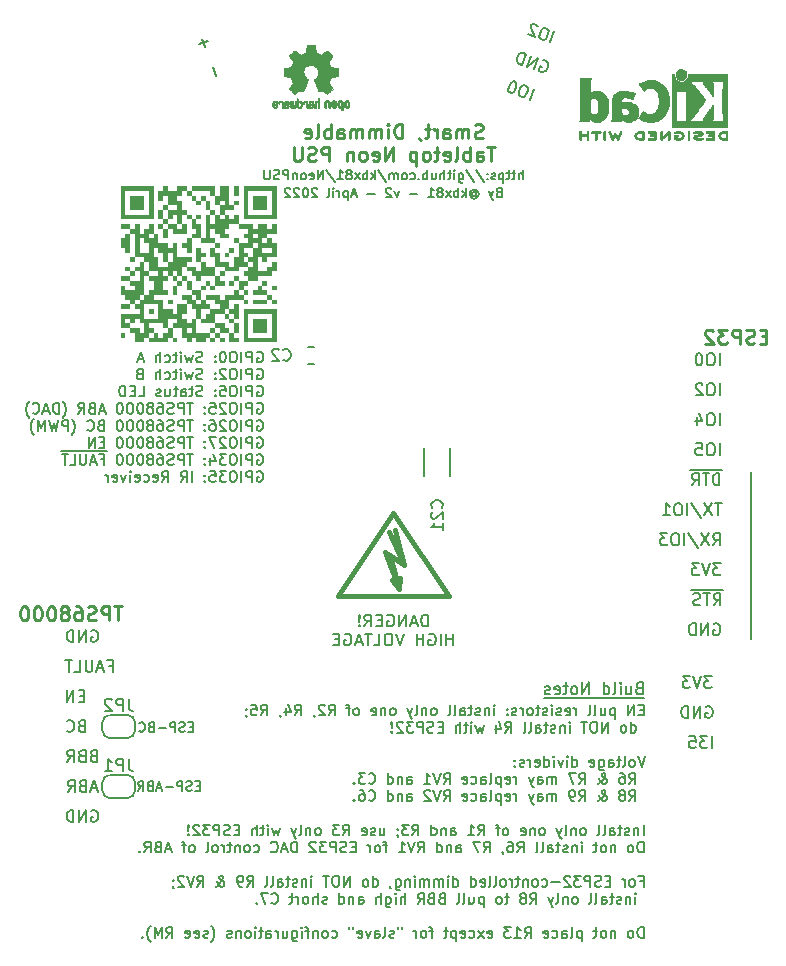
<source format=gbr>
%TF.GenerationSoftware,KiCad,Pcbnew,(6.0.0-0)*%
%TF.CreationDate,2022-04-04T00:05:55-05:00*%
%TF.ProjectId,SmartNeonPSU,536d6172-744e-4656-9f6e-5053552e6b69,rev?*%
%TF.SameCoordinates,Original*%
%TF.FileFunction,Legend,Bot*%
%TF.FilePolarity,Positive*%
%FSLAX46Y46*%
G04 Gerber Fmt 4.6, Leading zero omitted, Abs format (unit mm)*
G04 Created by KiCad (PCBNEW (6.0.0-0)) date 2022-04-04 00:05:55*
%MOMM*%
%LPD*%
G01*
G04 APERTURE LIST*
%ADD10C,0.200000*%
%ADD11C,0.160000*%
%ADD12C,0.180000*%
%ADD13C,0.250000*%
%ADD14C,0.010000*%
%ADD15C,0.381000*%
G04 APERTURE END LIST*
D10*
X171250000Y-113950000D02*
X162750000Y-113950000D01*
X180270000Y-94800000D02*
X180270000Y-109000000D01*
X170798571Y-113128571D02*
X170655714Y-113176190D01*
X170608095Y-113223809D01*
X170560476Y-113319047D01*
X170560476Y-113461904D01*
X170608095Y-113557142D01*
X170655714Y-113604761D01*
X170750952Y-113652380D01*
X171131904Y-113652380D01*
X171131904Y-112652380D01*
X170798571Y-112652380D01*
X170703333Y-112700000D01*
X170655714Y-112747619D01*
X170608095Y-112842857D01*
X170608095Y-112938095D01*
X170655714Y-113033333D01*
X170703333Y-113080952D01*
X170798571Y-113128571D01*
X171131904Y-113128571D01*
X169703333Y-112985714D02*
X169703333Y-113652380D01*
X170131904Y-112985714D02*
X170131904Y-113509523D01*
X170084285Y-113604761D01*
X169989047Y-113652380D01*
X169846190Y-113652380D01*
X169750952Y-113604761D01*
X169703333Y-113557142D01*
X169227142Y-113652380D02*
X169227142Y-112985714D01*
X169227142Y-112652380D02*
X169274761Y-112700000D01*
X169227142Y-112747619D01*
X169179523Y-112700000D01*
X169227142Y-112652380D01*
X169227142Y-112747619D01*
X168608095Y-113652380D02*
X168703333Y-113604761D01*
X168750952Y-113509523D01*
X168750952Y-112652380D01*
X167798571Y-113652380D02*
X167798571Y-112652380D01*
X167798571Y-113604761D02*
X167893809Y-113652380D01*
X168084285Y-113652380D01*
X168179523Y-113604761D01*
X168227142Y-113557142D01*
X168274761Y-113461904D01*
X168274761Y-113176190D01*
X168227142Y-113080952D01*
X168179523Y-113033333D01*
X168084285Y-112985714D01*
X167893809Y-112985714D01*
X167798571Y-113033333D01*
X166560476Y-113652380D02*
X166560476Y-112652380D01*
X165989047Y-113652380D01*
X165989047Y-112652380D01*
X165370000Y-113652380D02*
X165465238Y-113604761D01*
X165512857Y-113557142D01*
X165560476Y-113461904D01*
X165560476Y-113176190D01*
X165512857Y-113080952D01*
X165465238Y-113033333D01*
X165370000Y-112985714D01*
X165227142Y-112985714D01*
X165131904Y-113033333D01*
X165084285Y-113080952D01*
X165036666Y-113176190D01*
X165036666Y-113461904D01*
X165084285Y-113557142D01*
X165131904Y-113604761D01*
X165227142Y-113652380D01*
X165370000Y-113652380D01*
X164750952Y-112985714D02*
X164370000Y-112985714D01*
X164608095Y-112652380D02*
X164608095Y-113509523D01*
X164560476Y-113604761D01*
X164465238Y-113652380D01*
X164370000Y-113652380D01*
X163655714Y-113604761D02*
X163750952Y-113652380D01*
X163941428Y-113652380D01*
X164036666Y-113604761D01*
X164084285Y-113509523D01*
X164084285Y-113128571D01*
X164036666Y-113033333D01*
X163941428Y-112985714D01*
X163750952Y-112985714D01*
X163655714Y-113033333D01*
X163608095Y-113128571D01*
X163608095Y-113223809D01*
X164084285Y-113319047D01*
X163227142Y-113604761D02*
X163131904Y-113652380D01*
X162941428Y-113652380D01*
X162846190Y-113604761D01*
X162798571Y-113509523D01*
X162798571Y-113461904D01*
X162846190Y-113366666D01*
X162941428Y-113319047D01*
X163084285Y-113319047D01*
X163179523Y-113271428D01*
X163227142Y-113176190D01*
X163227142Y-113128571D01*
X163179523Y-113033333D01*
X163084285Y-112985714D01*
X162941428Y-112985714D01*
X162846190Y-113033333D01*
D11*
X160933333Y-70061904D02*
X160933333Y-69261904D01*
X160590476Y-70061904D02*
X160590476Y-69642857D01*
X160628571Y-69566666D01*
X160704761Y-69528571D01*
X160819047Y-69528571D01*
X160895238Y-69566666D01*
X160933333Y-69604761D01*
X160323809Y-69528571D02*
X160019047Y-69528571D01*
X160209523Y-69261904D02*
X160209523Y-69947619D01*
X160171428Y-70023809D01*
X160095238Y-70061904D01*
X160019047Y-70061904D01*
X159866666Y-69528571D02*
X159561904Y-69528571D01*
X159752380Y-69261904D02*
X159752380Y-69947619D01*
X159714285Y-70023809D01*
X159638095Y-70061904D01*
X159561904Y-70061904D01*
X159295238Y-69528571D02*
X159295238Y-70328571D01*
X159295238Y-69566666D02*
X159219047Y-69528571D01*
X159066666Y-69528571D01*
X158990476Y-69566666D01*
X158952380Y-69604761D01*
X158914285Y-69680952D01*
X158914285Y-69909523D01*
X158952380Y-69985714D01*
X158990476Y-70023809D01*
X159066666Y-70061904D01*
X159219047Y-70061904D01*
X159295238Y-70023809D01*
X158609523Y-70023809D02*
X158533333Y-70061904D01*
X158380952Y-70061904D01*
X158304761Y-70023809D01*
X158266666Y-69947619D01*
X158266666Y-69909523D01*
X158304761Y-69833333D01*
X158380952Y-69795238D01*
X158495238Y-69795238D01*
X158571428Y-69757142D01*
X158609523Y-69680952D01*
X158609523Y-69642857D01*
X158571428Y-69566666D01*
X158495238Y-69528571D01*
X158380952Y-69528571D01*
X158304761Y-69566666D01*
X157923809Y-69985714D02*
X157885714Y-70023809D01*
X157923809Y-70061904D01*
X157961904Y-70023809D01*
X157923809Y-69985714D01*
X157923809Y-70061904D01*
X157923809Y-69566666D02*
X157885714Y-69604761D01*
X157923809Y-69642857D01*
X157961904Y-69604761D01*
X157923809Y-69566666D01*
X157923809Y-69642857D01*
X156971428Y-69223809D02*
X157657142Y-70252380D01*
X156133333Y-69223809D02*
X156819047Y-70252380D01*
X155523809Y-69528571D02*
X155523809Y-70176190D01*
X155561904Y-70252380D01*
X155600000Y-70290476D01*
X155676190Y-70328571D01*
X155790476Y-70328571D01*
X155866666Y-70290476D01*
X155523809Y-70023809D02*
X155600000Y-70061904D01*
X155752380Y-70061904D01*
X155828571Y-70023809D01*
X155866666Y-69985714D01*
X155904761Y-69909523D01*
X155904761Y-69680952D01*
X155866666Y-69604761D01*
X155828571Y-69566666D01*
X155752380Y-69528571D01*
X155600000Y-69528571D01*
X155523809Y-69566666D01*
X155142857Y-70061904D02*
X155142857Y-69528571D01*
X155142857Y-69261904D02*
X155180952Y-69300000D01*
X155142857Y-69338095D01*
X155104761Y-69300000D01*
X155142857Y-69261904D01*
X155142857Y-69338095D01*
X154876190Y-69528571D02*
X154571428Y-69528571D01*
X154761904Y-69261904D02*
X154761904Y-69947619D01*
X154723809Y-70023809D01*
X154647619Y-70061904D01*
X154571428Y-70061904D01*
X154304761Y-70061904D02*
X154304761Y-69261904D01*
X153961904Y-70061904D02*
X153961904Y-69642857D01*
X154000000Y-69566666D01*
X154076190Y-69528571D01*
X154190476Y-69528571D01*
X154266666Y-69566666D01*
X154304761Y-69604761D01*
X153238095Y-69528571D02*
X153238095Y-70061904D01*
X153580952Y-69528571D02*
X153580952Y-69947619D01*
X153542857Y-70023809D01*
X153466666Y-70061904D01*
X153352380Y-70061904D01*
X153276190Y-70023809D01*
X153238095Y-69985714D01*
X152857142Y-70061904D02*
X152857142Y-69261904D01*
X152857142Y-69566666D02*
X152780952Y-69528571D01*
X152628571Y-69528571D01*
X152552380Y-69566666D01*
X152514285Y-69604761D01*
X152476190Y-69680952D01*
X152476190Y-69909523D01*
X152514285Y-69985714D01*
X152552380Y-70023809D01*
X152628571Y-70061904D01*
X152780952Y-70061904D01*
X152857142Y-70023809D01*
X152133333Y-69985714D02*
X152095238Y-70023809D01*
X152133333Y-70061904D01*
X152171428Y-70023809D01*
X152133333Y-69985714D01*
X152133333Y-70061904D01*
X151409523Y-70023809D02*
X151485714Y-70061904D01*
X151638095Y-70061904D01*
X151714285Y-70023809D01*
X151752380Y-69985714D01*
X151790476Y-69909523D01*
X151790476Y-69680952D01*
X151752380Y-69604761D01*
X151714285Y-69566666D01*
X151638095Y-69528571D01*
X151485714Y-69528571D01*
X151409523Y-69566666D01*
X150952380Y-70061904D02*
X151028571Y-70023809D01*
X151066666Y-69985714D01*
X151104761Y-69909523D01*
X151104761Y-69680952D01*
X151066666Y-69604761D01*
X151028571Y-69566666D01*
X150952380Y-69528571D01*
X150838095Y-69528571D01*
X150761904Y-69566666D01*
X150723809Y-69604761D01*
X150685714Y-69680952D01*
X150685714Y-69909523D01*
X150723809Y-69985714D01*
X150761904Y-70023809D01*
X150838095Y-70061904D01*
X150952380Y-70061904D01*
X150342857Y-70061904D02*
X150342857Y-69528571D01*
X150342857Y-69604761D02*
X150304761Y-69566666D01*
X150228571Y-69528571D01*
X150114285Y-69528571D01*
X150038095Y-69566666D01*
X150000000Y-69642857D01*
X150000000Y-70061904D01*
X150000000Y-69642857D02*
X149961904Y-69566666D01*
X149885714Y-69528571D01*
X149771428Y-69528571D01*
X149695238Y-69566666D01*
X149657142Y-69642857D01*
X149657142Y-70061904D01*
X148704761Y-69223809D02*
X149390476Y-70252380D01*
X148438095Y-70061904D02*
X148438095Y-69261904D01*
X148361904Y-69757142D02*
X148133333Y-70061904D01*
X148133333Y-69528571D02*
X148438095Y-69833333D01*
X147790476Y-70061904D02*
X147790476Y-69261904D01*
X147790476Y-69566666D02*
X147714285Y-69528571D01*
X147561904Y-69528571D01*
X147485714Y-69566666D01*
X147447619Y-69604761D01*
X147409523Y-69680952D01*
X147409523Y-69909523D01*
X147447619Y-69985714D01*
X147485714Y-70023809D01*
X147561904Y-70061904D01*
X147714285Y-70061904D01*
X147790476Y-70023809D01*
X147142857Y-70061904D02*
X146723809Y-69528571D01*
X147142857Y-69528571D02*
X146723809Y-70061904D01*
X146304761Y-69604761D02*
X146380952Y-69566666D01*
X146419047Y-69528571D01*
X146457142Y-69452380D01*
X146457142Y-69414285D01*
X146419047Y-69338095D01*
X146380952Y-69300000D01*
X146304761Y-69261904D01*
X146152380Y-69261904D01*
X146076190Y-69300000D01*
X146038095Y-69338095D01*
X146000000Y-69414285D01*
X146000000Y-69452380D01*
X146038095Y-69528571D01*
X146076190Y-69566666D01*
X146152380Y-69604761D01*
X146304761Y-69604761D01*
X146380952Y-69642857D01*
X146419047Y-69680952D01*
X146457142Y-69757142D01*
X146457142Y-69909523D01*
X146419047Y-69985714D01*
X146380952Y-70023809D01*
X146304761Y-70061904D01*
X146152380Y-70061904D01*
X146076190Y-70023809D01*
X146038095Y-69985714D01*
X146000000Y-69909523D01*
X146000000Y-69757142D01*
X146038095Y-69680952D01*
X146076190Y-69642857D01*
X146152380Y-69604761D01*
X145238095Y-70061904D02*
X145695238Y-70061904D01*
X145466666Y-70061904D02*
X145466666Y-69261904D01*
X145542857Y-69376190D01*
X145619047Y-69452380D01*
X145695238Y-69490476D01*
X144323809Y-69223809D02*
X145009523Y-70252380D01*
X144057142Y-70061904D02*
X144057142Y-69261904D01*
X143600000Y-70061904D01*
X143600000Y-69261904D01*
X142914285Y-70023809D02*
X142990476Y-70061904D01*
X143142857Y-70061904D01*
X143219047Y-70023809D01*
X143257142Y-69947619D01*
X143257142Y-69642857D01*
X143219047Y-69566666D01*
X143142857Y-69528571D01*
X142990476Y-69528571D01*
X142914285Y-69566666D01*
X142876190Y-69642857D01*
X142876190Y-69719047D01*
X143257142Y-69795238D01*
X142419047Y-70061904D02*
X142495238Y-70023809D01*
X142533333Y-69985714D01*
X142571428Y-69909523D01*
X142571428Y-69680952D01*
X142533333Y-69604761D01*
X142495238Y-69566666D01*
X142419047Y-69528571D01*
X142304761Y-69528571D01*
X142228571Y-69566666D01*
X142190476Y-69604761D01*
X142152380Y-69680952D01*
X142152380Y-69909523D01*
X142190476Y-69985714D01*
X142228571Y-70023809D01*
X142304761Y-70061904D01*
X142419047Y-70061904D01*
X141809523Y-69528571D02*
X141809523Y-70061904D01*
X141809523Y-69604761D02*
X141771428Y-69566666D01*
X141695238Y-69528571D01*
X141580952Y-69528571D01*
X141504761Y-69566666D01*
X141466666Y-69642857D01*
X141466666Y-70061904D01*
X141085714Y-70061904D02*
X141085714Y-69261904D01*
X140780952Y-69261904D01*
X140704761Y-69300000D01*
X140666666Y-69338095D01*
X140628571Y-69414285D01*
X140628571Y-69528571D01*
X140666666Y-69604761D01*
X140704761Y-69642857D01*
X140780952Y-69680952D01*
X141085714Y-69680952D01*
X140323809Y-70023809D02*
X140209523Y-70061904D01*
X140019047Y-70061904D01*
X139942857Y-70023809D01*
X139904761Y-69985714D01*
X139866666Y-69909523D01*
X139866666Y-69833333D01*
X139904761Y-69757142D01*
X139942857Y-69719047D01*
X140019047Y-69680952D01*
X140171428Y-69642857D01*
X140247619Y-69604761D01*
X140285714Y-69566666D01*
X140323809Y-69490476D01*
X140323809Y-69414285D01*
X140285714Y-69338095D01*
X140247619Y-69300000D01*
X140171428Y-69261904D01*
X139980952Y-69261904D01*
X139866666Y-69300000D01*
X139523809Y-69261904D02*
X139523809Y-69909523D01*
X139485714Y-69985714D01*
X139447619Y-70023809D01*
X139371428Y-70061904D01*
X139219047Y-70061904D01*
X139142857Y-70023809D01*
X139104761Y-69985714D01*
X139066666Y-69909523D01*
X139066666Y-69261904D01*
D10*
X152904761Y-107897380D02*
X152904761Y-106897380D01*
X152666666Y-106897380D01*
X152523809Y-106945000D01*
X152428571Y-107040238D01*
X152380952Y-107135476D01*
X152333333Y-107325952D01*
X152333333Y-107468809D01*
X152380952Y-107659285D01*
X152428571Y-107754523D01*
X152523809Y-107849761D01*
X152666666Y-107897380D01*
X152904761Y-107897380D01*
X151952380Y-107611666D02*
X151476190Y-107611666D01*
X152047619Y-107897380D02*
X151714285Y-106897380D01*
X151380952Y-107897380D01*
X151047619Y-107897380D02*
X151047619Y-106897380D01*
X150476190Y-107897380D01*
X150476190Y-106897380D01*
X149476190Y-106945000D02*
X149571428Y-106897380D01*
X149714285Y-106897380D01*
X149857142Y-106945000D01*
X149952380Y-107040238D01*
X150000000Y-107135476D01*
X150047619Y-107325952D01*
X150047619Y-107468809D01*
X150000000Y-107659285D01*
X149952380Y-107754523D01*
X149857142Y-107849761D01*
X149714285Y-107897380D01*
X149619047Y-107897380D01*
X149476190Y-107849761D01*
X149428571Y-107802142D01*
X149428571Y-107468809D01*
X149619047Y-107468809D01*
X149000000Y-107373571D02*
X148666666Y-107373571D01*
X148523809Y-107897380D02*
X149000000Y-107897380D01*
X149000000Y-106897380D01*
X148523809Y-106897380D01*
X147523809Y-107897380D02*
X147857142Y-107421190D01*
X148095238Y-107897380D02*
X148095238Y-106897380D01*
X147714285Y-106897380D01*
X147619047Y-106945000D01*
X147571428Y-106992619D01*
X147523809Y-107087857D01*
X147523809Y-107230714D01*
X147571428Y-107325952D01*
X147619047Y-107373571D01*
X147714285Y-107421190D01*
X148095238Y-107421190D01*
X147095238Y-107802142D02*
X147047619Y-107849761D01*
X147095238Y-107897380D01*
X147142857Y-107849761D01*
X147095238Y-107802142D01*
X147095238Y-107897380D01*
X147095238Y-107516428D02*
X147142857Y-106945000D01*
X147095238Y-106897380D01*
X147047619Y-106945000D01*
X147095238Y-107516428D01*
X147095238Y-106897380D01*
X155047619Y-109507380D02*
X155047619Y-108507380D01*
X155047619Y-108983571D02*
X154476190Y-108983571D01*
X154476190Y-109507380D02*
X154476190Y-108507380D01*
X154000000Y-109507380D02*
X154000000Y-108507380D01*
X153000000Y-108555000D02*
X153095238Y-108507380D01*
X153238095Y-108507380D01*
X153380952Y-108555000D01*
X153476190Y-108650238D01*
X153523809Y-108745476D01*
X153571428Y-108935952D01*
X153571428Y-109078809D01*
X153523809Y-109269285D01*
X153476190Y-109364523D01*
X153380952Y-109459761D01*
X153238095Y-109507380D01*
X153142857Y-109507380D01*
X153000000Y-109459761D01*
X152952380Y-109412142D01*
X152952380Y-109078809D01*
X153142857Y-109078809D01*
X152523809Y-109507380D02*
X152523809Y-108507380D01*
X152523809Y-108983571D02*
X151952380Y-108983571D01*
X151952380Y-109507380D02*
X151952380Y-108507380D01*
X150857142Y-108507380D02*
X150523809Y-109507380D01*
X150190476Y-108507380D01*
X149666666Y-108507380D02*
X149476190Y-108507380D01*
X149380952Y-108555000D01*
X149285714Y-108650238D01*
X149238095Y-108840714D01*
X149238095Y-109174047D01*
X149285714Y-109364523D01*
X149380952Y-109459761D01*
X149476190Y-109507380D01*
X149666666Y-109507380D01*
X149761904Y-109459761D01*
X149857142Y-109364523D01*
X149904761Y-109174047D01*
X149904761Y-108840714D01*
X149857142Y-108650238D01*
X149761904Y-108555000D01*
X149666666Y-108507380D01*
X148333333Y-109507380D02*
X148809523Y-109507380D01*
X148809523Y-108507380D01*
X148142857Y-108507380D02*
X147571428Y-108507380D01*
X147857142Y-109507380D02*
X147857142Y-108507380D01*
X147285714Y-109221666D02*
X146809523Y-109221666D01*
X147380952Y-109507380D02*
X147047619Y-108507380D01*
X146714285Y-109507380D01*
X145857142Y-108555000D02*
X145952380Y-108507380D01*
X146095238Y-108507380D01*
X146238095Y-108555000D01*
X146333333Y-108650238D01*
X146380952Y-108745476D01*
X146428571Y-108935952D01*
X146428571Y-109078809D01*
X146380952Y-109269285D01*
X146333333Y-109364523D01*
X146238095Y-109459761D01*
X146095238Y-109507380D01*
X146000000Y-109507380D01*
X145857142Y-109459761D01*
X145809523Y-109412142D01*
X145809523Y-109078809D01*
X146000000Y-109078809D01*
X145380952Y-108983571D02*
X145047619Y-108983571D01*
X144904761Y-109507380D02*
X145380952Y-109507380D01*
X145380952Y-108507380D01*
X144904761Y-108507380D01*
D12*
X171168714Y-114967214D02*
X170868714Y-114967214D01*
X170740142Y-115438642D02*
X171168714Y-115438642D01*
X171168714Y-114538642D01*
X170740142Y-114538642D01*
X170354428Y-115438642D02*
X170354428Y-114538642D01*
X169840142Y-115438642D01*
X169840142Y-114538642D01*
X168725857Y-114838642D02*
X168725857Y-115738642D01*
X168725857Y-114881500D02*
X168640142Y-114838642D01*
X168468714Y-114838642D01*
X168383000Y-114881500D01*
X168340142Y-114924357D01*
X168297285Y-115010071D01*
X168297285Y-115267214D01*
X168340142Y-115352928D01*
X168383000Y-115395785D01*
X168468714Y-115438642D01*
X168640142Y-115438642D01*
X168725857Y-115395785D01*
X167525857Y-114838642D02*
X167525857Y-115438642D01*
X167911571Y-114838642D02*
X167911571Y-115310071D01*
X167868714Y-115395785D01*
X167783000Y-115438642D01*
X167654428Y-115438642D01*
X167568714Y-115395785D01*
X167525857Y-115352928D01*
X166968714Y-115438642D02*
X167054428Y-115395785D01*
X167097285Y-115310071D01*
X167097285Y-114538642D01*
X166497285Y-115438642D02*
X166583000Y-115395785D01*
X166625857Y-115310071D01*
X166625857Y-114538642D01*
X165468714Y-115438642D02*
X165468714Y-114838642D01*
X165468714Y-115010071D02*
X165425857Y-114924357D01*
X165383000Y-114881500D01*
X165297285Y-114838642D01*
X165211571Y-114838642D01*
X164568714Y-115395785D02*
X164654428Y-115438642D01*
X164825857Y-115438642D01*
X164911571Y-115395785D01*
X164954428Y-115310071D01*
X164954428Y-114967214D01*
X164911571Y-114881500D01*
X164825857Y-114838642D01*
X164654428Y-114838642D01*
X164568714Y-114881500D01*
X164525857Y-114967214D01*
X164525857Y-115052928D01*
X164954428Y-115138642D01*
X164183000Y-115395785D02*
X164097285Y-115438642D01*
X163925857Y-115438642D01*
X163840142Y-115395785D01*
X163797285Y-115310071D01*
X163797285Y-115267214D01*
X163840142Y-115181500D01*
X163925857Y-115138642D01*
X164054428Y-115138642D01*
X164140142Y-115095785D01*
X164183000Y-115010071D01*
X164183000Y-114967214D01*
X164140142Y-114881500D01*
X164054428Y-114838642D01*
X163925857Y-114838642D01*
X163840142Y-114881500D01*
X163411571Y-115438642D02*
X163411571Y-114838642D01*
X163411571Y-114538642D02*
X163454428Y-114581500D01*
X163411571Y-114624357D01*
X163368714Y-114581500D01*
X163411571Y-114538642D01*
X163411571Y-114624357D01*
X163025857Y-115395785D02*
X162940142Y-115438642D01*
X162768714Y-115438642D01*
X162683000Y-115395785D01*
X162640142Y-115310071D01*
X162640142Y-115267214D01*
X162683000Y-115181500D01*
X162768714Y-115138642D01*
X162897285Y-115138642D01*
X162983000Y-115095785D01*
X163025857Y-115010071D01*
X163025857Y-114967214D01*
X162983000Y-114881500D01*
X162897285Y-114838642D01*
X162768714Y-114838642D01*
X162683000Y-114881500D01*
X162383000Y-114838642D02*
X162040142Y-114838642D01*
X162254428Y-114538642D02*
X162254428Y-115310071D01*
X162211571Y-115395785D01*
X162125857Y-115438642D01*
X162040142Y-115438642D01*
X161611571Y-115438642D02*
X161697285Y-115395785D01*
X161740142Y-115352928D01*
X161783000Y-115267214D01*
X161783000Y-115010071D01*
X161740142Y-114924357D01*
X161697285Y-114881500D01*
X161611571Y-114838642D01*
X161483000Y-114838642D01*
X161397285Y-114881500D01*
X161354428Y-114924357D01*
X161311571Y-115010071D01*
X161311571Y-115267214D01*
X161354428Y-115352928D01*
X161397285Y-115395785D01*
X161483000Y-115438642D01*
X161611571Y-115438642D01*
X160925857Y-115438642D02*
X160925857Y-114838642D01*
X160925857Y-115010071D02*
X160883000Y-114924357D01*
X160840142Y-114881500D01*
X160754428Y-114838642D01*
X160668714Y-114838642D01*
X160411571Y-115395785D02*
X160325857Y-115438642D01*
X160154428Y-115438642D01*
X160068714Y-115395785D01*
X160025857Y-115310071D01*
X160025857Y-115267214D01*
X160068714Y-115181500D01*
X160154428Y-115138642D01*
X160283000Y-115138642D01*
X160368714Y-115095785D01*
X160411571Y-115010071D01*
X160411571Y-114967214D01*
X160368714Y-114881500D01*
X160283000Y-114838642D01*
X160154428Y-114838642D01*
X160068714Y-114881500D01*
X159640142Y-115352928D02*
X159597285Y-115395785D01*
X159640142Y-115438642D01*
X159683000Y-115395785D01*
X159640142Y-115352928D01*
X159640142Y-115438642D01*
X159640142Y-114881500D02*
X159597285Y-114924357D01*
X159640142Y-114967214D01*
X159683000Y-114924357D01*
X159640142Y-114881500D01*
X159640142Y-114967214D01*
X158525857Y-115438642D02*
X158525857Y-114838642D01*
X158525857Y-114538642D02*
X158568714Y-114581500D01*
X158525857Y-114624357D01*
X158483000Y-114581500D01*
X158525857Y-114538642D01*
X158525857Y-114624357D01*
X158097285Y-114838642D02*
X158097285Y-115438642D01*
X158097285Y-114924357D02*
X158054428Y-114881500D01*
X157968714Y-114838642D01*
X157840142Y-114838642D01*
X157754428Y-114881500D01*
X157711571Y-114967214D01*
X157711571Y-115438642D01*
X157325857Y-115395785D02*
X157240142Y-115438642D01*
X157068714Y-115438642D01*
X156983000Y-115395785D01*
X156940142Y-115310071D01*
X156940142Y-115267214D01*
X156983000Y-115181500D01*
X157068714Y-115138642D01*
X157197285Y-115138642D01*
X157283000Y-115095785D01*
X157325857Y-115010071D01*
X157325857Y-114967214D01*
X157283000Y-114881500D01*
X157197285Y-114838642D01*
X157068714Y-114838642D01*
X156983000Y-114881500D01*
X156683000Y-114838642D02*
X156340142Y-114838642D01*
X156554428Y-114538642D02*
X156554428Y-115310071D01*
X156511571Y-115395785D01*
X156425857Y-115438642D01*
X156340142Y-115438642D01*
X155654428Y-115438642D02*
X155654428Y-114967214D01*
X155697285Y-114881500D01*
X155783000Y-114838642D01*
X155954428Y-114838642D01*
X156040142Y-114881500D01*
X155654428Y-115395785D02*
X155740142Y-115438642D01*
X155954428Y-115438642D01*
X156040142Y-115395785D01*
X156083000Y-115310071D01*
X156083000Y-115224357D01*
X156040142Y-115138642D01*
X155954428Y-115095785D01*
X155740142Y-115095785D01*
X155654428Y-115052928D01*
X155097285Y-115438642D02*
X155183000Y-115395785D01*
X155225857Y-115310071D01*
X155225857Y-114538642D01*
X154625857Y-115438642D02*
X154711571Y-115395785D01*
X154754428Y-115310071D01*
X154754428Y-114538642D01*
X153468714Y-115438642D02*
X153554428Y-115395785D01*
X153597285Y-115352928D01*
X153640142Y-115267214D01*
X153640142Y-115010071D01*
X153597285Y-114924357D01*
X153554428Y-114881500D01*
X153468714Y-114838642D01*
X153340142Y-114838642D01*
X153254428Y-114881500D01*
X153211571Y-114924357D01*
X153168714Y-115010071D01*
X153168714Y-115267214D01*
X153211571Y-115352928D01*
X153254428Y-115395785D01*
X153340142Y-115438642D01*
X153468714Y-115438642D01*
X152783000Y-114838642D02*
X152783000Y-115438642D01*
X152783000Y-114924357D02*
X152740142Y-114881500D01*
X152654428Y-114838642D01*
X152525857Y-114838642D01*
X152440142Y-114881500D01*
X152397285Y-114967214D01*
X152397285Y-115438642D01*
X151840142Y-115438642D02*
X151925857Y-115395785D01*
X151968714Y-115310071D01*
X151968714Y-114538642D01*
X151583000Y-114838642D02*
X151368714Y-115438642D01*
X151154428Y-114838642D02*
X151368714Y-115438642D01*
X151454428Y-115652928D01*
X151497285Y-115695785D01*
X151583000Y-115738642D01*
X149997285Y-115438642D02*
X150083000Y-115395785D01*
X150125857Y-115352928D01*
X150168714Y-115267214D01*
X150168714Y-115010071D01*
X150125857Y-114924357D01*
X150083000Y-114881500D01*
X149997285Y-114838642D01*
X149868714Y-114838642D01*
X149783000Y-114881500D01*
X149740142Y-114924357D01*
X149697285Y-115010071D01*
X149697285Y-115267214D01*
X149740142Y-115352928D01*
X149783000Y-115395785D01*
X149868714Y-115438642D01*
X149997285Y-115438642D01*
X149311571Y-114838642D02*
X149311571Y-115438642D01*
X149311571Y-114924357D02*
X149268714Y-114881500D01*
X149183000Y-114838642D01*
X149054428Y-114838642D01*
X148968714Y-114881500D01*
X148925857Y-114967214D01*
X148925857Y-115438642D01*
X148154428Y-115395785D02*
X148240142Y-115438642D01*
X148411571Y-115438642D01*
X148497285Y-115395785D01*
X148540142Y-115310071D01*
X148540142Y-114967214D01*
X148497285Y-114881500D01*
X148411571Y-114838642D01*
X148240142Y-114838642D01*
X148154428Y-114881500D01*
X148111571Y-114967214D01*
X148111571Y-115052928D01*
X148540142Y-115138642D01*
X146911571Y-115438642D02*
X146997285Y-115395785D01*
X147040142Y-115352928D01*
X147083000Y-115267214D01*
X147083000Y-115010071D01*
X147040142Y-114924357D01*
X146997285Y-114881500D01*
X146911571Y-114838642D01*
X146783000Y-114838642D01*
X146697285Y-114881500D01*
X146654428Y-114924357D01*
X146611571Y-115010071D01*
X146611571Y-115267214D01*
X146654428Y-115352928D01*
X146697285Y-115395785D01*
X146783000Y-115438642D01*
X146911571Y-115438642D01*
X146354428Y-114838642D02*
X146011571Y-114838642D01*
X146225857Y-115438642D02*
X146225857Y-114667214D01*
X146183000Y-114581500D01*
X146097285Y-114538642D01*
X146011571Y-114538642D01*
X144511571Y-115438642D02*
X144811571Y-115010071D01*
X145025857Y-115438642D02*
X145025857Y-114538642D01*
X144683000Y-114538642D01*
X144597285Y-114581500D01*
X144554428Y-114624357D01*
X144511571Y-114710071D01*
X144511571Y-114838642D01*
X144554428Y-114924357D01*
X144597285Y-114967214D01*
X144683000Y-115010071D01*
X145025857Y-115010071D01*
X144168714Y-114624357D02*
X144125857Y-114581500D01*
X144040142Y-114538642D01*
X143825857Y-114538642D01*
X143740142Y-114581500D01*
X143697285Y-114624357D01*
X143654428Y-114710071D01*
X143654428Y-114795785D01*
X143697285Y-114924357D01*
X144211571Y-115438642D01*
X143654428Y-115438642D01*
X143225857Y-115395785D02*
X143225857Y-115438642D01*
X143268714Y-115524357D01*
X143311571Y-115567214D01*
X141640142Y-115438642D02*
X141940142Y-115010071D01*
X142154428Y-115438642D02*
X142154428Y-114538642D01*
X141811571Y-114538642D01*
X141725857Y-114581500D01*
X141683000Y-114624357D01*
X141640142Y-114710071D01*
X141640142Y-114838642D01*
X141683000Y-114924357D01*
X141725857Y-114967214D01*
X141811571Y-115010071D01*
X142154428Y-115010071D01*
X140868714Y-114838642D02*
X140868714Y-115438642D01*
X141083000Y-114495785D02*
X141297285Y-115138642D01*
X140740142Y-115138642D01*
X140354428Y-115395785D02*
X140354428Y-115438642D01*
X140397285Y-115524357D01*
X140440142Y-115567214D01*
X138768714Y-115438642D02*
X139068714Y-115010071D01*
X139283000Y-115438642D02*
X139283000Y-114538642D01*
X138940142Y-114538642D01*
X138854428Y-114581500D01*
X138811571Y-114624357D01*
X138768714Y-114710071D01*
X138768714Y-114838642D01*
X138811571Y-114924357D01*
X138854428Y-114967214D01*
X138940142Y-115010071D01*
X139283000Y-115010071D01*
X137954428Y-114538642D02*
X138383000Y-114538642D01*
X138425857Y-114967214D01*
X138383000Y-114924357D01*
X138297285Y-114881500D01*
X138083000Y-114881500D01*
X137997285Y-114924357D01*
X137954428Y-114967214D01*
X137911571Y-115052928D01*
X137911571Y-115267214D01*
X137954428Y-115352928D01*
X137997285Y-115395785D01*
X138083000Y-115438642D01*
X138297285Y-115438642D01*
X138383000Y-115395785D01*
X138425857Y-115352928D01*
X137483000Y-115395785D02*
X137483000Y-115438642D01*
X137525857Y-115524357D01*
X137568714Y-115567214D01*
X137525857Y-114881500D02*
X137483000Y-114924357D01*
X137525857Y-114967214D01*
X137568714Y-114924357D01*
X137525857Y-114881500D01*
X137525857Y-114967214D01*
X170097285Y-116887642D02*
X170097285Y-115987642D01*
X170097285Y-116844785D02*
X170183000Y-116887642D01*
X170354428Y-116887642D01*
X170440142Y-116844785D01*
X170483000Y-116801928D01*
X170525857Y-116716214D01*
X170525857Y-116459071D01*
X170483000Y-116373357D01*
X170440142Y-116330500D01*
X170354428Y-116287642D01*
X170183000Y-116287642D01*
X170097285Y-116330500D01*
X169540142Y-116887642D02*
X169625857Y-116844785D01*
X169668714Y-116801928D01*
X169711571Y-116716214D01*
X169711571Y-116459071D01*
X169668714Y-116373357D01*
X169625857Y-116330500D01*
X169540142Y-116287642D01*
X169411571Y-116287642D01*
X169325857Y-116330500D01*
X169283000Y-116373357D01*
X169240142Y-116459071D01*
X169240142Y-116716214D01*
X169283000Y-116801928D01*
X169325857Y-116844785D01*
X169411571Y-116887642D01*
X169540142Y-116887642D01*
X168168714Y-116887642D02*
X168168714Y-115987642D01*
X167654428Y-116887642D01*
X167654428Y-115987642D01*
X167054428Y-115987642D02*
X166883000Y-115987642D01*
X166797285Y-116030500D01*
X166711571Y-116116214D01*
X166668714Y-116287642D01*
X166668714Y-116587642D01*
X166711571Y-116759071D01*
X166797285Y-116844785D01*
X166883000Y-116887642D01*
X167054428Y-116887642D01*
X167140142Y-116844785D01*
X167225857Y-116759071D01*
X167268714Y-116587642D01*
X167268714Y-116287642D01*
X167225857Y-116116214D01*
X167140142Y-116030500D01*
X167054428Y-115987642D01*
X166411571Y-115987642D02*
X165897285Y-115987642D01*
X166154428Y-116887642D02*
X166154428Y-115987642D01*
X164911571Y-116887642D02*
X164911571Y-116287642D01*
X164911571Y-115987642D02*
X164954428Y-116030500D01*
X164911571Y-116073357D01*
X164868714Y-116030500D01*
X164911571Y-115987642D01*
X164911571Y-116073357D01*
X164483000Y-116287642D02*
X164483000Y-116887642D01*
X164483000Y-116373357D02*
X164440142Y-116330500D01*
X164354428Y-116287642D01*
X164225857Y-116287642D01*
X164140142Y-116330500D01*
X164097285Y-116416214D01*
X164097285Y-116887642D01*
X163711571Y-116844785D02*
X163625857Y-116887642D01*
X163454428Y-116887642D01*
X163368714Y-116844785D01*
X163325857Y-116759071D01*
X163325857Y-116716214D01*
X163368714Y-116630500D01*
X163454428Y-116587642D01*
X163583000Y-116587642D01*
X163668714Y-116544785D01*
X163711571Y-116459071D01*
X163711571Y-116416214D01*
X163668714Y-116330500D01*
X163583000Y-116287642D01*
X163454428Y-116287642D01*
X163368714Y-116330500D01*
X163068714Y-116287642D02*
X162725857Y-116287642D01*
X162940142Y-115987642D02*
X162940142Y-116759071D01*
X162897285Y-116844785D01*
X162811571Y-116887642D01*
X162725857Y-116887642D01*
X162040142Y-116887642D02*
X162040142Y-116416214D01*
X162083000Y-116330500D01*
X162168714Y-116287642D01*
X162340142Y-116287642D01*
X162425857Y-116330500D01*
X162040142Y-116844785D02*
X162125857Y-116887642D01*
X162340142Y-116887642D01*
X162425857Y-116844785D01*
X162468714Y-116759071D01*
X162468714Y-116673357D01*
X162425857Y-116587642D01*
X162340142Y-116544785D01*
X162125857Y-116544785D01*
X162040142Y-116501928D01*
X161483000Y-116887642D02*
X161568714Y-116844785D01*
X161611571Y-116759071D01*
X161611571Y-115987642D01*
X161011571Y-116887642D02*
X161097285Y-116844785D01*
X161140142Y-116759071D01*
X161140142Y-115987642D01*
X159468714Y-116887642D02*
X159768714Y-116459071D01*
X159983000Y-116887642D02*
X159983000Y-115987642D01*
X159640142Y-115987642D01*
X159554428Y-116030500D01*
X159511571Y-116073357D01*
X159468714Y-116159071D01*
X159468714Y-116287642D01*
X159511571Y-116373357D01*
X159554428Y-116416214D01*
X159640142Y-116459071D01*
X159983000Y-116459071D01*
X158697285Y-116287642D02*
X158697285Y-116887642D01*
X158911571Y-115944785D02*
X159125857Y-116587642D01*
X158568714Y-116587642D01*
X157625857Y-116287642D02*
X157454428Y-116887642D01*
X157283000Y-116459071D01*
X157111571Y-116887642D01*
X156940142Y-116287642D01*
X156597285Y-116887642D02*
X156597285Y-116287642D01*
X156597285Y-115987642D02*
X156640142Y-116030500D01*
X156597285Y-116073357D01*
X156554428Y-116030500D01*
X156597285Y-115987642D01*
X156597285Y-116073357D01*
X156297285Y-116287642D02*
X155954428Y-116287642D01*
X156168714Y-115987642D02*
X156168714Y-116759071D01*
X156125857Y-116844785D01*
X156040142Y-116887642D01*
X155954428Y-116887642D01*
X155654428Y-116887642D02*
X155654428Y-115987642D01*
X155268714Y-116887642D02*
X155268714Y-116416214D01*
X155311571Y-116330500D01*
X155397285Y-116287642D01*
X155525857Y-116287642D01*
X155611571Y-116330500D01*
X155654428Y-116373357D01*
X154154428Y-116416214D02*
X153854428Y-116416214D01*
X153725857Y-116887642D02*
X154154428Y-116887642D01*
X154154428Y-115987642D01*
X153725857Y-115987642D01*
X153383000Y-116844785D02*
X153254428Y-116887642D01*
X153040142Y-116887642D01*
X152954428Y-116844785D01*
X152911571Y-116801928D01*
X152868714Y-116716214D01*
X152868714Y-116630500D01*
X152911571Y-116544785D01*
X152954428Y-116501928D01*
X153040142Y-116459071D01*
X153211571Y-116416214D01*
X153297285Y-116373357D01*
X153340142Y-116330500D01*
X153383000Y-116244785D01*
X153383000Y-116159071D01*
X153340142Y-116073357D01*
X153297285Y-116030500D01*
X153211571Y-115987642D01*
X152997285Y-115987642D01*
X152868714Y-116030500D01*
X152483000Y-116887642D02*
X152483000Y-115987642D01*
X152140142Y-115987642D01*
X152054428Y-116030500D01*
X152011571Y-116073357D01*
X151968714Y-116159071D01*
X151968714Y-116287642D01*
X152011571Y-116373357D01*
X152054428Y-116416214D01*
X152140142Y-116459071D01*
X152483000Y-116459071D01*
X151668714Y-115987642D02*
X151111571Y-115987642D01*
X151411571Y-116330500D01*
X151283000Y-116330500D01*
X151197285Y-116373357D01*
X151154428Y-116416214D01*
X151111571Y-116501928D01*
X151111571Y-116716214D01*
X151154428Y-116801928D01*
X151197285Y-116844785D01*
X151283000Y-116887642D01*
X151540142Y-116887642D01*
X151625857Y-116844785D01*
X151668714Y-116801928D01*
X150768714Y-116073357D02*
X150725857Y-116030500D01*
X150640142Y-115987642D01*
X150425857Y-115987642D01*
X150340142Y-116030500D01*
X150297285Y-116073357D01*
X150254428Y-116159071D01*
X150254428Y-116244785D01*
X150297285Y-116373357D01*
X150811571Y-116887642D01*
X150254428Y-116887642D01*
X149868714Y-116801928D02*
X149825857Y-116844785D01*
X149868714Y-116887642D01*
X149911571Y-116844785D01*
X149868714Y-116801928D01*
X149868714Y-116887642D01*
X149868714Y-116544785D02*
X149911571Y-116030500D01*
X149868714Y-115987642D01*
X149825857Y-116030500D01*
X149868714Y-116544785D01*
X149868714Y-115987642D01*
X171297285Y-118885642D02*
X170997285Y-119785642D01*
X170697285Y-118885642D01*
X170268714Y-119785642D02*
X170354428Y-119742785D01*
X170397285Y-119699928D01*
X170440142Y-119614214D01*
X170440142Y-119357071D01*
X170397285Y-119271357D01*
X170354428Y-119228500D01*
X170268714Y-119185642D01*
X170140142Y-119185642D01*
X170054428Y-119228500D01*
X170011571Y-119271357D01*
X169968714Y-119357071D01*
X169968714Y-119614214D01*
X170011571Y-119699928D01*
X170054428Y-119742785D01*
X170140142Y-119785642D01*
X170268714Y-119785642D01*
X169454428Y-119785642D02*
X169540142Y-119742785D01*
X169583000Y-119657071D01*
X169583000Y-118885642D01*
X169240142Y-119185642D02*
X168897285Y-119185642D01*
X169111571Y-118885642D02*
X169111571Y-119657071D01*
X169068714Y-119742785D01*
X168983000Y-119785642D01*
X168897285Y-119785642D01*
X168211571Y-119785642D02*
X168211571Y-119314214D01*
X168254428Y-119228500D01*
X168340142Y-119185642D01*
X168511571Y-119185642D01*
X168597285Y-119228500D01*
X168211571Y-119742785D02*
X168297285Y-119785642D01*
X168511571Y-119785642D01*
X168597285Y-119742785D01*
X168640142Y-119657071D01*
X168640142Y-119571357D01*
X168597285Y-119485642D01*
X168511571Y-119442785D01*
X168297285Y-119442785D01*
X168211571Y-119399928D01*
X167397285Y-119185642D02*
X167397285Y-119914214D01*
X167440142Y-119999928D01*
X167483000Y-120042785D01*
X167568714Y-120085642D01*
X167697285Y-120085642D01*
X167783000Y-120042785D01*
X167397285Y-119742785D02*
X167483000Y-119785642D01*
X167654428Y-119785642D01*
X167740142Y-119742785D01*
X167783000Y-119699928D01*
X167825857Y-119614214D01*
X167825857Y-119357071D01*
X167783000Y-119271357D01*
X167740142Y-119228500D01*
X167654428Y-119185642D01*
X167483000Y-119185642D01*
X167397285Y-119228500D01*
X166625857Y-119742785D02*
X166711571Y-119785642D01*
X166883000Y-119785642D01*
X166968714Y-119742785D01*
X167011571Y-119657071D01*
X167011571Y-119314214D01*
X166968714Y-119228500D01*
X166883000Y-119185642D01*
X166711571Y-119185642D01*
X166625857Y-119228500D01*
X166583000Y-119314214D01*
X166583000Y-119399928D01*
X167011571Y-119485642D01*
X165125857Y-119785642D02*
X165125857Y-118885642D01*
X165125857Y-119742785D02*
X165211571Y-119785642D01*
X165383000Y-119785642D01*
X165468714Y-119742785D01*
X165511571Y-119699928D01*
X165554428Y-119614214D01*
X165554428Y-119357071D01*
X165511571Y-119271357D01*
X165468714Y-119228500D01*
X165383000Y-119185642D01*
X165211571Y-119185642D01*
X165125857Y-119228500D01*
X164697285Y-119785642D02*
X164697285Y-119185642D01*
X164697285Y-118885642D02*
X164740142Y-118928500D01*
X164697285Y-118971357D01*
X164654428Y-118928500D01*
X164697285Y-118885642D01*
X164697285Y-118971357D01*
X164354428Y-119185642D02*
X164140142Y-119785642D01*
X163925857Y-119185642D01*
X163583000Y-119785642D02*
X163583000Y-119185642D01*
X163583000Y-118885642D02*
X163625857Y-118928500D01*
X163583000Y-118971357D01*
X163540142Y-118928500D01*
X163583000Y-118885642D01*
X163583000Y-118971357D01*
X162768714Y-119785642D02*
X162768714Y-118885642D01*
X162768714Y-119742785D02*
X162854428Y-119785642D01*
X163025857Y-119785642D01*
X163111571Y-119742785D01*
X163154428Y-119699928D01*
X163197285Y-119614214D01*
X163197285Y-119357071D01*
X163154428Y-119271357D01*
X163111571Y-119228500D01*
X163025857Y-119185642D01*
X162854428Y-119185642D01*
X162768714Y-119228500D01*
X161997285Y-119742785D02*
X162083000Y-119785642D01*
X162254428Y-119785642D01*
X162340142Y-119742785D01*
X162383000Y-119657071D01*
X162383000Y-119314214D01*
X162340142Y-119228500D01*
X162254428Y-119185642D01*
X162083000Y-119185642D01*
X161997285Y-119228500D01*
X161954428Y-119314214D01*
X161954428Y-119399928D01*
X162383000Y-119485642D01*
X161568714Y-119785642D02*
X161568714Y-119185642D01*
X161568714Y-119357071D02*
X161525857Y-119271357D01*
X161483000Y-119228500D01*
X161397285Y-119185642D01*
X161311571Y-119185642D01*
X161054428Y-119742785D02*
X160968714Y-119785642D01*
X160797285Y-119785642D01*
X160711571Y-119742785D01*
X160668714Y-119657071D01*
X160668714Y-119614214D01*
X160711571Y-119528500D01*
X160797285Y-119485642D01*
X160925857Y-119485642D01*
X161011571Y-119442785D01*
X161054428Y-119357071D01*
X161054428Y-119314214D01*
X161011571Y-119228500D01*
X160925857Y-119185642D01*
X160797285Y-119185642D01*
X160711571Y-119228500D01*
X160283000Y-119699928D02*
X160240142Y-119742785D01*
X160283000Y-119785642D01*
X160325857Y-119742785D01*
X160283000Y-119699928D01*
X160283000Y-119785642D01*
X160283000Y-119228500D02*
X160240142Y-119271357D01*
X160283000Y-119314214D01*
X160325857Y-119271357D01*
X160283000Y-119228500D01*
X160283000Y-119314214D01*
X169968714Y-121234642D02*
X170268714Y-120806071D01*
X170483000Y-121234642D02*
X170483000Y-120334642D01*
X170140142Y-120334642D01*
X170054428Y-120377500D01*
X170011571Y-120420357D01*
X169968714Y-120506071D01*
X169968714Y-120634642D01*
X170011571Y-120720357D01*
X170054428Y-120763214D01*
X170140142Y-120806071D01*
X170483000Y-120806071D01*
X169197285Y-120334642D02*
X169368714Y-120334642D01*
X169454428Y-120377500D01*
X169497285Y-120420357D01*
X169583000Y-120548928D01*
X169625857Y-120720357D01*
X169625857Y-121063214D01*
X169583000Y-121148928D01*
X169540142Y-121191785D01*
X169454428Y-121234642D01*
X169283000Y-121234642D01*
X169197285Y-121191785D01*
X169154428Y-121148928D01*
X169111571Y-121063214D01*
X169111571Y-120848928D01*
X169154428Y-120763214D01*
X169197285Y-120720357D01*
X169283000Y-120677500D01*
X169454428Y-120677500D01*
X169540142Y-120720357D01*
X169583000Y-120763214D01*
X169625857Y-120848928D01*
X167311571Y-121234642D02*
X167354428Y-121234642D01*
X167440142Y-121191785D01*
X167568714Y-121063214D01*
X167783000Y-120806071D01*
X167868714Y-120677500D01*
X167911571Y-120548928D01*
X167911571Y-120463214D01*
X167868714Y-120377500D01*
X167783000Y-120334642D01*
X167740142Y-120334642D01*
X167654428Y-120377500D01*
X167611571Y-120463214D01*
X167611571Y-120506071D01*
X167654428Y-120591785D01*
X167697285Y-120634642D01*
X167954428Y-120806071D01*
X167997285Y-120848928D01*
X168040142Y-120934642D01*
X168040142Y-121063214D01*
X167997285Y-121148928D01*
X167954428Y-121191785D01*
X167868714Y-121234642D01*
X167740142Y-121234642D01*
X167654428Y-121191785D01*
X167611571Y-121148928D01*
X167483000Y-120977500D01*
X167440142Y-120848928D01*
X167440142Y-120763214D01*
X165725857Y-121234642D02*
X166025857Y-120806071D01*
X166240142Y-121234642D02*
X166240142Y-120334642D01*
X165897285Y-120334642D01*
X165811571Y-120377500D01*
X165768714Y-120420357D01*
X165725857Y-120506071D01*
X165725857Y-120634642D01*
X165768714Y-120720357D01*
X165811571Y-120763214D01*
X165897285Y-120806071D01*
X166240142Y-120806071D01*
X165425857Y-120334642D02*
X164825857Y-120334642D01*
X165211571Y-121234642D01*
X163797285Y-121234642D02*
X163797285Y-120634642D01*
X163797285Y-120720357D02*
X163754428Y-120677500D01*
X163668714Y-120634642D01*
X163540142Y-120634642D01*
X163454428Y-120677500D01*
X163411571Y-120763214D01*
X163411571Y-121234642D01*
X163411571Y-120763214D02*
X163368714Y-120677500D01*
X163283000Y-120634642D01*
X163154428Y-120634642D01*
X163068714Y-120677500D01*
X163025857Y-120763214D01*
X163025857Y-121234642D01*
X162211571Y-121234642D02*
X162211571Y-120763214D01*
X162254428Y-120677500D01*
X162340142Y-120634642D01*
X162511571Y-120634642D01*
X162597285Y-120677500D01*
X162211571Y-121191785D02*
X162297285Y-121234642D01*
X162511571Y-121234642D01*
X162597285Y-121191785D01*
X162640142Y-121106071D01*
X162640142Y-121020357D01*
X162597285Y-120934642D01*
X162511571Y-120891785D01*
X162297285Y-120891785D01*
X162211571Y-120848928D01*
X161868714Y-120634642D02*
X161654428Y-121234642D01*
X161440142Y-120634642D02*
X161654428Y-121234642D01*
X161740142Y-121448928D01*
X161783000Y-121491785D01*
X161868714Y-121534642D01*
X160411571Y-121234642D02*
X160411571Y-120634642D01*
X160411571Y-120806071D02*
X160368714Y-120720357D01*
X160325857Y-120677500D01*
X160240142Y-120634642D01*
X160154428Y-120634642D01*
X159511571Y-121191785D02*
X159597285Y-121234642D01*
X159768714Y-121234642D01*
X159854428Y-121191785D01*
X159897285Y-121106071D01*
X159897285Y-120763214D01*
X159854428Y-120677500D01*
X159768714Y-120634642D01*
X159597285Y-120634642D01*
X159511571Y-120677500D01*
X159468714Y-120763214D01*
X159468714Y-120848928D01*
X159897285Y-120934642D01*
X159083000Y-120634642D02*
X159083000Y-121534642D01*
X159083000Y-120677500D02*
X158997285Y-120634642D01*
X158825857Y-120634642D01*
X158740142Y-120677500D01*
X158697285Y-120720357D01*
X158654428Y-120806071D01*
X158654428Y-121063214D01*
X158697285Y-121148928D01*
X158740142Y-121191785D01*
X158825857Y-121234642D01*
X158997285Y-121234642D01*
X159083000Y-121191785D01*
X158140142Y-121234642D02*
X158225857Y-121191785D01*
X158268714Y-121106071D01*
X158268714Y-120334642D01*
X157411571Y-121234642D02*
X157411571Y-120763214D01*
X157454428Y-120677500D01*
X157540142Y-120634642D01*
X157711571Y-120634642D01*
X157797285Y-120677500D01*
X157411571Y-121191785D02*
X157497285Y-121234642D01*
X157711571Y-121234642D01*
X157797285Y-121191785D01*
X157840142Y-121106071D01*
X157840142Y-121020357D01*
X157797285Y-120934642D01*
X157711571Y-120891785D01*
X157497285Y-120891785D01*
X157411571Y-120848928D01*
X156597285Y-121191785D02*
X156683000Y-121234642D01*
X156854428Y-121234642D01*
X156940142Y-121191785D01*
X156983000Y-121148928D01*
X157025857Y-121063214D01*
X157025857Y-120806071D01*
X156983000Y-120720357D01*
X156940142Y-120677500D01*
X156854428Y-120634642D01*
X156683000Y-120634642D01*
X156597285Y-120677500D01*
X155868714Y-121191785D02*
X155954428Y-121234642D01*
X156125857Y-121234642D01*
X156211571Y-121191785D01*
X156254428Y-121106071D01*
X156254428Y-120763214D01*
X156211571Y-120677500D01*
X156125857Y-120634642D01*
X155954428Y-120634642D01*
X155868714Y-120677500D01*
X155825857Y-120763214D01*
X155825857Y-120848928D01*
X156254428Y-120934642D01*
X154240142Y-121234642D02*
X154540142Y-120806071D01*
X154754428Y-121234642D02*
X154754428Y-120334642D01*
X154411571Y-120334642D01*
X154325857Y-120377500D01*
X154283000Y-120420357D01*
X154240142Y-120506071D01*
X154240142Y-120634642D01*
X154283000Y-120720357D01*
X154325857Y-120763214D01*
X154411571Y-120806071D01*
X154754428Y-120806071D01*
X153983000Y-120334642D02*
X153683000Y-121234642D01*
X153383000Y-120334642D01*
X152611571Y-121234642D02*
X153125857Y-121234642D01*
X152868714Y-121234642D02*
X152868714Y-120334642D01*
X152954428Y-120463214D01*
X153040142Y-120548928D01*
X153125857Y-120591785D01*
X151154428Y-121234642D02*
X151154428Y-120763214D01*
X151197285Y-120677500D01*
X151283000Y-120634642D01*
X151454428Y-120634642D01*
X151540142Y-120677500D01*
X151154428Y-121191785D02*
X151240142Y-121234642D01*
X151454428Y-121234642D01*
X151540142Y-121191785D01*
X151583000Y-121106071D01*
X151583000Y-121020357D01*
X151540142Y-120934642D01*
X151454428Y-120891785D01*
X151240142Y-120891785D01*
X151154428Y-120848928D01*
X150725857Y-120634642D02*
X150725857Y-121234642D01*
X150725857Y-120720357D02*
X150683000Y-120677500D01*
X150597285Y-120634642D01*
X150468714Y-120634642D01*
X150383000Y-120677500D01*
X150340142Y-120763214D01*
X150340142Y-121234642D01*
X149525857Y-121234642D02*
X149525857Y-120334642D01*
X149525857Y-121191785D02*
X149611571Y-121234642D01*
X149783000Y-121234642D01*
X149868714Y-121191785D01*
X149911571Y-121148928D01*
X149954428Y-121063214D01*
X149954428Y-120806071D01*
X149911571Y-120720357D01*
X149868714Y-120677500D01*
X149783000Y-120634642D01*
X149611571Y-120634642D01*
X149525857Y-120677500D01*
X147897285Y-121148928D02*
X147940142Y-121191785D01*
X148068714Y-121234642D01*
X148154428Y-121234642D01*
X148283000Y-121191785D01*
X148368714Y-121106071D01*
X148411571Y-121020357D01*
X148454428Y-120848928D01*
X148454428Y-120720357D01*
X148411571Y-120548928D01*
X148368714Y-120463214D01*
X148283000Y-120377500D01*
X148154428Y-120334642D01*
X148068714Y-120334642D01*
X147940142Y-120377500D01*
X147897285Y-120420357D01*
X147597285Y-120334642D02*
X147040142Y-120334642D01*
X147340142Y-120677500D01*
X147211571Y-120677500D01*
X147125857Y-120720357D01*
X147083000Y-120763214D01*
X147040142Y-120848928D01*
X147040142Y-121063214D01*
X147083000Y-121148928D01*
X147125857Y-121191785D01*
X147211571Y-121234642D01*
X147468714Y-121234642D01*
X147554428Y-121191785D01*
X147597285Y-121148928D01*
X146654428Y-121148928D02*
X146611571Y-121191785D01*
X146654428Y-121234642D01*
X146697285Y-121191785D01*
X146654428Y-121148928D01*
X146654428Y-121234642D01*
X169968714Y-122683642D02*
X170268714Y-122255071D01*
X170483000Y-122683642D02*
X170483000Y-121783642D01*
X170140142Y-121783642D01*
X170054428Y-121826500D01*
X170011571Y-121869357D01*
X169968714Y-121955071D01*
X169968714Y-122083642D01*
X170011571Y-122169357D01*
X170054428Y-122212214D01*
X170140142Y-122255071D01*
X170483000Y-122255071D01*
X169454428Y-122169357D02*
X169540142Y-122126500D01*
X169583000Y-122083642D01*
X169625857Y-121997928D01*
X169625857Y-121955071D01*
X169583000Y-121869357D01*
X169540142Y-121826500D01*
X169454428Y-121783642D01*
X169283000Y-121783642D01*
X169197285Y-121826500D01*
X169154428Y-121869357D01*
X169111571Y-121955071D01*
X169111571Y-121997928D01*
X169154428Y-122083642D01*
X169197285Y-122126500D01*
X169283000Y-122169357D01*
X169454428Y-122169357D01*
X169540142Y-122212214D01*
X169583000Y-122255071D01*
X169625857Y-122340785D01*
X169625857Y-122512214D01*
X169583000Y-122597928D01*
X169540142Y-122640785D01*
X169454428Y-122683642D01*
X169283000Y-122683642D01*
X169197285Y-122640785D01*
X169154428Y-122597928D01*
X169111571Y-122512214D01*
X169111571Y-122340785D01*
X169154428Y-122255071D01*
X169197285Y-122212214D01*
X169283000Y-122169357D01*
X167311571Y-122683642D02*
X167354428Y-122683642D01*
X167440142Y-122640785D01*
X167568714Y-122512214D01*
X167783000Y-122255071D01*
X167868714Y-122126500D01*
X167911571Y-121997928D01*
X167911571Y-121912214D01*
X167868714Y-121826500D01*
X167783000Y-121783642D01*
X167740142Y-121783642D01*
X167654428Y-121826500D01*
X167611571Y-121912214D01*
X167611571Y-121955071D01*
X167654428Y-122040785D01*
X167697285Y-122083642D01*
X167954428Y-122255071D01*
X167997285Y-122297928D01*
X168040142Y-122383642D01*
X168040142Y-122512214D01*
X167997285Y-122597928D01*
X167954428Y-122640785D01*
X167868714Y-122683642D01*
X167740142Y-122683642D01*
X167654428Y-122640785D01*
X167611571Y-122597928D01*
X167483000Y-122426500D01*
X167440142Y-122297928D01*
X167440142Y-122212214D01*
X165725857Y-122683642D02*
X166025857Y-122255071D01*
X166240142Y-122683642D02*
X166240142Y-121783642D01*
X165897285Y-121783642D01*
X165811571Y-121826500D01*
X165768714Y-121869357D01*
X165725857Y-121955071D01*
X165725857Y-122083642D01*
X165768714Y-122169357D01*
X165811571Y-122212214D01*
X165897285Y-122255071D01*
X166240142Y-122255071D01*
X165297285Y-122683642D02*
X165125857Y-122683642D01*
X165040142Y-122640785D01*
X164997285Y-122597928D01*
X164911571Y-122469357D01*
X164868714Y-122297928D01*
X164868714Y-121955071D01*
X164911571Y-121869357D01*
X164954428Y-121826500D01*
X165040142Y-121783642D01*
X165211571Y-121783642D01*
X165297285Y-121826500D01*
X165340142Y-121869357D01*
X165383000Y-121955071D01*
X165383000Y-122169357D01*
X165340142Y-122255071D01*
X165297285Y-122297928D01*
X165211571Y-122340785D01*
X165040142Y-122340785D01*
X164954428Y-122297928D01*
X164911571Y-122255071D01*
X164868714Y-122169357D01*
X163797285Y-122683642D02*
X163797285Y-122083642D01*
X163797285Y-122169357D02*
X163754428Y-122126500D01*
X163668714Y-122083642D01*
X163540142Y-122083642D01*
X163454428Y-122126500D01*
X163411571Y-122212214D01*
X163411571Y-122683642D01*
X163411571Y-122212214D02*
X163368714Y-122126500D01*
X163283000Y-122083642D01*
X163154428Y-122083642D01*
X163068714Y-122126500D01*
X163025857Y-122212214D01*
X163025857Y-122683642D01*
X162211571Y-122683642D02*
X162211571Y-122212214D01*
X162254428Y-122126500D01*
X162340142Y-122083642D01*
X162511571Y-122083642D01*
X162597285Y-122126500D01*
X162211571Y-122640785D02*
X162297285Y-122683642D01*
X162511571Y-122683642D01*
X162597285Y-122640785D01*
X162640142Y-122555071D01*
X162640142Y-122469357D01*
X162597285Y-122383642D01*
X162511571Y-122340785D01*
X162297285Y-122340785D01*
X162211571Y-122297928D01*
X161868714Y-122083642D02*
X161654428Y-122683642D01*
X161440142Y-122083642D02*
X161654428Y-122683642D01*
X161740142Y-122897928D01*
X161783000Y-122940785D01*
X161868714Y-122983642D01*
X160411571Y-122683642D02*
X160411571Y-122083642D01*
X160411571Y-122255071D02*
X160368714Y-122169357D01*
X160325857Y-122126500D01*
X160240142Y-122083642D01*
X160154428Y-122083642D01*
X159511571Y-122640785D02*
X159597285Y-122683642D01*
X159768714Y-122683642D01*
X159854428Y-122640785D01*
X159897285Y-122555071D01*
X159897285Y-122212214D01*
X159854428Y-122126500D01*
X159768714Y-122083642D01*
X159597285Y-122083642D01*
X159511571Y-122126500D01*
X159468714Y-122212214D01*
X159468714Y-122297928D01*
X159897285Y-122383642D01*
X159083000Y-122083642D02*
X159083000Y-122983642D01*
X159083000Y-122126500D02*
X158997285Y-122083642D01*
X158825857Y-122083642D01*
X158740142Y-122126500D01*
X158697285Y-122169357D01*
X158654428Y-122255071D01*
X158654428Y-122512214D01*
X158697285Y-122597928D01*
X158740142Y-122640785D01*
X158825857Y-122683642D01*
X158997285Y-122683642D01*
X159083000Y-122640785D01*
X158140142Y-122683642D02*
X158225857Y-122640785D01*
X158268714Y-122555071D01*
X158268714Y-121783642D01*
X157411571Y-122683642D02*
X157411571Y-122212214D01*
X157454428Y-122126500D01*
X157540142Y-122083642D01*
X157711571Y-122083642D01*
X157797285Y-122126500D01*
X157411571Y-122640785D02*
X157497285Y-122683642D01*
X157711571Y-122683642D01*
X157797285Y-122640785D01*
X157840142Y-122555071D01*
X157840142Y-122469357D01*
X157797285Y-122383642D01*
X157711571Y-122340785D01*
X157497285Y-122340785D01*
X157411571Y-122297928D01*
X156597285Y-122640785D02*
X156683000Y-122683642D01*
X156854428Y-122683642D01*
X156940142Y-122640785D01*
X156983000Y-122597928D01*
X157025857Y-122512214D01*
X157025857Y-122255071D01*
X156983000Y-122169357D01*
X156940142Y-122126500D01*
X156854428Y-122083642D01*
X156683000Y-122083642D01*
X156597285Y-122126500D01*
X155868714Y-122640785D02*
X155954428Y-122683642D01*
X156125857Y-122683642D01*
X156211571Y-122640785D01*
X156254428Y-122555071D01*
X156254428Y-122212214D01*
X156211571Y-122126500D01*
X156125857Y-122083642D01*
X155954428Y-122083642D01*
X155868714Y-122126500D01*
X155825857Y-122212214D01*
X155825857Y-122297928D01*
X156254428Y-122383642D01*
X154240142Y-122683642D02*
X154540142Y-122255071D01*
X154754428Y-122683642D02*
X154754428Y-121783642D01*
X154411571Y-121783642D01*
X154325857Y-121826500D01*
X154283000Y-121869357D01*
X154240142Y-121955071D01*
X154240142Y-122083642D01*
X154283000Y-122169357D01*
X154325857Y-122212214D01*
X154411571Y-122255071D01*
X154754428Y-122255071D01*
X153983000Y-121783642D02*
X153683000Y-122683642D01*
X153383000Y-121783642D01*
X153125857Y-121869357D02*
X153083000Y-121826500D01*
X152997285Y-121783642D01*
X152783000Y-121783642D01*
X152697285Y-121826500D01*
X152654428Y-121869357D01*
X152611571Y-121955071D01*
X152611571Y-122040785D01*
X152654428Y-122169357D01*
X153168714Y-122683642D01*
X152611571Y-122683642D01*
X151154428Y-122683642D02*
X151154428Y-122212214D01*
X151197285Y-122126500D01*
X151283000Y-122083642D01*
X151454428Y-122083642D01*
X151540142Y-122126500D01*
X151154428Y-122640785D02*
X151240142Y-122683642D01*
X151454428Y-122683642D01*
X151540142Y-122640785D01*
X151583000Y-122555071D01*
X151583000Y-122469357D01*
X151540142Y-122383642D01*
X151454428Y-122340785D01*
X151240142Y-122340785D01*
X151154428Y-122297928D01*
X150725857Y-122083642D02*
X150725857Y-122683642D01*
X150725857Y-122169357D02*
X150683000Y-122126500D01*
X150597285Y-122083642D01*
X150468714Y-122083642D01*
X150383000Y-122126500D01*
X150340142Y-122212214D01*
X150340142Y-122683642D01*
X149525857Y-122683642D02*
X149525857Y-121783642D01*
X149525857Y-122640785D02*
X149611571Y-122683642D01*
X149783000Y-122683642D01*
X149868714Y-122640785D01*
X149911571Y-122597928D01*
X149954428Y-122512214D01*
X149954428Y-122255071D01*
X149911571Y-122169357D01*
X149868714Y-122126500D01*
X149783000Y-122083642D01*
X149611571Y-122083642D01*
X149525857Y-122126500D01*
X147897285Y-122597928D02*
X147940142Y-122640785D01*
X148068714Y-122683642D01*
X148154428Y-122683642D01*
X148283000Y-122640785D01*
X148368714Y-122555071D01*
X148411571Y-122469357D01*
X148454428Y-122297928D01*
X148454428Y-122169357D01*
X148411571Y-121997928D01*
X148368714Y-121912214D01*
X148283000Y-121826500D01*
X148154428Y-121783642D01*
X148068714Y-121783642D01*
X147940142Y-121826500D01*
X147897285Y-121869357D01*
X147125857Y-121783642D02*
X147297285Y-121783642D01*
X147383000Y-121826500D01*
X147425857Y-121869357D01*
X147511571Y-121997928D01*
X147554428Y-122169357D01*
X147554428Y-122512214D01*
X147511571Y-122597928D01*
X147468714Y-122640785D01*
X147383000Y-122683642D01*
X147211571Y-122683642D01*
X147125857Y-122640785D01*
X147083000Y-122597928D01*
X147040142Y-122512214D01*
X147040142Y-122297928D01*
X147083000Y-122212214D01*
X147125857Y-122169357D01*
X147211571Y-122126500D01*
X147383000Y-122126500D01*
X147468714Y-122169357D01*
X147511571Y-122212214D01*
X147554428Y-122297928D01*
X146654428Y-122597928D02*
X146611571Y-122640785D01*
X146654428Y-122683642D01*
X146697285Y-122640785D01*
X146654428Y-122597928D01*
X146654428Y-122683642D01*
X171168714Y-125581642D02*
X171168714Y-124681642D01*
X170740142Y-124981642D02*
X170740142Y-125581642D01*
X170740142Y-125067357D02*
X170697285Y-125024500D01*
X170611571Y-124981642D01*
X170483000Y-124981642D01*
X170397285Y-125024500D01*
X170354428Y-125110214D01*
X170354428Y-125581642D01*
X169968714Y-125538785D02*
X169883000Y-125581642D01*
X169711571Y-125581642D01*
X169625857Y-125538785D01*
X169583000Y-125453071D01*
X169583000Y-125410214D01*
X169625857Y-125324500D01*
X169711571Y-125281642D01*
X169840142Y-125281642D01*
X169925857Y-125238785D01*
X169968714Y-125153071D01*
X169968714Y-125110214D01*
X169925857Y-125024500D01*
X169840142Y-124981642D01*
X169711571Y-124981642D01*
X169625857Y-125024500D01*
X169325857Y-124981642D02*
X168983000Y-124981642D01*
X169197285Y-124681642D02*
X169197285Y-125453071D01*
X169154428Y-125538785D01*
X169068714Y-125581642D01*
X168983000Y-125581642D01*
X168297285Y-125581642D02*
X168297285Y-125110214D01*
X168340142Y-125024500D01*
X168425857Y-124981642D01*
X168597285Y-124981642D01*
X168683000Y-125024500D01*
X168297285Y-125538785D02*
X168383000Y-125581642D01*
X168597285Y-125581642D01*
X168683000Y-125538785D01*
X168725857Y-125453071D01*
X168725857Y-125367357D01*
X168683000Y-125281642D01*
X168597285Y-125238785D01*
X168383000Y-125238785D01*
X168297285Y-125195928D01*
X167740142Y-125581642D02*
X167825857Y-125538785D01*
X167868714Y-125453071D01*
X167868714Y-124681642D01*
X167268714Y-125581642D02*
X167354428Y-125538785D01*
X167397285Y-125453071D01*
X167397285Y-124681642D01*
X166111571Y-125581642D02*
X166197285Y-125538785D01*
X166240142Y-125495928D01*
X166283000Y-125410214D01*
X166283000Y-125153071D01*
X166240142Y-125067357D01*
X166197285Y-125024500D01*
X166111571Y-124981642D01*
X165983000Y-124981642D01*
X165897285Y-125024500D01*
X165854428Y-125067357D01*
X165811571Y-125153071D01*
X165811571Y-125410214D01*
X165854428Y-125495928D01*
X165897285Y-125538785D01*
X165983000Y-125581642D01*
X166111571Y-125581642D01*
X165425857Y-124981642D02*
X165425857Y-125581642D01*
X165425857Y-125067357D02*
X165383000Y-125024500D01*
X165297285Y-124981642D01*
X165168714Y-124981642D01*
X165083000Y-125024500D01*
X165040142Y-125110214D01*
X165040142Y-125581642D01*
X164483000Y-125581642D02*
X164568714Y-125538785D01*
X164611571Y-125453071D01*
X164611571Y-124681642D01*
X164225857Y-124981642D02*
X164011571Y-125581642D01*
X163797285Y-124981642D02*
X164011571Y-125581642D01*
X164097285Y-125795928D01*
X164140142Y-125838785D01*
X164225857Y-125881642D01*
X162640142Y-125581642D02*
X162725857Y-125538785D01*
X162768714Y-125495928D01*
X162811571Y-125410214D01*
X162811571Y-125153071D01*
X162768714Y-125067357D01*
X162725857Y-125024500D01*
X162640142Y-124981642D01*
X162511571Y-124981642D01*
X162425857Y-125024500D01*
X162383000Y-125067357D01*
X162340142Y-125153071D01*
X162340142Y-125410214D01*
X162383000Y-125495928D01*
X162425857Y-125538785D01*
X162511571Y-125581642D01*
X162640142Y-125581642D01*
X161954428Y-124981642D02*
X161954428Y-125581642D01*
X161954428Y-125067357D02*
X161911571Y-125024500D01*
X161825857Y-124981642D01*
X161697285Y-124981642D01*
X161611571Y-125024500D01*
X161568714Y-125110214D01*
X161568714Y-125581642D01*
X160797285Y-125538785D02*
X160883000Y-125581642D01*
X161054428Y-125581642D01*
X161140142Y-125538785D01*
X161183000Y-125453071D01*
X161183000Y-125110214D01*
X161140142Y-125024500D01*
X161054428Y-124981642D01*
X160883000Y-124981642D01*
X160797285Y-125024500D01*
X160754428Y-125110214D01*
X160754428Y-125195928D01*
X161183000Y-125281642D01*
X159554428Y-125581642D02*
X159640142Y-125538785D01*
X159683000Y-125495928D01*
X159725857Y-125410214D01*
X159725857Y-125153071D01*
X159683000Y-125067357D01*
X159640142Y-125024500D01*
X159554428Y-124981642D01*
X159425857Y-124981642D01*
X159340142Y-125024500D01*
X159297285Y-125067357D01*
X159254428Y-125153071D01*
X159254428Y-125410214D01*
X159297285Y-125495928D01*
X159340142Y-125538785D01*
X159425857Y-125581642D01*
X159554428Y-125581642D01*
X158997285Y-124981642D02*
X158654428Y-124981642D01*
X158868714Y-125581642D02*
X158868714Y-124810214D01*
X158825857Y-124724500D01*
X158740142Y-124681642D01*
X158654428Y-124681642D01*
X157154428Y-125581642D02*
X157454428Y-125153071D01*
X157668714Y-125581642D02*
X157668714Y-124681642D01*
X157325857Y-124681642D01*
X157240142Y-124724500D01*
X157197285Y-124767357D01*
X157154428Y-124853071D01*
X157154428Y-124981642D01*
X157197285Y-125067357D01*
X157240142Y-125110214D01*
X157325857Y-125153071D01*
X157668714Y-125153071D01*
X156297285Y-125581642D02*
X156811571Y-125581642D01*
X156554428Y-125581642D02*
X156554428Y-124681642D01*
X156640142Y-124810214D01*
X156725857Y-124895928D01*
X156811571Y-124938785D01*
X154840142Y-125581642D02*
X154840142Y-125110214D01*
X154883000Y-125024500D01*
X154968714Y-124981642D01*
X155140142Y-124981642D01*
X155225857Y-125024500D01*
X154840142Y-125538785D02*
X154925857Y-125581642D01*
X155140142Y-125581642D01*
X155225857Y-125538785D01*
X155268714Y-125453071D01*
X155268714Y-125367357D01*
X155225857Y-125281642D01*
X155140142Y-125238785D01*
X154925857Y-125238785D01*
X154840142Y-125195928D01*
X154411571Y-124981642D02*
X154411571Y-125581642D01*
X154411571Y-125067357D02*
X154368714Y-125024500D01*
X154283000Y-124981642D01*
X154154428Y-124981642D01*
X154068714Y-125024500D01*
X154025857Y-125110214D01*
X154025857Y-125581642D01*
X153211571Y-125581642D02*
X153211571Y-124681642D01*
X153211571Y-125538785D02*
X153297285Y-125581642D01*
X153468714Y-125581642D01*
X153554428Y-125538785D01*
X153597285Y-125495928D01*
X153640142Y-125410214D01*
X153640142Y-125153071D01*
X153597285Y-125067357D01*
X153554428Y-125024500D01*
X153468714Y-124981642D01*
X153297285Y-124981642D01*
X153211571Y-125024500D01*
X151583000Y-125581642D02*
X151883000Y-125153071D01*
X152097285Y-125581642D02*
X152097285Y-124681642D01*
X151754428Y-124681642D01*
X151668714Y-124724500D01*
X151625857Y-124767357D01*
X151583000Y-124853071D01*
X151583000Y-124981642D01*
X151625857Y-125067357D01*
X151668714Y-125110214D01*
X151754428Y-125153071D01*
X152097285Y-125153071D01*
X151283000Y-124681642D02*
X150725857Y-124681642D01*
X151025857Y-125024500D01*
X150897285Y-125024500D01*
X150811571Y-125067357D01*
X150768714Y-125110214D01*
X150725857Y-125195928D01*
X150725857Y-125410214D01*
X150768714Y-125495928D01*
X150811571Y-125538785D01*
X150897285Y-125581642D01*
X151154428Y-125581642D01*
X151240142Y-125538785D01*
X151283000Y-125495928D01*
X150297285Y-125538785D02*
X150297285Y-125581642D01*
X150340142Y-125667357D01*
X150383000Y-125710214D01*
X150340142Y-125024500D02*
X150297285Y-125067357D01*
X150340142Y-125110214D01*
X150383000Y-125067357D01*
X150340142Y-125024500D01*
X150340142Y-125110214D01*
X148840142Y-124981642D02*
X148840142Y-125581642D01*
X149225857Y-124981642D02*
X149225857Y-125453071D01*
X149183000Y-125538785D01*
X149097285Y-125581642D01*
X148968714Y-125581642D01*
X148883000Y-125538785D01*
X148840142Y-125495928D01*
X148454428Y-125538785D02*
X148368714Y-125581642D01*
X148197285Y-125581642D01*
X148111571Y-125538785D01*
X148068714Y-125453071D01*
X148068714Y-125410214D01*
X148111571Y-125324500D01*
X148197285Y-125281642D01*
X148325857Y-125281642D01*
X148411571Y-125238785D01*
X148454428Y-125153071D01*
X148454428Y-125110214D01*
X148411571Y-125024500D01*
X148325857Y-124981642D01*
X148197285Y-124981642D01*
X148111571Y-125024500D01*
X147340142Y-125538785D02*
X147425857Y-125581642D01*
X147597285Y-125581642D01*
X147683000Y-125538785D01*
X147725857Y-125453071D01*
X147725857Y-125110214D01*
X147683000Y-125024500D01*
X147597285Y-124981642D01*
X147425857Y-124981642D01*
X147340142Y-125024500D01*
X147297285Y-125110214D01*
X147297285Y-125195928D01*
X147725857Y-125281642D01*
X145711571Y-125581642D02*
X146011571Y-125153071D01*
X146225857Y-125581642D02*
X146225857Y-124681642D01*
X145883000Y-124681642D01*
X145797285Y-124724500D01*
X145754428Y-124767357D01*
X145711571Y-124853071D01*
X145711571Y-124981642D01*
X145754428Y-125067357D01*
X145797285Y-125110214D01*
X145883000Y-125153071D01*
X146225857Y-125153071D01*
X145411571Y-124681642D02*
X144854428Y-124681642D01*
X145154428Y-125024500D01*
X145025857Y-125024500D01*
X144940142Y-125067357D01*
X144897285Y-125110214D01*
X144854428Y-125195928D01*
X144854428Y-125410214D01*
X144897285Y-125495928D01*
X144940142Y-125538785D01*
X145025857Y-125581642D01*
X145283000Y-125581642D01*
X145368714Y-125538785D01*
X145411571Y-125495928D01*
X143654428Y-125581642D02*
X143740142Y-125538785D01*
X143783000Y-125495928D01*
X143825857Y-125410214D01*
X143825857Y-125153071D01*
X143783000Y-125067357D01*
X143740142Y-125024500D01*
X143654428Y-124981642D01*
X143525857Y-124981642D01*
X143440142Y-125024500D01*
X143397285Y-125067357D01*
X143354428Y-125153071D01*
X143354428Y-125410214D01*
X143397285Y-125495928D01*
X143440142Y-125538785D01*
X143525857Y-125581642D01*
X143654428Y-125581642D01*
X142968714Y-124981642D02*
X142968714Y-125581642D01*
X142968714Y-125067357D02*
X142925857Y-125024500D01*
X142840142Y-124981642D01*
X142711571Y-124981642D01*
X142625857Y-125024500D01*
X142583000Y-125110214D01*
X142583000Y-125581642D01*
X142025857Y-125581642D02*
X142111571Y-125538785D01*
X142154428Y-125453071D01*
X142154428Y-124681642D01*
X141768714Y-124981642D02*
X141554428Y-125581642D01*
X141340142Y-124981642D02*
X141554428Y-125581642D01*
X141640142Y-125795928D01*
X141683000Y-125838785D01*
X141768714Y-125881642D01*
X140397285Y-124981642D02*
X140225857Y-125581642D01*
X140054428Y-125153071D01*
X139883000Y-125581642D01*
X139711571Y-124981642D01*
X139368714Y-125581642D02*
X139368714Y-124981642D01*
X139368714Y-124681642D02*
X139411571Y-124724500D01*
X139368714Y-124767357D01*
X139325857Y-124724500D01*
X139368714Y-124681642D01*
X139368714Y-124767357D01*
X139068714Y-124981642D02*
X138725857Y-124981642D01*
X138940142Y-124681642D02*
X138940142Y-125453071D01*
X138897285Y-125538785D01*
X138811571Y-125581642D01*
X138725857Y-125581642D01*
X138425857Y-125581642D02*
X138425857Y-124681642D01*
X138040142Y-125581642D02*
X138040142Y-125110214D01*
X138083000Y-125024500D01*
X138168714Y-124981642D01*
X138297285Y-124981642D01*
X138383000Y-125024500D01*
X138425857Y-125067357D01*
X136925857Y-125110214D02*
X136625857Y-125110214D01*
X136497285Y-125581642D02*
X136925857Y-125581642D01*
X136925857Y-124681642D01*
X136497285Y-124681642D01*
X136154428Y-125538785D02*
X136025857Y-125581642D01*
X135811571Y-125581642D01*
X135725857Y-125538785D01*
X135683000Y-125495928D01*
X135640142Y-125410214D01*
X135640142Y-125324500D01*
X135683000Y-125238785D01*
X135725857Y-125195928D01*
X135811571Y-125153071D01*
X135983000Y-125110214D01*
X136068714Y-125067357D01*
X136111571Y-125024500D01*
X136154428Y-124938785D01*
X136154428Y-124853071D01*
X136111571Y-124767357D01*
X136068714Y-124724500D01*
X135983000Y-124681642D01*
X135768714Y-124681642D01*
X135640142Y-124724500D01*
X135254428Y-125581642D02*
X135254428Y-124681642D01*
X134911571Y-124681642D01*
X134825857Y-124724500D01*
X134783000Y-124767357D01*
X134740142Y-124853071D01*
X134740142Y-124981642D01*
X134783000Y-125067357D01*
X134825857Y-125110214D01*
X134911571Y-125153071D01*
X135254428Y-125153071D01*
X134440142Y-124681642D02*
X133883000Y-124681642D01*
X134183000Y-125024500D01*
X134054428Y-125024500D01*
X133968714Y-125067357D01*
X133925857Y-125110214D01*
X133883000Y-125195928D01*
X133883000Y-125410214D01*
X133925857Y-125495928D01*
X133968714Y-125538785D01*
X134054428Y-125581642D01*
X134311571Y-125581642D01*
X134397285Y-125538785D01*
X134440142Y-125495928D01*
X133540142Y-124767357D02*
X133497285Y-124724500D01*
X133411571Y-124681642D01*
X133197285Y-124681642D01*
X133111571Y-124724500D01*
X133068714Y-124767357D01*
X133025857Y-124853071D01*
X133025857Y-124938785D01*
X133068714Y-125067357D01*
X133583000Y-125581642D01*
X133025857Y-125581642D01*
X132640142Y-125495928D02*
X132597285Y-125538785D01*
X132640142Y-125581642D01*
X132683000Y-125538785D01*
X132640142Y-125495928D01*
X132640142Y-125581642D01*
X132640142Y-125238785D02*
X132683000Y-124724500D01*
X132640142Y-124681642D01*
X132597285Y-124724500D01*
X132640142Y-125238785D01*
X132640142Y-124681642D01*
X171168714Y-127030642D02*
X171168714Y-126130642D01*
X170954428Y-126130642D01*
X170825857Y-126173500D01*
X170740142Y-126259214D01*
X170697285Y-126344928D01*
X170654428Y-126516357D01*
X170654428Y-126644928D01*
X170697285Y-126816357D01*
X170740142Y-126902071D01*
X170825857Y-126987785D01*
X170954428Y-127030642D01*
X171168714Y-127030642D01*
X170140142Y-127030642D02*
X170225857Y-126987785D01*
X170268714Y-126944928D01*
X170311571Y-126859214D01*
X170311571Y-126602071D01*
X170268714Y-126516357D01*
X170225857Y-126473500D01*
X170140142Y-126430642D01*
X170011571Y-126430642D01*
X169925857Y-126473500D01*
X169883000Y-126516357D01*
X169840142Y-126602071D01*
X169840142Y-126859214D01*
X169883000Y-126944928D01*
X169925857Y-126987785D01*
X170011571Y-127030642D01*
X170140142Y-127030642D01*
X168768714Y-126430642D02*
X168768714Y-127030642D01*
X168768714Y-126516357D02*
X168725857Y-126473500D01*
X168640142Y-126430642D01*
X168511571Y-126430642D01*
X168425857Y-126473500D01*
X168383000Y-126559214D01*
X168383000Y-127030642D01*
X167825857Y-127030642D02*
X167911571Y-126987785D01*
X167954428Y-126944928D01*
X167997285Y-126859214D01*
X167997285Y-126602071D01*
X167954428Y-126516357D01*
X167911571Y-126473500D01*
X167825857Y-126430642D01*
X167697285Y-126430642D01*
X167611571Y-126473500D01*
X167568714Y-126516357D01*
X167525857Y-126602071D01*
X167525857Y-126859214D01*
X167568714Y-126944928D01*
X167611571Y-126987785D01*
X167697285Y-127030642D01*
X167825857Y-127030642D01*
X167268714Y-126430642D02*
X166925857Y-126430642D01*
X167140142Y-126130642D02*
X167140142Y-126902071D01*
X167097285Y-126987785D01*
X167011571Y-127030642D01*
X166925857Y-127030642D01*
X165940142Y-127030642D02*
X165940142Y-126430642D01*
X165940142Y-126130642D02*
X165983000Y-126173500D01*
X165940142Y-126216357D01*
X165897285Y-126173500D01*
X165940142Y-126130642D01*
X165940142Y-126216357D01*
X165511571Y-126430642D02*
X165511571Y-127030642D01*
X165511571Y-126516357D02*
X165468714Y-126473500D01*
X165383000Y-126430642D01*
X165254428Y-126430642D01*
X165168714Y-126473500D01*
X165125857Y-126559214D01*
X165125857Y-127030642D01*
X164740142Y-126987785D02*
X164654428Y-127030642D01*
X164483000Y-127030642D01*
X164397285Y-126987785D01*
X164354428Y-126902071D01*
X164354428Y-126859214D01*
X164397285Y-126773500D01*
X164483000Y-126730642D01*
X164611571Y-126730642D01*
X164697285Y-126687785D01*
X164740142Y-126602071D01*
X164740142Y-126559214D01*
X164697285Y-126473500D01*
X164611571Y-126430642D01*
X164483000Y-126430642D01*
X164397285Y-126473500D01*
X164097285Y-126430642D02*
X163754428Y-126430642D01*
X163968714Y-126130642D02*
X163968714Y-126902071D01*
X163925857Y-126987785D01*
X163840142Y-127030642D01*
X163754428Y-127030642D01*
X163068714Y-127030642D02*
X163068714Y-126559214D01*
X163111571Y-126473500D01*
X163197285Y-126430642D01*
X163368714Y-126430642D01*
X163454428Y-126473500D01*
X163068714Y-126987785D02*
X163154428Y-127030642D01*
X163368714Y-127030642D01*
X163454428Y-126987785D01*
X163497285Y-126902071D01*
X163497285Y-126816357D01*
X163454428Y-126730642D01*
X163368714Y-126687785D01*
X163154428Y-126687785D01*
X163068714Y-126644928D01*
X162511571Y-127030642D02*
X162597285Y-126987785D01*
X162640142Y-126902071D01*
X162640142Y-126130642D01*
X162040142Y-127030642D02*
X162125857Y-126987785D01*
X162168714Y-126902071D01*
X162168714Y-126130642D01*
X160497285Y-127030642D02*
X160797285Y-126602071D01*
X161011571Y-127030642D02*
X161011571Y-126130642D01*
X160668714Y-126130642D01*
X160582999Y-126173500D01*
X160540142Y-126216357D01*
X160497285Y-126302071D01*
X160497285Y-126430642D01*
X160540142Y-126516357D01*
X160582999Y-126559214D01*
X160668714Y-126602071D01*
X161011571Y-126602071D01*
X159725857Y-126130642D02*
X159897285Y-126130642D01*
X159982999Y-126173500D01*
X160025857Y-126216357D01*
X160111571Y-126344928D01*
X160154428Y-126516357D01*
X160154428Y-126859214D01*
X160111571Y-126944928D01*
X160068714Y-126987785D01*
X159982999Y-127030642D01*
X159811571Y-127030642D01*
X159725857Y-126987785D01*
X159682999Y-126944928D01*
X159640142Y-126859214D01*
X159640142Y-126644928D01*
X159682999Y-126559214D01*
X159725857Y-126516357D01*
X159811571Y-126473500D01*
X159982999Y-126473500D01*
X160068714Y-126516357D01*
X160111571Y-126559214D01*
X160154428Y-126644928D01*
X159211571Y-126987785D02*
X159211571Y-127030642D01*
X159254428Y-127116357D01*
X159297285Y-127159214D01*
X157625857Y-127030642D02*
X157925857Y-126602071D01*
X158140142Y-127030642D02*
X158140142Y-126130642D01*
X157797285Y-126130642D01*
X157711571Y-126173500D01*
X157668714Y-126216357D01*
X157625857Y-126302071D01*
X157625857Y-126430642D01*
X157668714Y-126516357D01*
X157711571Y-126559214D01*
X157797285Y-126602071D01*
X158140142Y-126602071D01*
X157325857Y-126130642D02*
X156725857Y-126130642D01*
X157111571Y-127030642D01*
X155311571Y-127030642D02*
X155311571Y-126559214D01*
X155354428Y-126473500D01*
X155440142Y-126430642D01*
X155611571Y-126430642D01*
X155697285Y-126473500D01*
X155311571Y-126987785D02*
X155397285Y-127030642D01*
X155611571Y-127030642D01*
X155697285Y-126987785D01*
X155740142Y-126902071D01*
X155740142Y-126816357D01*
X155697285Y-126730642D01*
X155611571Y-126687785D01*
X155397285Y-126687785D01*
X155311571Y-126644928D01*
X154882999Y-126430642D02*
X154882999Y-127030642D01*
X154882999Y-126516357D02*
X154840142Y-126473500D01*
X154754428Y-126430642D01*
X154625857Y-126430642D01*
X154540142Y-126473500D01*
X154497285Y-126559214D01*
X154497285Y-127030642D01*
X153682999Y-127030642D02*
X153682999Y-126130642D01*
X153682999Y-126987785D02*
X153768714Y-127030642D01*
X153940142Y-127030642D01*
X154025857Y-126987785D01*
X154068714Y-126944928D01*
X154111571Y-126859214D01*
X154111571Y-126602071D01*
X154068714Y-126516357D01*
X154025857Y-126473500D01*
X153940142Y-126430642D01*
X153768714Y-126430642D01*
X153682999Y-126473500D01*
X152054428Y-127030642D02*
X152354428Y-126602071D01*
X152568714Y-127030642D02*
X152568714Y-126130642D01*
X152225857Y-126130642D01*
X152140142Y-126173500D01*
X152097285Y-126216357D01*
X152054428Y-126302071D01*
X152054428Y-126430642D01*
X152097285Y-126516357D01*
X152140142Y-126559214D01*
X152225857Y-126602071D01*
X152568714Y-126602071D01*
X151797285Y-126130642D02*
X151497285Y-127030642D01*
X151197285Y-126130642D01*
X150425857Y-127030642D02*
X150940142Y-127030642D01*
X150682999Y-127030642D02*
X150682999Y-126130642D01*
X150768714Y-126259214D01*
X150854428Y-126344928D01*
X150940142Y-126387785D01*
X149482999Y-126430642D02*
X149140142Y-126430642D01*
X149354428Y-127030642D02*
X149354428Y-126259214D01*
X149311571Y-126173500D01*
X149225857Y-126130642D01*
X149140142Y-126130642D01*
X148711571Y-127030642D02*
X148797285Y-126987785D01*
X148840142Y-126944928D01*
X148882999Y-126859214D01*
X148882999Y-126602071D01*
X148840142Y-126516357D01*
X148797285Y-126473500D01*
X148711571Y-126430642D01*
X148582999Y-126430642D01*
X148497285Y-126473500D01*
X148454428Y-126516357D01*
X148411571Y-126602071D01*
X148411571Y-126859214D01*
X148454428Y-126944928D01*
X148497285Y-126987785D01*
X148582999Y-127030642D01*
X148711571Y-127030642D01*
X148025857Y-127030642D02*
X148025857Y-126430642D01*
X148025857Y-126602071D02*
X147982999Y-126516357D01*
X147940142Y-126473500D01*
X147854428Y-126430642D01*
X147768714Y-126430642D01*
X146782999Y-126559214D02*
X146482999Y-126559214D01*
X146354428Y-127030642D02*
X146782999Y-127030642D01*
X146782999Y-126130642D01*
X146354428Y-126130642D01*
X146011571Y-126987785D02*
X145882999Y-127030642D01*
X145668714Y-127030642D01*
X145582999Y-126987785D01*
X145540142Y-126944928D01*
X145497285Y-126859214D01*
X145497285Y-126773500D01*
X145540142Y-126687785D01*
X145582999Y-126644928D01*
X145668714Y-126602071D01*
X145840142Y-126559214D01*
X145925857Y-126516357D01*
X145968714Y-126473500D01*
X146011571Y-126387785D01*
X146011571Y-126302071D01*
X145968714Y-126216357D01*
X145925857Y-126173500D01*
X145840142Y-126130642D01*
X145625857Y-126130642D01*
X145497285Y-126173500D01*
X145111571Y-127030642D02*
X145111571Y-126130642D01*
X144768714Y-126130642D01*
X144682999Y-126173500D01*
X144640142Y-126216357D01*
X144597285Y-126302071D01*
X144597285Y-126430642D01*
X144640142Y-126516357D01*
X144682999Y-126559214D01*
X144768714Y-126602071D01*
X145111571Y-126602071D01*
X144297285Y-126130642D02*
X143740142Y-126130642D01*
X144040142Y-126473500D01*
X143911571Y-126473500D01*
X143825857Y-126516357D01*
X143782999Y-126559214D01*
X143740142Y-126644928D01*
X143740142Y-126859214D01*
X143782999Y-126944928D01*
X143825857Y-126987785D01*
X143911571Y-127030642D01*
X144168714Y-127030642D01*
X144254428Y-126987785D01*
X144297285Y-126944928D01*
X143397285Y-126216357D02*
X143354428Y-126173500D01*
X143268714Y-126130642D01*
X143054428Y-126130642D01*
X142968714Y-126173500D01*
X142925857Y-126216357D01*
X142882999Y-126302071D01*
X142882999Y-126387785D01*
X142925857Y-126516357D01*
X143440142Y-127030642D01*
X142882999Y-127030642D01*
X141811571Y-127030642D02*
X141811571Y-126130642D01*
X141597285Y-126130642D01*
X141468714Y-126173500D01*
X141382999Y-126259214D01*
X141340142Y-126344928D01*
X141297285Y-126516357D01*
X141297285Y-126644928D01*
X141340142Y-126816357D01*
X141382999Y-126902071D01*
X141468714Y-126987785D01*
X141597285Y-127030642D01*
X141811571Y-127030642D01*
X140954428Y-126773500D02*
X140525857Y-126773500D01*
X141040142Y-127030642D02*
X140740142Y-126130642D01*
X140440142Y-127030642D01*
X139625857Y-126944928D02*
X139668714Y-126987785D01*
X139797285Y-127030642D01*
X139882999Y-127030642D01*
X140011571Y-126987785D01*
X140097285Y-126902071D01*
X140140142Y-126816357D01*
X140182999Y-126644928D01*
X140182999Y-126516357D01*
X140140142Y-126344928D01*
X140097285Y-126259214D01*
X140011571Y-126173500D01*
X139882999Y-126130642D01*
X139797285Y-126130642D01*
X139668714Y-126173500D01*
X139625857Y-126216357D01*
X138168714Y-126987785D02*
X138254428Y-127030642D01*
X138425857Y-127030642D01*
X138511571Y-126987785D01*
X138554428Y-126944928D01*
X138597285Y-126859214D01*
X138597285Y-126602071D01*
X138554428Y-126516357D01*
X138511571Y-126473500D01*
X138425857Y-126430642D01*
X138254428Y-126430642D01*
X138168714Y-126473500D01*
X137654428Y-127030642D02*
X137740142Y-126987785D01*
X137782999Y-126944928D01*
X137825857Y-126859214D01*
X137825857Y-126602071D01*
X137782999Y-126516357D01*
X137740142Y-126473500D01*
X137654428Y-126430642D01*
X137525857Y-126430642D01*
X137440142Y-126473500D01*
X137397285Y-126516357D01*
X137354428Y-126602071D01*
X137354428Y-126859214D01*
X137397285Y-126944928D01*
X137440142Y-126987785D01*
X137525857Y-127030642D01*
X137654428Y-127030642D01*
X136968714Y-126430642D02*
X136968714Y-127030642D01*
X136968714Y-126516357D02*
X136925857Y-126473500D01*
X136840142Y-126430642D01*
X136711571Y-126430642D01*
X136625857Y-126473500D01*
X136582999Y-126559214D01*
X136582999Y-127030642D01*
X136282999Y-126430642D02*
X135940142Y-126430642D01*
X136154428Y-126130642D02*
X136154428Y-126902071D01*
X136111571Y-126987785D01*
X136025857Y-127030642D01*
X135940142Y-127030642D01*
X135640142Y-127030642D02*
X135640142Y-126430642D01*
X135640142Y-126602071D02*
X135597285Y-126516357D01*
X135554428Y-126473500D01*
X135468714Y-126430642D01*
X135382999Y-126430642D01*
X134954428Y-127030642D02*
X135040142Y-126987785D01*
X135082999Y-126944928D01*
X135125857Y-126859214D01*
X135125857Y-126602071D01*
X135082999Y-126516357D01*
X135040142Y-126473500D01*
X134954428Y-126430642D01*
X134825857Y-126430642D01*
X134740142Y-126473500D01*
X134697285Y-126516357D01*
X134654428Y-126602071D01*
X134654428Y-126859214D01*
X134697285Y-126944928D01*
X134740142Y-126987785D01*
X134825857Y-127030642D01*
X134954428Y-127030642D01*
X134140142Y-127030642D02*
X134225857Y-126987785D01*
X134268714Y-126902071D01*
X134268714Y-126130642D01*
X132982999Y-127030642D02*
X133068714Y-126987785D01*
X133111571Y-126944928D01*
X133154428Y-126859214D01*
X133154428Y-126602071D01*
X133111571Y-126516357D01*
X133068714Y-126473500D01*
X132982999Y-126430642D01*
X132854428Y-126430642D01*
X132768714Y-126473500D01*
X132725857Y-126516357D01*
X132682999Y-126602071D01*
X132682999Y-126859214D01*
X132725857Y-126944928D01*
X132768714Y-126987785D01*
X132854428Y-127030642D01*
X132982999Y-127030642D01*
X132425857Y-126430642D02*
X132082999Y-126430642D01*
X132297285Y-127030642D02*
X132297285Y-126259214D01*
X132254428Y-126173500D01*
X132168714Y-126130642D01*
X132082999Y-126130642D01*
X131140142Y-126773500D02*
X130711571Y-126773500D01*
X131225857Y-127030642D02*
X130925857Y-126130642D01*
X130625857Y-127030642D01*
X130025857Y-126559214D02*
X129897285Y-126602071D01*
X129854428Y-126644928D01*
X129811571Y-126730642D01*
X129811571Y-126859214D01*
X129854428Y-126944928D01*
X129897285Y-126987785D01*
X129982999Y-127030642D01*
X130325857Y-127030642D01*
X130325857Y-126130642D01*
X130025857Y-126130642D01*
X129940142Y-126173500D01*
X129897285Y-126216357D01*
X129854428Y-126302071D01*
X129854428Y-126387785D01*
X129897285Y-126473500D01*
X129940142Y-126516357D01*
X130025857Y-126559214D01*
X130325857Y-126559214D01*
X128911571Y-127030642D02*
X129211571Y-126602071D01*
X129425857Y-127030642D02*
X129425857Y-126130642D01*
X129082999Y-126130642D01*
X128997285Y-126173500D01*
X128954428Y-126216357D01*
X128911571Y-126302071D01*
X128911571Y-126430642D01*
X128954428Y-126516357D01*
X128997285Y-126559214D01*
X129082999Y-126602071D01*
X129425857Y-126602071D01*
X128525857Y-126944928D02*
X128482999Y-126987785D01*
X128525857Y-127030642D01*
X128568714Y-126987785D01*
X128525857Y-126944928D01*
X128525857Y-127030642D01*
X170868714Y-129457214D02*
X171168714Y-129457214D01*
X171168714Y-129928642D02*
X171168714Y-129028642D01*
X170740142Y-129028642D01*
X170268714Y-129928642D02*
X170354428Y-129885785D01*
X170397285Y-129842928D01*
X170440142Y-129757214D01*
X170440142Y-129500071D01*
X170397285Y-129414357D01*
X170354428Y-129371500D01*
X170268714Y-129328642D01*
X170140142Y-129328642D01*
X170054428Y-129371500D01*
X170011571Y-129414357D01*
X169968714Y-129500071D01*
X169968714Y-129757214D01*
X170011571Y-129842928D01*
X170054428Y-129885785D01*
X170140142Y-129928642D01*
X170268714Y-129928642D01*
X169583000Y-129928642D02*
X169583000Y-129328642D01*
X169583000Y-129500071D02*
X169540142Y-129414357D01*
X169497285Y-129371500D01*
X169411571Y-129328642D01*
X169325857Y-129328642D01*
X168340142Y-129457214D02*
X168040142Y-129457214D01*
X167911571Y-129928642D02*
X168340142Y-129928642D01*
X168340142Y-129028642D01*
X167911571Y-129028642D01*
X167568714Y-129885785D02*
X167440142Y-129928642D01*
X167225857Y-129928642D01*
X167140142Y-129885785D01*
X167097285Y-129842928D01*
X167054428Y-129757214D01*
X167054428Y-129671500D01*
X167097285Y-129585785D01*
X167140142Y-129542928D01*
X167225857Y-129500071D01*
X167397285Y-129457214D01*
X167483000Y-129414357D01*
X167525857Y-129371500D01*
X167568714Y-129285785D01*
X167568714Y-129200071D01*
X167525857Y-129114357D01*
X167483000Y-129071500D01*
X167397285Y-129028642D01*
X167183000Y-129028642D01*
X167054428Y-129071500D01*
X166668714Y-129928642D02*
X166668714Y-129028642D01*
X166325857Y-129028642D01*
X166240142Y-129071500D01*
X166197285Y-129114357D01*
X166154428Y-129200071D01*
X166154428Y-129328642D01*
X166197285Y-129414357D01*
X166240142Y-129457214D01*
X166325857Y-129500071D01*
X166668714Y-129500071D01*
X165854428Y-129028642D02*
X165297285Y-129028642D01*
X165597285Y-129371500D01*
X165468714Y-129371500D01*
X165383000Y-129414357D01*
X165340142Y-129457214D01*
X165297285Y-129542928D01*
X165297285Y-129757214D01*
X165340142Y-129842928D01*
X165383000Y-129885785D01*
X165468714Y-129928642D01*
X165725857Y-129928642D01*
X165811571Y-129885785D01*
X165854428Y-129842928D01*
X164954428Y-129114357D02*
X164911571Y-129071500D01*
X164825857Y-129028642D01*
X164611571Y-129028642D01*
X164525857Y-129071500D01*
X164483000Y-129114357D01*
X164440142Y-129200071D01*
X164440142Y-129285785D01*
X164483000Y-129414357D01*
X164997285Y-129928642D01*
X164440142Y-129928642D01*
X164054428Y-129585785D02*
X163368714Y-129585785D01*
X162554428Y-129885785D02*
X162640142Y-129928642D01*
X162811571Y-129928642D01*
X162897285Y-129885785D01*
X162940142Y-129842928D01*
X162983000Y-129757214D01*
X162983000Y-129500071D01*
X162940142Y-129414357D01*
X162897285Y-129371500D01*
X162811571Y-129328642D01*
X162640142Y-129328642D01*
X162554428Y-129371500D01*
X162040142Y-129928642D02*
X162125857Y-129885785D01*
X162168714Y-129842928D01*
X162211571Y-129757214D01*
X162211571Y-129500071D01*
X162168714Y-129414357D01*
X162125857Y-129371500D01*
X162040142Y-129328642D01*
X161911571Y-129328642D01*
X161825857Y-129371500D01*
X161783000Y-129414357D01*
X161740142Y-129500071D01*
X161740142Y-129757214D01*
X161783000Y-129842928D01*
X161825857Y-129885785D01*
X161911571Y-129928642D01*
X162040142Y-129928642D01*
X161354428Y-129328642D02*
X161354428Y-129928642D01*
X161354428Y-129414357D02*
X161311571Y-129371500D01*
X161225857Y-129328642D01*
X161097285Y-129328642D01*
X161011571Y-129371500D01*
X160968714Y-129457214D01*
X160968714Y-129928642D01*
X160668714Y-129328642D02*
X160325857Y-129328642D01*
X160540142Y-129028642D02*
X160540142Y-129800071D01*
X160497285Y-129885785D01*
X160411571Y-129928642D01*
X160325857Y-129928642D01*
X160025857Y-129928642D02*
X160025857Y-129328642D01*
X160025857Y-129500071D02*
X159983000Y-129414357D01*
X159940142Y-129371500D01*
X159854428Y-129328642D01*
X159768714Y-129328642D01*
X159340142Y-129928642D02*
X159425857Y-129885785D01*
X159468714Y-129842928D01*
X159511571Y-129757214D01*
X159511571Y-129500071D01*
X159468714Y-129414357D01*
X159425857Y-129371500D01*
X159340142Y-129328642D01*
X159211571Y-129328642D01*
X159125857Y-129371500D01*
X159083000Y-129414357D01*
X159040142Y-129500071D01*
X159040142Y-129757214D01*
X159083000Y-129842928D01*
X159125857Y-129885785D01*
X159211571Y-129928642D01*
X159340142Y-129928642D01*
X158525857Y-129928642D02*
X158611571Y-129885785D01*
X158654428Y-129800071D01*
X158654428Y-129028642D01*
X158054428Y-129928642D02*
X158140142Y-129885785D01*
X158183000Y-129800071D01*
X158183000Y-129028642D01*
X157368714Y-129885785D02*
X157454428Y-129928642D01*
X157625857Y-129928642D01*
X157711571Y-129885785D01*
X157754428Y-129800071D01*
X157754428Y-129457214D01*
X157711571Y-129371500D01*
X157625857Y-129328642D01*
X157454428Y-129328642D01*
X157368714Y-129371500D01*
X157325857Y-129457214D01*
X157325857Y-129542928D01*
X157754428Y-129628642D01*
X156554428Y-129928642D02*
X156554428Y-129028642D01*
X156554428Y-129885785D02*
X156640142Y-129928642D01*
X156811571Y-129928642D01*
X156897285Y-129885785D01*
X156940142Y-129842928D01*
X156983000Y-129757214D01*
X156983000Y-129500071D01*
X156940142Y-129414357D01*
X156897285Y-129371500D01*
X156811571Y-129328642D01*
X156640142Y-129328642D01*
X156554428Y-129371500D01*
X155054428Y-129928642D02*
X155054428Y-129028642D01*
X155054428Y-129885785D02*
X155140142Y-129928642D01*
X155311571Y-129928642D01*
X155397285Y-129885785D01*
X155440142Y-129842928D01*
X155483000Y-129757214D01*
X155483000Y-129500071D01*
X155440142Y-129414357D01*
X155397285Y-129371500D01*
X155311571Y-129328642D01*
X155140142Y-129328642D01*
X155054428Y-129371500D01*
X154625857Y-129928642D02*
X154625857Y-129328642D01*
X154625857Y-129028642D02*
X154668714Y-129071500D01*
X154625857Y-129114357D01*
X154583000Y-129071500D01*
X154625857Y-129028642D01*
X154625857Y-129114357D01*
X154197285Y-129928642D02*
X154197285Y-129328642D01*
X154197285Y-129414357D02*
X154154428Y-129371500D01*
X154068714Y-129328642D01*
X153940142Y-129328642D01*
X153854428Y-129371500D01*
X153811571Y-129457214D01*
X153811571Y-129928642D01*
X153811571Y-129457214D02*
X153768714Y-129371500D01*
X153683000Y-129328642D01*
X153554428Y-129328642D01*
X153468714Y-129371500D01*
X153425857Y-129457214D01*
X153425857Y-129928642D01*
X152997285Y-129928642D02*
X152997285Y-129328642D01*
X152997285Y-129414357D02*
X152954428Y-129371500D01*
X152868714Y-129328642D01*
X152740142Y-129328642D01*
X152654428Y-129371500D01*
X152611571Y-129457214D01*
X152611571Y-129928642D01*
X152611571Y-129457214D02*
X152568714Y-129371500D01*
X152483000Y-129328642D01*
X152354428Y-129328642D01*
X152268714Y-129371500D01*
X152225857Y-129457214D01*
X152225857Y-129928642D01*
X151797285Y-129928642D02*
X151797285Y-129328642D01*
X151797285Y-129028642D02*
X151840142Y-129071500D01*
X151797285Y-129114357D01*
X151754428Y-129071500D01*
X151797285Y-129028642D01*
X151797285Y-129114357D01*
X151368714Y-129328642D02*
X151368714Y-129928642D01*
X151368714Y-129414357D02*
X151325857Y-129371500D01*
X151240142Y-129328642D01*
X151111571Y-129328642D01*
X151025857Y-129371500D01*
X150983000Y-129457214D01*
X150983000Y-129928642D01*
X150168714Y-129328642D02*
X150168714Y-130057214D01*
X150211571Y-130142928D01*
X150254428Y-130185785D01*
X150340142Y-130228642D01*
X150468714Y-130228642D01*
X150554428Y-130185785D01*
X150168714Y-129885785D02*
X150254428Y-129928642D01*
X150425857Y-129928642D01*
X150511571Y-129885785D01*
X150554428Y-129842928D01*
X150597285Y-129757214D01*
X150597285Y-129500071D01*
X150554428Y-129414357D01*
X150511571Y-129371500D01*
X150425857Y-129328642D01*
X150254428Y-129328642D01*
X150168714Y-129371500D01*
X149697285Y-129885785D02*
X149697285Y-129928642D01*
X149740142Y-130014357D01*
X149783000Y-130057214D01*
X148240142Y-129928642D02*
X148240142Y-129028642D01*
X148240142Y-129885785D02*
X148325857Y-129928642D01*
X148497285Y-129928642D01*
X148583000Y-129885785D01*
X148625857Y-129842928D01*
X148668714Y-129757214D01*
X148668714Y-129500071D01*
X148625857Y-129414357D01*
X148583000Y-129371500D01*
X148497285Y-129328642D01*
X148325857Y-129328642D01*
X148240142Y-129371500D01*
X147683000Y-129928642D02*
X147768714Y-129885785D01*
X147811571Y-129842928D01*
X147854428Y-129757214D01*
X147854428Y-129500071D01*
X147811571Y-129414357D01*
X147768714Y-129371500D01*
X147683000Y-129328642D01*
X147554428Y-129328642D01*
X147468714Y-129371500D01*
X147425857Y-129414357D01*
X147383000Y-129500071D01*
X147383000Y-129757214D01*
X147425857Y-129842928D01*
X147468714Y-129885785D01*
X147554428Y-129928642D01*
X147683000Y-129928642D01*
X146311571Y-129928642D02*
X146311571Y-129028642D01*
X145797285Y-129928642D01*
X145797285Y-129028642D01*
X145197285Y-129028642D02*
X145025857Y-129028642D01*
X144940142Y-129071500D01*
X144854428Y-129157214D01*
X144811571Y-129328642D01*
X144811571Y-129628642D01*
X144854428Y-129800071D01*
X144940142Y-129885785D01*
X145025857Y-129928642D01*
X145197285Y-129928642D01*
X145283000Y-129885785D01*
X145368714Y-129800071D01*
X145411571Y-129628642D01*
X145411571Y-129328642D01*
X145368714Y-129157214D01*
X145283000Y-129071500D01*
X145197285Y-129028642D01*
X144554428Y-129028642D02*
X144040142Y-129028642D01*
X144297285Y-129928642D02*
X144297285Y-129028642D01*
X143054428Y-129928642D02*
X143054428Y-129328642D01*
X143054428Y-129028642D02*
X143097285Y-129071500D01*
X143054428Y-129114357D01*
X143011571Y-129071500D01*
X143054428Y-129028642D01*
X143054428Y-129114357D01*
X142625857Y-129328642D02*
X142625857Y-129928642D01*
X142625857Y-129414357D02*
X142583000Y-129371500D01*
X142497285Y-129328642D01*
X142368714Y-129328642D01*
X142283000Y-129371500D01*
X142240142Y-129457214D01*
X142240142Y-129928642D01*
X141854428Y-129885785D02*
X141768714Y-129928642D01*
X141597285Y-129928642D01*
X141511571Y-129885785D01*
X141468714Y-129800071D01*
X141468714Y-129757214D01*
X141511571Y-129671500D01*
X141597285Y-129628642D01*
X141725857Y-129628642D01*
X141811571Y-129585785D01*
X141854428Y-129500071D01*
X141854428Y-129457214D01*
X141811571Y-129371500D01*
X141725857Y-129328642D01*
X141597285Y-129328642D01*
X141511571Y-129371500D01*
X141211571Y-129328642D02*
X140868714Y-129328642D01*
X141083000Y-129028642D02*
X141083000Y-129800071D01*
X141040142Y-129885785D01*
X140954428Y-129928642D01*
X140868714Y-129928642D01*
X140183000Y-129928642D02*
X140183000Y-129457214D01*
X140225857Y-129371500D01*
X140311571Y-129328642D01*
X140483000Y-129328642D01*
X140568714Y-129371500D01*
X140183000Y-129885785D02*
X140268714Y-129928642D01*
X140483000Y-129928642D01*
X140568714Y-129885785D01*
X140611571Y-129800071D01*
X140611571Y-129714357D01*
X140568714Y-129628642D01*
X140483000Y-129585785D01*
X140268714Y-129585785D01*
X140183000Y-129542928D01*
X139625857Y-129928642D02*
X139711571Y-129885785D01*
X139754428Y-129800071D01*
X139754428Y-129028642D01*
X139154428Y-129928642D02*
X139240142Y-129885785D01*
X139283000Y-129800071D01*
X139283000Y-129028642D01*
X137611571Y-129928642D02*
X137911571Y-129500071D01*
X138125857Y-129928642D02*
X138125857Y-129028642D01*
X137783000Y-129028642D01*
X137697285Y-129071500D01*
X137654428Y-129114357D01*
X137611571Y-129200071D01*
X137611571Y-129328642D01*
X137654428Y-129414357D01*
X137697285Y-129457214D01*
X137783000Y-129500071D01*
X138125857Y-129500071D01*
X137183000Y-129928642D02*
X137011571Y-129928642D01*
X136925857Y-129885785D01*
X136883000Y-129842928D01*
X136797285Y-129714357D01*
X136754428Y-129542928D01*
X136754428Y-129200071D01*
X136797285Y-129114357D01*
X136840142Y-129071500D01*
X136925857Y-129028642D01*
X137097285Y-129028642D01*
X137183000Y-129071500D01*
X137225857Y-129114357D01*
X137268714Y-129200071D01*
X137268714Y-129414357D01*
X137225857Y-129500071D01*
X137183000Y-129542928D01*
X137097285Y-129585785D01*
X136925857Y-129585785D01*
X136840142Y-129542928D01*
X136797285Y-129500071D01*
X136754428Y-129414357D01*
X134954428Y-129928642D02*
X134997285Y-129928642D01*
X135083000Y-129885785D01*
X135211571Y-129757214D01*
X135425857Y-129500071D01*
X135511571Y-129371500D01*
X135554428Y-129242928D01*
X135554428Y-129157214D01*
X135511571Y-129071500D01*
X135425857Y-129028642D01*
X135383000Y-129028642D01*
X135297285Y-129071500D01*
X135254428Y-129157214D01*
X135254428Y-129200071D01*
X135297285Y-129285785D01*
X135340142Y-129328642D01*
X135597285Y-129500071D01*
X135640142Y-129542928D01*
X135683000Y-129628642D01*
X135683000Y-129757214D01*
X135640142Y-129842928D01*
X135597285Y-129885785D01*
X135511571Y-129928642D01*
X135383000Y-129928642D01*
X135297285Y-129885785D01*
X135254428Y-129842928D01*
X135125857Y-129671500D01*
X135083000Y-129542928D01*
X135083000Y-129457214D01*
X133368714Y-129928642D02*
X133668714Y-129500071D01*
X133883000Y-129928642D02*
X133883000Y-129028642D01*
X133540142Y-129028642D01*
X133454428Y-129071500D01*
X133411571Y-129114357D01*
X133368714Y-129200071D01*
X133368714Y-129328642D01*
X133411571Y-129414357D01*
X133454428Y-129457214D01*
X133540142Y-129500071D01*
X133883000Y-129500071D01*
X133111571Y-129028642D02*
X132811571Y-129928642D01*
X132511571Y-129028642D01*
X132254428Y-129114357D02*
X132211571Y-129071500D01*
X132125857Y-129028642D01*
X131911571Y-129028642D01*
X131825857Y-129071500D01*
X131783000Y-129114357D01*
X131740142Y-129200071D01*
X131740142Y-129285785D01*
X131783000Y-129414357D01*
X132297285Y-129928642D01*
X131740142Y-129928642D01*
X131311571Y-129885785D02*
X131311571Y-129928642D01*
X131354428Y-130014357D01*
X131397285Y-130057214D01*
X131354428Y-129371500D02*
X131311571Y-129414357D01*
X131354428Y-129457214D01*
X131397285Y-129414357D01*
X131354428Y-129371500D01*
X131354428Y-129457214D01*
X170483000Y-131377642D02*
X170483000Y-130777642D01*
X170483000Y-130477642D02*
X170525857Y-130520500D01*
X170483000Y-130563357D01*
X170440142Y-130520500D01*
X170483000Y-130477642D01*
X170483000Y-130563357D01*
X170054428Y-130777642D02*
X170054428Y-131377642D01*
X170054428Y-130863357D02*
X170011571Y-130820500D01*
X169925857Y-130777642D01*
X169797285Y-130777642D01*
X169711571Y-130820500D01*
X169668714Y-130906214D01*
X169668714Y-131377642D01*
X169283000Y-131334785D02*
X169197285Y-131377642D01*
X169025857Y-131377642D01*
X168940142Y-131334785D01*
X168897285Y-131249071D01*
X168897285Y-131206214D01*
X168940142Y-131120500D01*
X169025857Y-131077642D01*
X169154428Y-131077642D01*
X169240142Y-131034785D01*
X169283000Y-130949071D01*
X169283000Y-130906214D01*
X169240142Y-130820500D01*
X169154428Y-130777642D01*
X169025857Y-130777642D01*
X168940142Y-130820500D01*
X168640142Y-130777642D02*
X168297285Y-130777642D01*
X168511571Y-130477642D02*
X168511571Y-131249071D01*
X168468714Y-131334785D01*
X168383000Y-131377642D01*
X168297285Y-131377642D01*
X167611571Y-131377642D02*
X167611571Y-130906214D01*
X167654428Y-130820500D01*
X167740142Y-130777642D01*
X167911571Y-130777642D01*
X167997285Y-130820500D01*
X167611571Y-131334785D02*
X167697285Y-131377642D01*
X167911571Y-131377642D01*
X167997285Y-131334785D01*
X168040142Y-131249071D01*
X168040142Y-131163357D01*
X167997285Y-131077642D01*
X167911571Y-131034785D01*
X167697285Y-131034785D01*
X167611571Y-130991928D01*
X167054428Y-131377642D02*
X167140142Y-131334785D01*
X167183000Y-131249071D01*
X167183000Y-130477642D01*
X166583000Y-131377642D02*
X166668714Y-131334785D01*
X166711571Y-131249071D01*
X166711571Y-130477642D01*
X165425857Y-131377642D02*
X165511571Y-131334785D01*
X165554428Y-131291928D01*
X165597285Y-131206214D01*
X165597285Y-130949071D01*
X165554428Y-130863357D01*
X165511571Y-130820500D01*
X165425857Y-130777642D01*
X165297285Y-130777642D01*
X165211571Y-130820500D01*
X165168714Y-130863357D01*
X165125857Y-130949071D01*
X165125857Y-131206214D01*
X165168714Y-131291928D01*
X165211571Y-131334785D01*
X165297285Y-131377642D01*
X165425857Y-131377642D01*
X164740142Y-130777642D02*
X164740142Y-131377642D01*
X164740142Y-130863357D02*
X164697285Y-130820500D01*
X164611571Y-130777642D01*
X164483000Y-130777642D01*
X164397285Y-130820500D01*
X164354428Y-130906214D01*
X164354428Y-131377642D01*
X163797285Y-131377642D02*
X163883000Y-131334785D01*
X163925857Y-131249071D01*
X163925857Y-130477642D01*
X163540142Y-130777642D02*
X163325857Y-131377642D01*
X163111571Y-130777642D02*
X163325857Y-131377642D01*
X163411571Y-131591928D01*
X163454428Y-131634785D01*
X163540142Y-131677642D01*
X161568714Y-131377642D02*
X161868714Y-130949071D01*
X162083000Y-131377642D02*
X162083000Y-130477642D01*
X161740142Y-130477642D01*
X161654428Y-130520500D01*
X161611571Y-130563357D01*
X161568714Y-130649071D01*
X161568714Y-130777642D01*
X161611571Y-130863357D01*
X161654428Y-130906214D01*
X161740142Y-130949071D01*
X162083000Y-130949071D01*
X161054428Y-130863357D02*
X161140142Y-130820500D01*
X161183000Y-130777642D01*
X161225857Y-130691928D01*
X161225857Y-130649071D01*
X161183000Y-130563357D01*
X161140142Y-130520500D01*
X161054428Y-130477642D01*
X160883000Y-130477642D01*
X160797285Y-130520500D01*
X160754428Y-130563357D01*
X160711571Y-130649071D01*
X160711571Y-130691928D01*
X160754428Y-130777642D01*
X160797285Y-130820500D01*
X160883000Y-130863357D01*
X161054428Y-130863357D01*
X161140142Y-130906214D01*
X161183000Y-130949071D01*
X161225857Y-131034785D01*
X161225857Y-131206214D01*
X161183000Y-131291928D01*
X161140142Y-131334785D01*
X161054428Y-131377642D01*
X160883000Y-131377642D01*
X160797285Y-131334785D01*
X160754428Y-131291928D01*
X160711571Y-131206214D01*
X160711571Y-131034785D01*
X160754428Y-130949071D01*
X160797285Y-130906214D01*
X160883000Y-130863357D01*
X159768714Y-130777642D02*
X159425857Y-130777642D01*
X159640142Y-130477642D02*
X159640142Y-131249071D01*
X159597285Y-131334785D01*
X159511571Y-131377642D01*
X159425857Y-131377642D01*
X158997285Y-131377642D02*
X159083000Y-131334785D01*
X159125857Y-131291928D01*
X159168714Y-131206214D01*
X159168714Y-130949071D01*
X159125857Y-130863357D01*
X159083000Y-130820500D01*
X158997285Y-130777642D01*
X158868714Y-130777642D01*
X158783000Y-130820500D01*
X158740142Y-130863357D01*
X158697285Y-130949071D01*
X158697285Y-131206214D01*
X158740142Y-131291928D01*
X158783000Y-131334785D01*
X158868714Y-131377642D01*
X158997285Y-131377642D01*
X157625857Y-130777642D02*
X157625857Y-131677642D01*
X157625857Y-130820500D02*
X157540142Y-130777642D01*
X157368714Y-130777642D01*
X157283000Y-130820500D01*
X157240142Y-130863357D01*
X157197285Y-130949071D01*
X157197285Y-131206214D01*
X157240142Y-131291928D01*
X157283000Y-131334785D01*
X157368714Y-131377642D01*
X157540142Y-131377642D01*
X157625857Y-131334785D01*
X156425857Y-130777642D02*
X156425857Y-131377642D01*
X156811571Y-130777642D02*
X156811571Y-131249071D01*
X156768714Y-131334785D01*
X156683000Y-131377642D01*
X156554428Y-131377642D01*
X156468714Y-131334785D01*
X156425857Y-131291928D01*
X155868714Y-131377642D02*
X155954428Y-131334785D01*
X155997285Y-131249071D01*
X155997285Y-130477642D01*
X155397285Y-131377642D02*
X155483000Y-131334785D01*
X155525857Y-131249071D01*
X155525857Y-130477642D01*
X154068714Y-130906214D02*
X153940142Y-130949071D01*
X153897285Y-130991928D01*
X153854428Y-131077642D01*
X153854428Y-131206214D01*
X153897285Y-131291928D01*
X153940142Y-131334785D01*
X154025857Y-131377642D01*
X154368714Y-131377642D01*
X154368714Y-130477642D01*
X154068714Y-130477642D01*
X153983000Y-130520500D01*
X153940142Y-130563357D01*
X153897285Y-130649071D01*
X153897285Y-130734785D01*
X153940142Y-130820500D01*
X153983000Y-130863357D01*
X154068714Y-130906214D01*
X154368714Y-130906214D01*
X153168714Y-130906214D02*
X153040142Y-130949071D01*
X152997285Y-130991928D01*
X152954428Y-131077642D01*
X152954428Y-131206214D01*
X152997285Y-131291928D01*
X153040142Y-131334785D01*
X153125857Y-131377642D01*
X153468714Y-131377642D01*
X153468714Y-130477642D01*
X153168714Y-130477642D01*
X153083000Y-130520500D01*
X153040142Y-130563357D01*
X152997285Y-130649071D01*
X152997285Y-130734785D01*
X153040142Y-130820500D01*
X153083000Y-130863357D01*
X153168714Y-130906214D01*
X153468714Y-130906214D01*
X152054428Y-131377642D02*
X152354428Y-130949071D01*
X152568714Y-131377642D02*
X152568714Y-130477642D01*
X152225857Y-130477642D01*
X152140142Y-130520500D01*
X152097285Y-130563357D01*
X152054428Y-130649071D01*
X152054428Y-130777642D01*
X152097285Y-130863357D01*
X152140142Y-130906214D01*
X152225857Y-130949071D01*
X152568714Y-130949071D01*
X150983000Y-131377642D02*
X150983000Y-130477642D01*
X150597285Y-131377642D02*
X150597285Y-130906214D01*
X150640142Y-130820500D01*
X150725857Y-130777642D01*
X150854428Y-130777642D01*
X150940142Y-130820500D01*
X150983000Y-130863357D01*
X150168714Y-131377642D02*
X150168714Y-130777642D01*
X150168714Y-130477642D02*
X150211571Y-130520500D01*
X150168714Y-130563357D01*
X150125857Y-130520500D01*
X150168714Y-130477642D01*
X150168714Y-130563357D01*
X149354428Y-130777642D02*
X149354428Y-131506214D01*
X149397285Y-131591928D01*
X149440142Y-131634785D01*
X149525857Y-131677642D01*
X149654428Y-131677642D01*
X149740142Y-131634785D01*
X149354428Y-131334785D02*
X149440142Y-131377642D01*
X149611571Y-131377642D01*
X149697285Y-131334785D01*
X149740142Y-131291928D01*
X149783000Y-131206214D01*
X149783000Y-130949071D01*
X149740142Y-130863357D01*
X149697285Y-130820500D01*
X149611571Y-130777642D01*
X149440142Y-130777642D01*
X149354428Y-130820500D01*
X148925857Y-131377642D02*
X148925857Y-130477642D01*
X148540142Y-131377642D02*
X148540142Y-130906214D01*
X148583000Y-130820500D01*
X148668714Y-130777642D01*
X148797285Y-130777642D01*
X148883000Y-130820500D01*
X148925857Y-130863357D01*
X147040142Y-131377642D02*
X147040142Y-130906214D01*
X147083000Y-130820500D01*
X147168714Y-130777642D01*
X147340142Y-130777642D01*
X147425857Y-130820500D01*
X147040142Y-131334785D02*
X147125857Y-131377642D01*
X147340142Y-131377642D01*
X147425857Y-131334785D01*
X147468714Y-131249071D01*
X147468714Y-131163357D01*
X147425857Y-131077642D01*
X147340142Y-131034785D01*
X147125857Y-131034785D01*
X147040142Y-130991928D01*
X146611571Y-130777642D02*
X146611571Y-131377642D01*
X146611571Y-130863357D02*
X146568714Y-130820500D01*
X146483000Y-130777642D01*
X146354428Y-130777642D01*
X146268714Y-130820500D01*
X146225857Y-130906214D01*
X146225857Y-131377642D01*
X145411571Y-131377642D02*
X145411571Y-130477642D01*
X145411571Y-131334785D02*
X145497285Y-131377642D01*
X145668714Y-131377642D01*
X145754428Y-131334785D01*
X145797285Y-131291928D01*
X145840142Y-131206214D01*
X145840142Y-130949071D01*
X145797285Y-130863357D01*
X145754428Y-130820500D01*
X145668714Y-130777642D01*
X145497285Y-130777642D01*
X145411571Y-130820500D01*
X144340142Y-131334785D02*
X144254428Y-131377642D01*
X144083000Y-131377642D01*
X143997285Y-131334785D01*
X143954428Y-131249071D01*
X143954428Y-131206214D01*
X143997285Y-131120500D01*
X144083000Y-131077642D01*
X144211571Y-131077642D01*
X144297285Y-131034785D01*
X144340142Y-130949071D01*
X144340142Y-130906214D01*
X144297285Y-130820500D01*
X144211571Y-130777642D01*
X144083000Y-130777642D01*
X143997285Y-130820500D01*
X143568714Y-131377642D02*
X143568714Y-130477642D01*
X143183000Y-131377642D02*
X143183000Y-130906214D01*
X143225857Y-130820500D01*
X143311571Y-130777642D01*
X143440142Y-130777642D01*
X143525857Y-130820500D01*
X143568714Y-130863357D01*
X142625857Y-131377642D02*
X142711571Y-131334785D01*
X142754428Y-131291928D01*
X142797285Y-131206214D01*
X142797285Y-130949071D01*
X142754428Y-130863357D01*
X142711571Y-130820500D01*
X142625857Y-130777642D01*
X142497285Y-130777642D01*
X142411571Y-130820500D01*
X142368714Y-130863357D01*
X142325857Y-130949071D01*
X142325857Y-131206214D01*
X142368714Y-131291928D01*
X142411571Y-131334785D01*
X142497285Y-131377642D01*
X142625857Y-131377642D01*
X141940142Y-131377642D02*
X141940142Y-130777642D01*
X141940142Y-130949071D02*
X141897285Y-130863357D01*
X141854428Y-130820500D01*
X141768714Y-130777642D01*
X141683000Y-130777642D01*
X141511571Y-130777642D02*
X141168714Y-130777642D01*
X141383000Y-130477642D02*
X141383000Y-131249071D01*
X141340142Y-131334785D01*
X141254428Y-131377642D01*
X141168714Y-131377642D01*
X139668714Y-131291928D02*
X139711571Y-131334785D01*
X139840142Y-131377642D01*
X139925857Y-131377642D01*
X140054428Y-131334785D01*
X140140142Y-131249071D01*
X140183000Y-131163357D01*
X140225857Y-130991928D01*
X140225857Y-130863357D01*
X140183000Y-130691928D01*
X140140142Y-130606214D01*
X140054428Y-130520500D01*
X139925857Y-130477642D01*
X139840142Y-130477642D01*
X139711571Y-130520500D01*
X139668714Y-130563357D01*
X139368714Y-130477642D02*
X138768714Y-130477642D01*
X139154428Y-131377642D01*
X138425857Y-131291928D02*
X138383000Y-131334785D01*
X138425857Y-131377642D01*
X138468714Y-131334785D01*
X138425857Y-131291928D01*
X138425857Y-131377642D01*
X171168714Y-134275642D02*
X171168714Y-133375642D01*
X170954428Y-133375642D01*
X170825857Y-133418500D01*
X170740142Y-133504214D01*
X170697285Y-133589928D01*
X170654428Y-133761357D01*
X170654428Y-133889928D01*
X170697285Y-134061357D01*
X170740142Y-134147071D01*
X170825857Y-134232785D01*
X170954428Y-134275642D01*
X171168714Y-134275642D01*
X170140142Y-134275642D02*
X170225857Y-134232785D01*
X170268714Y-134189928D01*
X170311571Y-134104214D01*
X170311571Y-133847071D01*
X170268714Y-133761357D01*
X170225857Y-133718500D01*
X170140142Y-133675642D01*
X170011571Y-133675642D01*
X169925857Y-133718500D01*
X169883000Y-133761357D01*
X169840142Y-133847071D01*
X169840142Y-134104214D01*
X169883000Y-134189928D01*
X169925857Y-134232785D01*
X170011571Y-134275642D01*
X170140142Y-134275642D01*
X168768714Y-133675642D02*
X168768714Y-134275642D01*
X168768714Y-133761357D02*
X168725857Y-133718500D01*
X168640142Y-133675642D01*
X168511571Y-133675642D01*
X168425857Y-133718500D01*
X168383000Y-133804214D01*
X168383000Y-134275642D01*
X167825857Y-134275642D02*
X167911571Y-134232785D01*
X167954428Y-134189928D01*
X167997285Y-134104214D01*
X167997285Y-133847071D01*
X167954428Y-133761357D01*
X167911571Y-133718500D01*
X167825857Y-133675642D01*
X167697285Y-133675642D01*
X167611571Y-133718500D01*
X167568714Y-133761357D01*
X167525857Y-133847071D01*
X167525857Y-134104214D01*
X167568714Y-134189928D01*
X167611571Y-134232785D01*
X167697285Y-134275642D01*
X167825857Y-134275642D01*
X167268714Y-133675642D02*
X166925857Y-133675642D01*
X167140142Y-133375642D02*
X167140142Y-134147071D01*
X167097285Y-134232785D01*
X167011571Y-134275642D01*
X166925857Y-134275642D01*
X165940142Y-133675642D02*
X165940142Y-134575642D01*
X165940142Y-133718500D02*
X165854428Y-133675642D01*
X165683000Y-133675642D01*
X165597285Y-133718500D01*
X165554428Y-133761357D01*
X165511571Y-133847071D01*
X165511571Y-134104214D01*
X165554428Y-134189928D01*
X165597285Y-134232785D01*
X165683000Y-134275642D01*
X165854428Y-134275642D01*
X165940142Y-134232785D01*
X164997285Y-134275642D02*
X165083000Y-134232785D01*
X165125857Y-134147071D01*
X165125857Y-133375642D01*
X164268714Y-134275642D02*
X164268714Y-133804214D01*
X164311571Y-133718500D01*
X164397285Y-133675642D01*
X164568714Y-133675642D01*
X164654428Y-133718500D01*
X164268714Y-134232785D02*
X164354428Y-134275642D01*
X164568714Y-134275642D01*
X164654428Y-134232785D01*
X164697285Y-134147071D01*
X164697285Y-134061357D01*
X164654428Y-133975642D01*
X164568714Y-133932785D01*
X164354428Y-133932785D01*
X164268714Y-133889928D01*
X163454428Y-134232785D02*
X163540142Y-134275642D01*
X163711571Y-134275642D01*
X163797285Y-134232785D01*
X163840142Y-134189928D01*
X163882999Y-134104214D01*
X163882999Y-133847071D01*
X163840142Y-133761357D01*
X163797285Y-133718500D01*
X163711571Y-133675642D01*
X163540142Y-133675642D01*
X163454428Y-133718500D01*
X162725857Y-134232785D02*
X162811571Y-134275642D01*
X162982999Y-134275642D01*
X163068714Y-134232785D01*
X163111571Y-134147071D01*
X163111571Y-133804214D01*
X163068714Y-133718500D01*
X162982999Y-133675642D01*
X162811571Y-133675642D01*
X162725857Y-133718500D01*
X162682999Y-133804214D01*
X162682999Y-133889928D01*
X163111571Y-133975642D01*
X161097285Y-134275642D02*
X161397285Y-133847071D01*
X161611571Y-134275642D02*
X161611571Y-133375642D01*
X161268714Y-133375642D01*
X161182999Y-133418500D01*
X161140142Y-133461357D01*
X161097285Y-133547071D01*
X161097285Y-133675642D01*
X161140142Y-133761357D01*
X161182999Y-133804214D01*
X161268714Y-133847071D01*
X161611571Y-133847071D01*
X160240142Y-134275642D02*
X160754428Y-134275642D01*
X160497285Y-134275642D02*
X160497285Y-133375642D01*
X160582999Y-133504214D01*
X160668714Y-133589928D01*
X160754428Y-133632785D01*
X159940142Y-133375642D02*
X159382999Y-133375642D01*
X159682999Y-133718500D01*
X159554428Y-133718500D01*
X159468714Y-133761357D01*
X159425857Y-133804214D01*
X159382999Y-133889928D01*
X159382999Y-134104214D01*
X159425857Y-134189928D01*
X159468714Y-134232785D01*
X159554428Y-134275642D01*
X159811571Y-134275642D01*
X159897285Y-134232785D01*
X159940142Y-134189928D01*
X157968714Y-134232785D02*
X158054428Y-134275642D01*
X158225857Y-134275642D01*
X158311571Y-134232785D01*
X158354428Y-134147071D01*
X158354428Y-133804214D01*
X158311571Y-133718500D01*
X158225857Y-133675642D01*
X158054428Y-133675642D01*
X157968714Y-133718500D01*
X157925857Y-133804214D01*
X157925857Y-133889928D01*
X158354428Y-133975642D01*
X157625857Y-134275642D02*
X157154428Y-133675642D01*
X157625857Y-133675642D02*
X157154428Y-134275642D01*
X156425857Y-134232785D02*
X156511571Y-134275642D01*
X156682999Y-134275642D01*
X156768714Y-134232785D01*
X156811571Y-134189928D01*
X156854428Y-134104214D01*
X156854428Y-133847071D01*
X156811571Y-133761357D01*
X156768714Y-133718500D01*
X156682999Y-133675642D01*
X156511571Y-133675642D01*
X156425857Y-133718500D01*
X155697285Y-134232785D02*
X155782999Y-134275642D01*
X155954428Y-134275642D01*
X156040142Y-134232785D01*
X156082999Y-134147071D01*
X156082999Y-133804214D01*
X156040142Y-133718500D01*
X155954428Y-133675642D01*
X155782999Y-133675642D01*
X155697285Y-133718500D01*
X155654428Y-133804214D01*
X155654428Y-133889928D01*
X156082999Y-133975642D01*
X155268714Y-133675642D02*
X155268714Y-134575642D01*
X155268714Y-133718500D02*
X155182999Y-133675642D01*
X155011571Y-133675642D01*
X154925857Y-133718500D01*
X154882999Y-133761357D01*
X154840142Y-133847071D01*
X154840142Y-134104214D01*
X154882999Y-134189928D01*
X154925857Y-134232785D01*
X155011571Y-134275642D01*
X155182999Y-134275642D01*
X155268714Y-134232785D01*
X154582999Y-133675642D02*
X154240142Y-133675642D01*
X154454428Y-133375642D02*
X154454428Y-134147071D01*
X154411571Y-134232785D01*
X154325857Y-134275642D01*
X154240142Y-134275642D01*
X153382999Y-133675642D02*
X153040142Y-133675642D01*
X153254428Y-134275642D02*
X153254428Y-133504214D01*
X153211571Y-133418500D01*
X153125857Y-133375642D01*
X153040142Y-133375642D01*
X152611571Y-134275642D02*
X152697285Y-134232785D01*
X152740142Y-134189928D01*
X152782999Y-134104214D01*
X152782999Y-133847071D01*
X152740142Y-133761357D01*
X152697285Y-133718500D01*
X152611571Y-133675642D01*
X152482999Y-133675642D01*
X152397285Y-133718500D01*
X152354428Y-133761357D01*
X152311571Y-133847071D01*
X152311571Y-134104214D01*
X152354428Y-134189928D01*
X152397285Y-134232785D01*
X152482999Y-134275642D01*
X152611571Y-134275642D01*
X151925857Y-134275642D02*
X151925857Y-133675642D01*
X151925857Y-133847071D02*
X151882999Y-133761357D01*
X151840142Y-133718500D01*
X151754428Y-133675642D01*
X151668714Y-133675642D01*
X150725857Y-133375642D02*
X150725857Y-133547071D01*
X150382999Y-133375642D02*
X150382999Y-133547071D01*
X150040142Y-134232785D02*
X149954428Y-134275642D01*
X149782999Y-134275642D01*
X149697285Y-134232785D01*
X149654428Y-134147071D01*
X149654428Y-134104214D01*
X149697285Y-134018500D01*
X149782999Y-133975642D01*
X149911571Y-133975642D01*
X149997285Y-133932785D01*
X150040142Y-133847071D01*
X150040142Y-133804214D01*
X149997285Y-133718500D01*
X149911571Y-133675642D01*
X149782999Y-133675642D01*
X149697285Y-133718500D01*
X149140142Y-134275642D02*
X149225857Y-134232785D01*
X149268714Y-134147071D01*
X149268714Y-133375642D01*
X148411571Y-134275642D02*
X148411571Y-133804214D01*
X148454428Y-133718500D01*
X148540142Y-133675642D01*
X148711571Y-133675642D01*
X148797285Y-133718500D01*
X148411571Y-134232785D02*
X148497285Y-134275642D01*
X148711571Y-134275642D01*
X148797285Y-134232785D01*
X148840142Y-134147071D01*
X148840142Y-134061357D01*
X148797285Y-133975642D01*
X148711571Y-133932785D01*
X148497285Y-133932785D01*
X148411571Y-133889928D01*
X148068714Y-133675642D02*
X147854428Y-134275642D01*
X147640142Y-133675642D01*
X146954428Y-134232785D02*
X147040142Y-134275642D01*
X147211571Y-134275642D01*
X147297285Y-134232785D01*
X147340142Y-134147071D01*
X147340142Y-133804214D01*
X147297285Y-133718500D01*
X147211571Y-133675642D01*
X147040142Y-133675642D01*
X146954428Y-133718500D01*
X146911571Y-133804214D01*
X146911571Y-133889928D01*
X147340142Y-133975642D01*
X146568714Y-133375642D02*
X146568714Y-133547071D01*
X146225857Y-133375642D02*
X146225857Y-133547071D01*
X144768714Y-134232785D02*
X144854428Y-134275642D01*
X145025857Y-134275642D01*
X145111571Y-134232785D01*
X145154428Y-134189928D01*
X145197285Y-134104214D01*
X145197285Y-133847071D01*
X145154428Y-133761357D01*
X145111571Y-133718500D01*
X145025857Y-133675642D01*
X144854428Y-133675642D01*
X144768714Y-133718500D01*
X144254428Y-134275642D02*
X144340142Y-134232785D01*
X144382999Y-134189928D01*
X144425857Y-134104214D01*
X144425857Y-133847071D01*
X144382999Y-133761357D01*
X144340142Y-133718500D01*
X144254428Y-133675642D01*
X144125857Y-133675642D01*
X144040142Y-133718500D01*
X143997285Y-133761357D01*
X143954428Y-133847071D01*
X143954428Y-134104214D01*
X143997285Y-134189928D01*
X144040142Y-134232785D01*
X144125857Y-134275642D01*
X144254428Y-134275642D01*
X143568714Y-133675642D02*
X143568714Y-134275642D01*
X143568714Y-133761357D02*
X143525857Y-133718500D01*
X143440142Y-133675642D01*
X143311571Y-133675642D01*
X143225857Y-133718500D01*
X143182999Y-133804214D01*
X143182999Y-134275642D01*
X142882999Y-133675642D02*
X142540142Y-133675642D01*
X142754428Y-134275642D02*
X142754428Y-133504214D01*
X142711571Y-133418500D01*
X142625857Y-133375642D01*
X142540142Y-133375642D01*
X142240142Y-134275642D02*
X142240142Y-133675642D01*
X142240142Y-133375642D02*
X142282999Y-133418500D01*
X142240142Y-133461357D01*
X142197285Y-133418500D01*
X142240142Y-133375642D01*
X142240142Y-133461357D01*
X141425857Y-133675642D02*
X141425857Y-134404214D01*
X141468714Y-134489928D01*
X141511571Y-134532785D01*
X141597285Y-134575642D01*
X141725857Y-134575642D01*
X141811571Y-134532785D01*
X141425857Y-134232785D02*
X141511571Y-134275642D01*
X141682999Y-134275642D01*
X141768714Y-134232785D01*
X141811571Y-134189928D01*
X141854428Y-134104214D01*
X141854428Y-133847071D01*
X141811571Y-133761357D01*
X141768714Y-133718500D01*
X141682999Y-133675642D01*
X141511571Y-133675642D01*
X141425857Y-133718500D01*
X140611571Y-133675642D02*
X140611571Y-134275642D01*
X140997285Y-133675642D02*
X140997285Y-134147071D01*
X140954428Y-134232785D01*
X140868714Y-134275642D01*
X140740142Y-134275642D01*
X140654428Y-134232785D01*
X140611571Y-134189928D01*
X140182999Y-134275642D02*
X140182999Y-133675642D01*
X140182999Y-133847071D02*
X140140142Y-133761357D01*
X140097285Y-133718500D01*
X140011571Y-133675642D01*
X139925857Y-133675642D01*
X139240142Y-134275642D02*
X139240142Y-133804214D01*
X139282999Y-133718500D01*
X139368714Y-133675642D01*
X139540142Y-133675642D01*
X139625857Y-133718500D01*
X139240142Y-134232785D02*
X139325857Y-134275642D01*
X139540142Y-134275642D01*
X139625857Y-134232785D01*
X139668714Y-134147071D01*
X139668714Y-134061357D01*
X139625857Y-133975642D01*
X139540142Y-133932785D01*
X139325857Y-133932785D01*
X139240142Y-133889928D01*
X138940142Y-133675642D02*
X138597285Y-133675642D01*
X138811571Y-133375642D02*
X138811571Y-134147071D01*
X138768714Y-134232785D01*
X138682999Y-134275642D01*
X138597285Y-134275642D01*
X138297285Y-134275642D02*
X138297285Y-133675642D01*
X138297285Y-133375642D02*
X138340142Y-133418500D01*
X138297285Y-133461357D01*
X138254428Y-133418500D01*
X138297285Y-133375642D01*
X138297285Y-133461357D01*
X137740142Y-134275642D02*
X137825857Y-134232785D01*
X137868714Y-134189928D01*
X137911571Y-134104214D01*
X137911571Y-133847071D01*
X137868714Y-133761357D01*
X137825857Y-133718500D01*
X137740142Y-133675642D01*
X137611571Y-133675642D01*
X137525857Y-133718500D01*
X137482999Y-133761357D01*
X137440142Y-133847071D01*
X137440142Y-134104214D01*
X137482999Y-134189928D01*
X137525857Y-134232785D01*
X137611571Y-134275642D01*
X137740142Y-134275642D01*
X137054428Y-133675642D02*
X137054428Y-134275642D01*
X137054428Y-133761357D02*
X137011571Y-133718500D01*
X136925857Y-133675642D01*
X136797285Y-133675642D01*
X136711571Y-133718500D01*
X136668714Y-133804214D01*
X136668714Y-134275642D01*
X136282999Y-134232785D02*
X136197285Y-134275642D01*
X136025857Y-134275642D01*
X135940142Y-134232785D01*
X135897285Y-134147071D01*
X135897285Y-134104214D01*
X135940142Y-134018500D01*
X136025857Y-133975642D01*
X136154428Y-133975642D01*
X136240142Y-133932785D01*
X136282999Y-133847071D01*
X136282999Y-133804214D01*
X136240142Y-133718500D01*
X136154428Y-133675642D01*
X136025857Y-133675642D01*
X135940142Y-133718500D01*
X134568714Y-134618500D02*
X134611571Y-134575642D01*
X134697285Y-134447071D01*
X134740142Y-134361357D01*
X134782999Y-134232785D01*
X134825857Y-134018500D01*
X134825857Y-133847071D01*
X134782999Y-133632785D01*
X134740142Y-133504214D01*
X134697285Y-133418500D01*
X134611571Y-133289928D01*
X134568714Y-133247071D01*
X134268714Y-134232785D02*
X134182999Y-134275642D01*
X134011571Y-134275642D01*
X133925857Y-134232785D01*
X133882999Y-134147071D01*
X133882999Y-134104214D01*
X133925857Y-134018500D01*
X134011571Y-133975642D01*
X134140142Y-133975642D01*
X134225857Y-133932785D01*
X134268714Y-133847071D01*
X134268714Y-133804214D01*
X134225857Y-133718500D01*
X134140142Y-133675642D01*
X134011571Y-133675642D01*
X133925857Y-133718500D01*
X133154428Y-134232785D02*
X133240142Y-134275642D01*
X133411571Y-134275642D01*
X133497285Y-134232785D01*
X133540142Y-134147071D01*
X133540142Y-133804214D01*
X133497285Y-133718500D01*
X133411571Y-133675642D01*
X133240142Y-133675642D01*
X133154428Y-133718500D01*
X133111571Y-133804214D01*
X133111571Y-133889928D01*
X133540142Y-133975642D01*
X132382999Y-134232785D02*
X132468714Y-134275642D01*
X132640142Y-134275642D01*
X132725857Y-134232785D01*
X132768714Y-134147071D01*
X132768714Y-133804214D01*
X132725857Y-133718500D01*
X132640142Y-133675642D01*
X132468714Y-133675642D01*
X132382999Y-133718500D01*
X132340142Y-133804214D01*
X132340142Y-133889928D01*
X132768714Y-133975642D01*
X130754428Y-134275642D02*
X131054428Y-133847071D01*
X131268714Y-134275642D02*
X131268714Y-133375642D01*
X130925857Y-133375642D01*
X130840142Y-133418500D01*
X130797285Y-133461357D01*
X130754428Y-133547071D01*
X130754428Y-133675642D01*
X130797285Y-133761357D01*
X130840142Y-133804214D01*
X130925857Y-133847071D01*
X131268714Y-133847071D01*
X130368714Y-134275642D02*
X130368714Y-133375642D01*
X130068714Y-134018500D01*
X129768714Y-133375642D01*
X129768714Y-134275642D01*
X129425857Y-134618500D02*
X129382999Y-134575642D01*
X129297285Y-134447071D01*
X129254428Y-134361357D01*
X129211571Y-134232785D01*
X129168714Y-134018500D01*
X129168714Y-133847071D01*
X129211571Y-133632785D01*
X129254428Y-133504214D01*
X129297285Y-133418500D01*
X129382999Y-133289928D01*
X129425857Y-133247071D01*
X128740142Y-134189928D02*
X128697285Y-134232785D01*
X128740142Y-134275642D01*
X128782999Y-134232785D01*
X128740142Y-134189928D01*
X128740142Y-134275642D01*
X138447285Y-84678500D02*
X138533000Y-84635642D01*
X138661571Y-84635642D01*
X138790142Y-84678500D01*
X138875857Y-84764214D01*
X138918714Y-84849928D01*
X138961571Y-85021357D01*
X138961571Y-85149928D01*
X138918714Y-85321357D01*
X138875857Y-85407071D01*
X138790142Y-85492785D01*
X138661571Y-85535642D01*
X138575857Y-85535642D01*
X138447285Y-85492785D01*
X138404428Y-85449928D01*
X138404428Y-85149928D01*
X138575857Y-85149928D01*
X138018714Y-85535642D02*
X138018714Y-84635642D01*
X137675857Y-84635642D01*
X137590142Y-84678500D01*
X137547285Y-84721357D01*
X137504428Y-84807071D01*
X137504428Y-84935642D01*
X137547285Y-85021357D01*
X137590142Y-85064214D01*
X137675857Y-85107071D01*
X138018714Y-85107071D01*
X137118714Y-85535642D02*
X137118714Y-84635642D01*
X136518714Y-84635642D02*
X136347285Y-84635642D01*
X136261571Y-84678500D01*
X136175857Y-84764214D01*
X136133000Y-84935642D01*
X136133000Y-85235642D01*
X136175857Y-85407071D01*
X136261571Y-85492785D01*
X136347285Y-85535642D01*
X136518714Y-85535642D01*
X136604428Y-85492785D01*
X136690142Y-85407071D01*
X136733000Y-85235642D01*
X136733000Y-84935642D01*
X136690142Y-84764214D01*
X136604428Y-84678500D01*
X136518714Y-84635642D01*
X135575857Y-84635642D02*
X135490142Y-84635642D01*
X135404428Y-84678500D01*
X135361571Y-84721357D01*
X135318714Y-84807071D01*
X135275857Y-84978500D01*
X135275857Y-85192785D01*
X135318714Y-85364214D01*
X135361571Y-85449928D01*
X135404428Y-85492785D01*
X135490142Y-85535642D01*
X135575857Y-85535642D01*
X135661571Y-85492785D01*
X135704428Y-85449928D01*
X135747285Y-85364214D01*
X135790142Y-85192785D01*
X135790142Y-84978500D01*
X135747285Y-84807071D01*
X135704428Y-84721357D01*
X135661571Y-84678500D01*
X135575857Y-84635642D01*
X134890142Y-85449928D02*
X134847285Y-85492785D01*
X134890142Y-85535642D01*
X134933000Y-85492785D01*
X134890142Y-85449928D01*
X134890142Y-85535642D01*
X134890142Y-84978500D02*
X134847285Y-85021357D01*
X134890142Y-85064214D01*
X134933000Y-85021357D01*
X134890142Y-84978500D01*
X134890142Y-85064214D01*
X133818714Y-85492785D02*
X133690142Y-85535642D01*
X133475857Y-85535642D01*
X133390142Y-85492785D01*
X133347285Y-85449928D01*
X133304428Y-85364214D01*
X133304428Y-85278500D01*
X133347285Y-85192785D01*
X133390142Y-85149928D01*
X133475857Y-85107071D01*
X133647285Y-85064214D01*
X133733000Y-85021357D01*
X133775857Y-84978500D01*
X133818714Y-84892785D01*
X133818714Y-84807071D01*
X133775857Y-84721357D01*
X133733000Y-84678500D01*
X133647285Y-84635642D01*
X133433000Y-84635642D01*
X133304428Y-84678500D01*
X133004428Y-84935642D02*
X132833000Y-85535642D01*
X132661571Y-85107071D01*
X132490142Y-85535642D01*
X132318714Y-84935642D01*
X131975857Y-85535642D02*
X131975857Y-84935642D01*
X131975857Y-84635642D02*
X132018714Y-84678500D01*
X131975857Y-84721357D01*
X131933000Y-84678500D01*
X131975857Y-84635642D01*
X131975857Y-84721357D01*
X131675857Y-84935642D02*
X131333000Y-84935642D01*
X131547285Y-84635642D02*
X131547285Y-85407071D01*
X131504428Y-85492785D01*
X131418714Y-85535642D01*
X131333000Y-85535642D01*
X130647285Y-85492785D02*
X130733000Y-85535642D01*
X130904428Y-85535642D01*
X130990142Y-85492785D01*
X131033000Y-85449928D01*
X131075857Y-85364214D01*
X131075857Y-85107071D01*
X131033000Y-85021357D01*
X130990142Y-84978500D01*
X130904428Y-84935642D01*
X130733000Y-84935642D01*
X130647285Y-84978500D01*
X130261571Y-85535642D02*
X130261571Y-84635642D01*
X129875857Y-85535642D02*
X129875857Y-85064214D01*
X129918714Y-84978500D01*
X130004428Y-84935642D01*
X130133000Y-84935642D01*
X130218714Y-84978500D01*
X130261571Y-85021357D01*
X128804428Y-85278500D02*
X128375857Y-85278500D01*
X128890142Y-85535642D02*
X128590142Y-84635642D01*
X128290142Y-85535642D01*
X138447285Y-86127500D02*
X138533000Y-86084642D01*
X138661571Y-86084642D01*
X138790142Y-86127500D01*
X138875857Y-86213214D01*
X138918714Y-86298928D01*
X138961571Y-86470357D01*
X138961571Y-86598928D01*
X138918714Y-86770357D01*
X138875857Y-86856071D01*
X138790142Y-86941785D01*
X138661571Y-86984642D01*
X138575857Y-86984642D01*
X138447285Y-86941785D01*
X138404428Y-86898928D01*
X138404428Y-86598928D01*
X138575857Y-86598928D01*
X138018714Y-86984642D02*
X138018714Y-86084642D01*
X137675857Y-86084642D01*
X137590142Y-86127500D01*
X137547285Y-86170357D01*
X137504428Y-86256071D01*
X137504428Y-86384642D01*
X137547285Y-86470357D01*
X137590142Y-86513214D01*
X137675857Y-86556071D01*
X138018714Y-86556071D01*
X137118714Y-86984642D02*
X137118714Y-86084642D01*
X136518714Y-86084642D02*
X136347285Y-86084642D01*
X136261571Y-86127500D01*
X136175857Y-86213214D01*
X136133000Y-86384642D01*
X136133000Y-86684642D01*
X136175857Y-86856071D01*
X136261571Y-86941785D01*
X136347285Y-86984642D01*
X136518714Y-86984642D01*
X136604428Y-86941785D01*
X136690142Y-86856071D01*
X136733000Y-86684642D01*
X136733000Y-86384642D01*
X136690142Y-86213214D01*
X136604428Y-86127500D01*
X136518714Y-86084642D01*
X135790142Y-86170357D02*
X135747285Y-86127500D01*
X135661571Y-86084642D01*
X135447285Y-86084642D01*
X135361571Y-86127500D01*
X135318714Y-86170357D01*
X135275857Y-86256071D01*
X135275857Y-86341785D01*
X135318714Y-86470357D01*
X135833000Y-86984642D01*
X135275857Y-86984642D01*
X134890142Y-86898928D02*
X134847285Y-86941785D01*
X134890142Y-86984642D01*
X134933000Y-86941785D01*
X134890142Y-86898928D01*
X134890142Y-86984642D01*
X134890142Y-86427500D02*
X134847285Y-86470357D01*
X134890142Y-86513214D01*
X134933000Y-86470357D01*
X134890142Y-86427500D01*
X134890142Y-86513214D01*
X133818714Y-86941785D02*
X133690142Y-86984642D01*
X133475857Y-86984642D01*
X133390142Y-86941785D01*
X133347285Y-86898928D01*
X133304428Y-86813214D01*
X133304428Y-86727500D01*
X133347285Y-86641785D01*
X133390142Y-86598928D01*
X133475857Y-86556071D01*
X133647285Y-86513214D01*
X133733000Y-86470357D01*
X133775857Y-86427500D01*
X133818714Y-86341785D01*
X133818714Y-86256071D01*
X133775857Y-86170357D01*
X133733000Y-86127500D01*
X133647285Y-86084642D01*
X133433000Y-86084642D01*
X133304428Y-86127500D01*
X133004428Y-86384642D02*
X132833000Y-86984642D01*
X132661571Y-86556071D01*
X132490142Y-86984642D01*
X132318714Y-86384642D01*
X131975857Y-86984642D02*
X131975857Y-86384642D01*
X131975857Y-86084642D02*
X132018714Y-86127500D01*
X131975857Y-86170357D01*
X131933000Y-86127500D01*
X131975857Y-86084642D01*
X131975857Y-86170357D01*
X131675857Y-86384642D02*
X131333000Y-86384642D01*
X131547285Y-86084642D02*
X131547285Y-86856071D01*
X131504428Y-86941785D01*
X131418714Y-86984642D01*
X131333000Y-86984642D01*
X130647285Y-86941785D02*
X130733000Y-86984642D01*
X130904428Y-86984642D01*
X130990142Y-86941785D01*
X131033000Y-86898928D01*
X131075857Y-86813214D01*
X131075857Y-86556071D01*
X131033000Y-86470357D01*
X130990142Y-86427500D01*
X130904428Y-86384642D01*
X130733000Y-86384642D01*
X130647285Y-86427500D01*
X130261571Y-86984642D02*
X130261571Y-86084642D01*
X129875857Y-86984642D02*
X129875857Y-86513214D01*
X129918714Y-86427500D01*
X130004428Y-86384642D01*
X130133000Y-86384642D01*
X130218714Y-86427500D01*
X130261571Y-86470357D01*
X128461571Y-86513214D02*
X128333000Y-86556071D01*
X128290142Y-86598928D01*
X128247285Y-86684642D01*
X128247285Y-86813214D01*
X128290142Y-86898928D01*
X128333000Y-86941785D01*
X128418714Y-86984642D01*
X128761571Y-86984642D01*
X128761571Y-86084642D01*
X128461571Y-86084642D01*
X128375857Y-86127500D01*
X128333000Y-86170357D01*
X128290142Y-86256071D01*
X128290142Y-86341785D01*
X128333000Y-86427500D01*
X128375857Y-86470357D01*
X128461571Y-86513214D01*
X128761571Y-86513214D01*
X138447285Y-87576500D02*
X138533000Y-87533642D01*
X138661571Y-87533642D01*
X138790142Y-87576500D01*
X138875857Y-87662214D01*
X138918714Y-87747928D01*
X138961571Y-87919357D01*
X138961571Y-88047928D01*
X138918714Y-88219357D01*
X138875857Y-88305071D01*
X138790142Y-88390785D01*
X138661571Y-88433642D01*
X138575857Y-88433642D01*
X138447285Y-88390785D01*
X138404428Y-88347928D01*
X138404428Y-88047928D01*
X138575857Y-88047928D01*
X138018714Y-88433642D02*
X138018714Y-87533642D01*
X137675857Y-87533642D01*
X137590142Y-87576500D01*
X137547285Y-87619357D01*
X137504428Y-87705071D01*
X137504428Y-87833642D01*
X137547285Y-87919357D01*
X137590142Y-87962214D01*
X137675857Y-88005071D01*
X138018714Y-88005071D01*
X137118714Y-88433642D02*
X137118714Y-87533642D01*
X136518714Y-87533642D02*
X136347285Y-87533642D01*
X136261571Y-87576500D01*
X136175857Y-87662214D01*
X136133000Y-87833642D01*
X136133000Y-88133642D01*
X136175857Y-88305071D01*
X136261571Y-88390785D01*
X136347285Y-88433642D01*
X136518714Y-88433642D01*
X136604428Y-88390785D01*
X136690142Y-88305071D01*
X136733000Y-88133642D01*
X136733000Y-87833642D01*
X136690142Y-87662214D01*
X136604428Y-87576500D01*
X136518714Y-87533642D01*
X135318714Y-87533642D02*
X135747285Y-87533642D01*
X135790142Y-87962214D01*
X135747285Y-87919357D01*
X135661571Y-87876500D01*
X135447285Y-87876500D01*
X135361571Y-87919357D01*
X135318714Y-87962214D01*
X135275857Y-88047928D01*
X135275857Y-88262214D01*
X135318714Y-88347928D01*
X135361571Y-88390785D01*
X135447285Y-88433642D01*
X135661571Y-88433642D01*
X135747285Y-88390785D01*
X135790142Y-88347928D01*
X134890142Y-88347928D02*
X134847285Y-88390785D01*
X134890142Y-88433642D01*
X134933000Y-88390785D01*
X134890142Y-88347928D01*
X134890142Y-88433642D01*
X134890142Y-87876500D02*
X134847285Y-87919357D01*
X134890142Y-87962214D01*
X134933000Y-87919357D01*
X134890142Y-87876500D01*
X134890142Y-87962214D01*
X133818714Y-88390785D02*
X133690142Y-88433642D01*
X133475857Y-88433642D01*
X133390142Y-88390785D01*
X133347285Y-88347928D01*
X133304428Y-88262214D01*
X133304428Y-88176500D01*
X133347285Y-88090785D01*
X133390142Y-88047928D01*
X133475857Y-88005071D01*
X133647285Y-87962214D01*
X133733000Y-87919357D01*
X133775857Y-87876500D01*
X133818714Y-87790785D01*
X133818714Y-87705071D01*
X133775857Y-87619357D01*
X133733000Y-87576500D01*
X133647285Y-87533642D01*
X133433000Y-87533642D01*
X133304428Y-87576500D01*
X133047285Y-87833642D02*
X132704428Y-87833642D01*
X132918714Y-87533642D02*
X132918714Y-88305071D01*
X132875857Y-88390785D01*
X132790142Y-88433642D01*
X132704428Y-88433642D01*
X132018714Y-88433642D02*
X132018714Y-87962214D01*
X132061571Y-87876500D01*
X132147285Y-87833642D01*
X132318714Y-87833642D01*
X132404428Y-87876500D01*
X132018714Y-88390785D02*
X132104428Y-88433642D01*
X132318714Y-88433642D01*
X132404428Y-88390785D01*
X132447285Y-88305071D01*
X132447285Y-88219357D01*
X132404428Y-88133642D01*
X132318714Y-88090785D01*
X132104428Y-88090785D01*
X132018714Y-88047928D01*
X131718714Y-87833642D02*
X131375857Y-87833642D01*
X131590142Y-87533642D02*
X131590142Y-88305071D01*
X131547285Y-88390785D01*
X131461571Y-88433642D01*
X131375857Y-88433642D01*
X130690142Y-87833642D02*
X130690142Y-88433642D01*
X131075857Y-87833642D02*
X131075857Y-88305071D01*
X131033000Y-88390785D01*
X130947285Y-88433642D01*
X130818714Y-88433642D01*
X130733000Y-88390785D01*
X130690142Y-88347928D01*
X130304428Y-88390785D02*
X130218714Y-88433642D01*
X130047285Y-88433642D01*
X129961571Y-88390785D01*
X129918714Y-88305071D01*
X129918714Y-88262214D01*
X129961571Y-88176500D01*
X130047285Y-88133642D01*
X130175857Y-88133642D01*
X130261571Y-88090785D01*
X130304428Y-88005071D01*
X130304428Y-87962214D01*
X130261571Y-87876500D01*
X130175857Y-87833642D01*
X130047285Y-87833642D01*
X129961571Y-87876500D01*
X128418714Y-88433642D02*
X128847285Y-88433642D01*
X128847285Y-87533642D01*
X128118714Y-87962214D02*
X127818714Y-87962214D01*
X127690142Y-88433642D02*
X128118714Y-88433642D01*
X128118714Y-87533642D01*
X127690142Y-87533642D01*
X127304428Y-88433642D02*
X127304428Y-87533642D01*
X127090142Y-87533642D01*
X126961571Y-87576500D01*
X126875857Y-87662214D01*
X126833000Y-87747928D01*
X126790142Y-87919357D01*
X126790142Y-88047928D01*
X126833000Y-88219357D01*
X126875857Y-88305071D01*
X126961571Y-88390785D01*
X127090142Y-88433642D01*
X127304428Y-88433642D01*
X138447285Y-89025500D02*
X138533000Y-88982642D01*
X138661571Y-88982642D01*
X138790142Y-89025500D01*
X138875857Y-89111214D01*
X138918714Y-89196928D01*
X138961571Y-89368357D01*
X138961571Y-89496928D01*
X138918714Y-89668357D01*
X138875857Y-89754071D01*
X138790142Y-89839785D01*
X138661571Y-89882642D01*
X138575857Y-89882642D01*
X138447285Y-89839785D01*
X138404428Y-89796928D01*
X138404428Y-89496928D01*
X138575857Y-89496928D01*
X138018714Y-89882642D02*
X138018714Y-88982642D01*
X137675857Y-88982642D01*
X137590142Y-89025500D01*
X137547285Y-89068357D01*
X137504428Y-89154071D01*
X137504428Y-89282642D01*
X137547285Y-89368357D01*
X137590142Y-89411214D01*
X137675857Y-89454071D01*
X138018714Y-89454071D01*
X137118714Y-89882642D02*
X137118714Y-88982642D01*
X136518714Y-88982642D02*
X136347285Y-88982642D01*
X136261571Y-89025500D01*
X136175857Y-89111214D01*
X136133000Y-89282642D01*
X136133000Y-89582642D01*
X136175857Y-89754071D01*
X136261571Y-89839785D01*
X136347285Y-89882642D01*
X136518714Y-89882642D01*
X136604428Y-89839785D01*
X136690142Y-89754071D01*
X136733000Y-89582642D01*
X136733000Y-89282642D01*
X136690142Y-89111214D01*
X136604428Y-89025500D01*
X136518714Y-88982642D01*
X135790142Y-89068357D02*
X135747285Y-89025500D01*
X135661571Y-88982642D01*
X135447285Y-88982642D01*
X135361571Y-89025500D01*
X135318714Y-89068357D01*
X135275857Y-89154071D01*
X135275857Y-89239785D01*
X135318714Y-89368357D01*
X135833000Y-89882642D01*
X135275857Y-89882642D01*
X134461571Y-88982642D02*
X134890142Y-88982642D01*
X134933000Y-89411214D01*
X134890142Y-89368357D01*
X134804428Y-89325500D01*
X134590142Y-89325500D01*
X134504428Y-89368357D01*
X134461571Y-89411214D01*
X134418714Y-89496928D01*
X134418714Y-89711214D01*
X134461571Y-89796928D01*
X134504428Y-89839785D01*
X134590142Y-89882642D01*
X134804428Y-89882642D01*
X134890142Y-89839785D01*
X134933000Y-89796928D01*
X134033000Y-89796928D02*
X133990142Y-89839785D01*
X134033000Y-89882642D01*
X134075857Y-89839785D01*
X134033000Y-89796928D01*
X134033000Y-89882642D01*
X134033000Y-89325500D02*
X133990142Y-89368357D01*
X134033000Y-89411214D01*
X134075857Y-89368357D01*
X134033000Y-89325500D01*
X134033000Y-89411214D01*
X133047285Y-88982642D02*
X132533000Y-88982642D01*
X132790142Y-89882642D02*
X132790142Y-88982642D01*
X132233000Y-89882642D02*
X132233000Y-88982642D01*
X131890142Y-88982642D01*
X131804428Y-89025500D01*
X131761571Y-89068357D01*
X131718714Y-89154071D01*
X131718714Y-89282642D01*
X131761571Y-89368357D01*
X131804428Y-89411214D01*
X131890142Y-89454071D01*
X132233000Y-89454071D01*
X131375857Y-89839785D02*
X131247285Y-89882642D01*
X131033000Y-89882642D01*
X130947285Y-89839785D01*
X130904428Y-89796928D01*
X130861571Y-89711214D01*
X130861571Y-89625500D01*
X130904428Y-89539785D01*
X130947285Y-89496928D01*
X131033000Y-89454071D01*
X131204428Y-89411214D01*
X131290142Y-89368357D01*
X131333000Y-89325500D01*
X131375857Y-89239785D01*
X131375857Y-89154071D01*
X131333000Y-89068357D01*
X131290142Y-89025500D01*
X131204428Y-88982642D01*
X130990142Y-88982642D01*
X130861571Y-89025500D01*
X130090142Y-88982642D02*
X130261571Y-88982642D01*
X130347285Y-89025500D01*
X130390142Y-89068357D01*
X130475857Y-89196928D01*
X130518714Y-89368357D01*
X130518714Y-89711214D01*
X130475857Y-89796928D01*
X130433000Y-89839785D01*
X130347285Y-89882642D01*
X130175857Y-89882642D01*
X130090142Y-89839785D01*
X130047285Y-89796928D01*
X130004428Y-89711214D01*
X130004428Y-89496928D01*
X130047285Y-89411214D01*
X130090142Y-89368357D01*
X130175857Y-89325500D01*
X130347285Y-89325500D01*
X130433000Y-89368357D01*
X130475857Y-89411214D01*
X130518714Y-89496928D01*
X129490142Y-89368357D02*
X129575857Y-89325500D01*
X129618714Y-89282642D01*
X129661571Y-89196928D01*
X129661571Y-89154071D01*
X129618714Y-89068357D01*
X129575857Y-89025500D01*
X129490142Y-88982642D01*
X129318714Y-88982642D01*
X129233000Y-89025500D01*
X129190142Y-89068357D01*
X129147285Y-89154071D01*
X129147285Y-89196928D01*
X129190142Y-89282642D01*
X129233000Y-89325500D01*
X129318714Y-89368357D01*
X129490142Y-89368357D01*
X129575857Y-89411214D01*
X129618714Y-89454071D01*
X129661571Y-89539785D01*
X129661571Y-89711214D01*
X129618714Y-89796928D01*
X129575857Y-89839785D01*
X129490142Y-89882642D01*
X129318714Y-89882642D01*
X129233000Y-89839785D01*
X129190142Y-89796928D01*
X129147285Y-89711214D01*
X129147285Y-89539785D01*
X129190142Y-89454071D01*
X129233000Y-89411214D01*
X129318714Y-89368357D01*
X128590142Y-88982642D02*
X128504428Y-88982642D01*
X128418714Y-89025500D01*
X128375857Y-89068357D01*
X128333000Y-89154071D01*
X128290142Y-89325500D01*
X128290142Y-89539785D01*
X128333000Y-89711214D01*
X128375857Y-89796928D01*
X128418714Y-89839785D01*
X128504428Y-89882642D01*
X128590142Y-89882642D01*
X128675857Y-89839785D01*
X128718714Y-89796928D01*
X128761571Y-89711214D01*
X128804428Y-89539785D01*
X128804428Y-89325500D01*
X128761571Y-89154071D01*
X128718714Y-89068357D01*
X128675857Y-89025500D01*
X128590142Y-88982642D01*
X127733000Y-88982642D02*
X127647285Y-88982642D01*
X127561571Y-89025500D01*
X127518714Y-89068357D01*
X127475857Y-89154071D01*
X127433000Y-89325500D01*
X127433000Y-89539785D01*
X127475857Y-89711214D01*
X127518714Y-89796928D01*
X127561571Y-89839785D01*
X127647285Y-89882642D01*
X127733000Y-89882642D01*
X127818714Y-89839785D01*
X127861571Y-89796928D01*
X127904428Y-89711214D01*
X127947285Y-89539785D01*
X127947285Y-89325500D01*
X127904428Y-89154071D01*
X127861571Y-89068357D01*
X127818714Y-89025500D01*
X127733000Y-88982642D01*
X126875857Y-88982642D02*
X126790142Y-88982642D01*
X126704428Y-89025500D01*
X126661571Y-89068357D01*
X126618714Y-89154071D01*
X126575857Y-89325500D01*
X126575857Y-89539785D01*
X126618714Y-89711214D01*
X126661571Y-89796928D01*
X126704428Y-89839785D01*
X126790142Y-89882642D01*
X126875857Y-89882642D01*
X126961571Y-89839785D01*
X127004428Y-89796928D01*
X127047285Y-89711214D01*
X127090142Y-89539785D01*
X127090142Y-89325500D01*
X127047285Y-89154071D01*
X127004428Y-89068357D01*
X126961571Y-89025500D01*
X126875857Y-88982642D01*
X125547285Y-89625500D02*
X125118714Y-89625500D01*
X125633000Y-89882642D02*
X125333000Y-88982642D01*
X125033000Y-89882642D01*
X124433000Y-89411214D02*
X124304428Y-89454071D01*
X124261571Y-89496928D01*
X124218714Y-89582642D01*
X124218714Y-89711214D01*
X124261571Y-89796928D01*
X124304428Y-89839785D01*
X124390142Y-89882642D01*
X124733000Y-89882642D01*
X124733000Y-88982642D01*
X124433000Y-88982642D01*
X124347285Y-89025500D01*
X124304428Y-89068357D01*
X124261571Y-89154071D01*
X124261571Y-89239785D01*
X124304428Y-89325500D01*
X124347285Y-89368357D01*
X124433000Y-89411214D01*
X124733000Y-89411214D01*
X123318714Y-89882642D02*
X123618714Y-89454071D01*
X123833000Y-89882642D02*
X123833000Y-88982642D01*
X123490142Y-88982642D01*
X123404428Y-89025500D01*
X123361571Y-89068357D01*
X123318714Y-89154071D01*
X123318714Y-89282642D01*
X123361571Y-89368357D01*
X123404428Y-89411214D01*
X123490142Y-89454071D01*
X123833000Y-89454071D01*
X121990142Y-90225500D02*
X122033000Y-90182642D01*
X122118714Y-90054071D01*
X122161571Y-89968357D01*
X122204428Y-89839785D01*
X122247285Y-89625500D01*
X122247285Y-89454071D01*
X122204428Y-89239785D01*
X122161571Y-89111214D01*
X122118714Y-89025500D01*
X122033000Y-88896928D01*
X121990142Y-88854071D01*
X121647285Y-89882642D02*
X121647285Y-88982642D01*
X121433000Y-88982642D01*
X121304428Y-89025500D01*
X121218714Y-89111214D01*
X121175857Y-89196928D01*
X121133000Y-89368357D01*
X121133000Y-89496928D01*
X121175857Y-89668357D01*
X121218714Y-89754071D01*
X121304428Y-89839785D01*
X121433000Y-89882642D01*
X121647285Y-89882642D01*
X120790142Y-89625500D02*
X120361571Y-89625500D01*
X120875857Y-89882642D02*
X120575857Y-88982642D01*
X120275857Y-89882642D01*
X119461571Y-89796928D02*
X119504428Y-89839785D01*
X119633000Y-89882642D01*
X119718714Y-89882642D01*
X119847285Y-89839785D01*
X119933000Y-89754071D01*
X119975857Y-89668357D01*
X120018714Y-89496928D01*
X120018714Y-89368357D01*
X119975857Y-89196928D01*
X119933000Y-89111214D01*
X119847285Y-89025500D01*
X119718714Y-88982642D01*
X119633000Y-88982642D01*
X119504428Y-89025500D01*
X119461571Y-89068357D01*
X119161571Y-90225500D02*
X119118714Y-90182642D01*
X119033000Y-90054071D01*
X118990142Y-89968357D01*
X118947285Y-89839785D01*
X118904428Y-89625500D01*
X118904428Y-89454071D01*
X118947285Y-89239785D01*
X118990142Y-89111214D01*
X119033000Y-89025500D01*
X119118714Y-88896928D01*
X119161571Y-88854071D01*
X138447285Y-90474500D02*
X138533000Y-90431642D01*
X138661571Y-90431642D01*
X138790142Y-90474500D01*
X138875857Y-90560214D01*
X138918714Y-90645928D01*
X138961571Y-90817357D01*
X138961571Y-90945928D01*
X138918714Y-91117357D01*
X138875857Y-91203071D01*
X138790142Y-91288785D01*
X138661571Y-91331642D01*
X138575857Y-91331642D01*
X138447285Y-91288785D01*
X138404428Y-91245928D01*
X138404428Y-90945928D01*
X138575857Y-90945928D01*
X138018714Y-91331642D02*
X138018714Y-90431642D01*
X137675857Y-90431642D01*
X137590142Y-90474500D01*
X137547285Y-90517357D01*
X137504428Y-90603071D01*
X137504428Y-90731642D01*
X137547285Y-90817357D01*
X137590142Y-90860214D01*
X137675857Y-90903071D01*
X138018714Y-90903071D01*
X137118714Y-91331642D02*
X137118714Y-90431642D01*
X136518714Y-90431642D02*
X136347285Y-90431642D01*
X136261571Y-90474500D01*
X136175857Y-90560214D01*
X136133000Y-90731642D01*
X136133000Y-91031642D01*
X136175857Y-91203071D01*
X136261571Y-91288785D01*
X136347285Y-91331642D01*
X136518714Y-91331642D01*
X136604428Y-91288785D01*
X136690142Y-91203071D01*
X136733000Y-91031642D01*
X136733000Y-90731642D01*
X136690142Y-90560214D01*
X136604428Y-90474500D01*
X136518714Y-90431642D01*
X135790142Y-90517357D02*
X135747285Y-90474500D01*
X135661571Y-90431642D01*
X135447285Y-90431642D01*
X135361571Y-90474500D01*
X135318714Y-90517357D01*
X135275857Y-90603071D01*
X135275857Y-90688785D01*
X135318714Y-90817357D01*
X135833000Y-91331642D01*
X135275857Y-91331642D01*
X134504428Y-90431642D02*
X134675857Y-90431642D01*
X134761571Y-90474500D01*
X134804428Y-90517357D01*
X134890142Y-90645928D01*
X134933000Y-90817357D01*
X134933000Y-91160214D01*
X134890142Y-91245928D01*
X134847285Y-91288785D01*
X134761571Y-91331642D01*
X134590142Y-91331642D01*
X134504428Y-91288785D01*
X134461571Y-91245928D01*
X134418714Y-91160214D01*
X134418714Y-90945928D01*
X134461571Y-90860214D01*
X134504428Y-90817357D01*
X134590142Y-90774500D01*
X134761571Y-90774500D01*
X134847285Y-90817357D01*
X134890142Y-90860214D01*
X134933000Y-90945928D01*
X134033000Y-91245928D02*
X133990142Y-91288785D01*
X134033000Y-91331642D01*
X134075857Y-91288785D01*
X134033000Y-91245928D01*
X134033000Y-91331642D01*
X134033000Y-90774500D02*
X133990142Y-90817357D01*
X134033000Y-90860214D01*
X134075857Y-90817357D01*
X134033000Y-90774500D01*
X134033000Y-90860214D01*
X133047285Y-90431642D02*
X132533000Y-90431642D01*
X132790142Y-91331642D02*
X132790142Y-90431642D01*
X132233000Y-91331642D02*
X132233000Y-90431642D01*
X131890142Y-90431642D01*
X131804428Y-90474500D01*
X131761571Y-90517357D01*
X131718714Y-90603071D01*
X131718714Y-90731642D01*
X131761571Y-90817357D01*
X131804428Y-90860214D01*
X131890142Y-90903071D01*
X132233000Y-90903071D01*
X131375857Y-91288785D02*
X131247285Y-91331642D01*
X131033000Y-91331642D01*
X130947285Y-91288785D01*
X130904428Y-91245928D01*
X130861571Y-91160214D01*
X130861571Y-91074500D01*
X130904428Y-90988785D01*
X130947285Y-90945928D01*
X131033000Y-90903071D01*
X131204428Y-90860214D01*
X131290142Y-90817357D01*
X131333000Y-90774500D01*
X131375857Y-90688785D01*
X131375857Y-90603071D01*
X131333000Y-90517357D01*
X131290142Y-90474500D01*
X131204428Y-90431642D01*
X130990142Y-90431642D01*
X130861571Y-90474500D01*
X130090142Y-90431642D02*
X130261571Y-90431642D01*
X130347285Y-90474500D01*
X130390142Y-90517357D01*
X130475857Y-90645928D01*
X130518714Y-90817357D01*
X130518714Y-91160214D01*
X130475857Y-91245928D01*
X130433000Y-91288785D01*
X130347285Y-91331642D01*
X130175857Y-91331642D01*
X130090142Y-91288785D01*
X130047285Y-91245928D01*
X130004428Y-91160214D01*
X130004428Y-90945928D01*
X130047285Y-90860214D01*
X130090142Y-90817357D01*
X130175857Y-90774500D01*
X130347285Y-90774500D01*
X130433000Y-90817357D01*
X130475857Y-90860214D01*
X130518714Y-90945928D01*
X129490142Y-90817357D02*
X129575857Y-90774500D01*
X129618714Y-90731642D01*
X129661571Y-90645928D01*
X129661571Y-90603071D01*
X129618714Y-90517357D01*
X129575857Y-90474500D01*
X129490142Y-90431642D01*
X129318714Y-90431642D01*
X129233000Y-90474500D01*
X129190142Y-90517357D01*
X129147285Y-90603071D01*
X129147285Y-90645928D01*
X129190142Y-90731642D01*
X129233000Y-90774500D01*
X129318714Y-90817357D01*
X129490142Y-90817357D01*
X129575857Y-90860214D01*
X129618714Y-90903071D01*
X129661571Y-90988785D01*
X129661571Y-91160214D01*
X129618714Y-91245928D01*
X129575857Y-91288785D01*
X129490142Y-91331642D01*
X129318714Y-91331642D01*
X129233000Y-91288785D01*
X129190142Y-91245928D01*
X129147285Y-91160214D01*
X129147285Y-90988785D01*
X129190142Y-90903071D01*
X129233000Y-90860214D01*
X129318714Y-90817357D01*
X128590142Y-90431642D02*
X128504428Y-90431642D01*
X128418714Y-90474500D01*
X128375857Y-90517357D01*
X128333000Y-90603071D01*
X128290142Y-90774500D01*
X128290142Y-90988785D01*
X128333000Y-91160214D01*
X128375857Y-91245928D01*
X128418714Y-91288785D01*
X128504428Y-91331642D01*
X128590142Y-91331642D01*
X128675857Y-91288785D01*
X128718714Y-91245928D01*
X128761571Y-91160214D01*
X128804428Y-90988785D01*
X128804428Y-90774500D01*
X128761571Y-90603071D01*
X128718714Y-90517357D01*
X128675857Y-90474500D01*
X128590142Y-90431642D01*
X127733000Y-90431642D02*
X127647285Y-90431642D01*
X127561571Y-90474500D01*
X127518714Y-90517357D01*
X127475857Y-90603071D01*
X127433000Y-90774500D01*
X127433000Y-90988785D01*
X127475857Y-91160214D01*
X127518714Y-91245928D01*
X127561571Y-91288785D01*
X127647285Y-91331642D01*
X127733000Y-91331642D01*
X127818714Y-91288785D01*
X127861571Y-91245928D01*
X127904428Y-91160214D01*
X127947285Y-90988785D01*
X127947285Y-90774500D01*
X127904428Y-90603071D01*
X127861571Y-90517357D01*
X127818714Y-90474500D01*
X127733000Y-90431642D01*
X126875857Y-90431642D02*
X126790142Y-90431642D01*
X126704428Y-90474500D01*
X126661571Y-90517357D01*
X126618714Y-90603071D01*
X126575857Y-90774500D01*
X126575857Y-90988785D01*
X126618714Y-91160214D01*
X126661571Y-91245928D01*
X126704428Y-91288785D01*
X126790142Y-91331642D01*
X126875857Y-91331642D01*
X126961571Y-91288785D01*
X127004428Y-91245928D01*
X127047285Y-91160214D01*
X127090142Y-90988785D01*
X127090142Y-90774500D01*
X127047285Y-90603071D01*
X127004428Y-90517357D01*
X126961571Y-90474500D01*
X126875857Y-90431642D01*
X125204428Y-90860214D02*
X125075857Y-90903071D01*
X125033000Y-90945928D01*
X124990142Y-91031642D01*
X124990142Y-91160214D01*
X125033000Y-91245928D01*
X125075857Y-91288785D01*
X125161571Y-91331642D01*
X125504428Y-91331642D01*
X125504428Y-90431642D01*
X125204428Y-90431642D01*
X125118714Y-90474500D01*
X125075857Y-90517357D01*
X125033000Y-90603071D01*
X125033000Y-90688785D01*
X125075857Y-90774500D01*
X125118714Y-90817357D01*
X125204428Y-90860214D01*
X125504428Y-90860214D01*
X124090142Y-91245928D02*
X124133000Y-91288785D01*
X124261571Y-91331642D01*
X124347285Y-91331642D01*
X124475857Y-91288785D01*
X124561571Y-91203071D01*
X124604428Y-91117357D01*
X124647285Y-90945928D01*
X124647285Y-90817357D01*
X124604428Y-90645928D01*
X124561571Y-90560214D01*
X124475857Y-90474500D01*
X124347285Y-90431642D01*
X124261571Y-90431642D01*
X124133000Y-90474500D01*
X124090142Y-90517357D01*
X122761571Y-91674500D02*
X122804428Y-91631642D01*
X122890142Y-91503071D01*
X122933000Y-91417357D01*
X122975857Y-91288785D01*
X123018714Y-91074500D01*
X123018714Y-90903071D01*
X122975857Y-90688785D01*
X122933000Y-90560214D01*
X122890142Y-90474500D01*
X122804428Y-90345928D01*
X122761571Y-90303071D01*
X122418714Y-91331642D02*
X122418714Y-90431642D01*
X122075857Y-90431642D01*
X121990142Y-90474500D01*
X121947285Y-90517357D01*
X121904428Y-90603071D01*
X121904428Y-90731642D01*
X121947285Y-90817357D01*
X121990142Y-90860214D01*
X122075857Y-90903071D01*
X122418714Y-90903071D01*
X121604428Y-90431642D02*
X121390142Y-91331642D01*
X121218714Y-90688785D01*
X121047285Y-91331642D01*
X120833000Y-90431642D01*
X120490142Y-91331642D02*
X120490142Y-90431642D01*
X120190142Y-91074500D01*
X119890142Y-90431642D01*
X119890142Y-91331642D01*
X119547285Y-91674500D02*
X119504428Y-91631642D01*
X119418714Y-91503071D01*
X119375857Y-91417357D01*
X119333000Y-91288785D01*
X119290142Y-91074500D01*
X119290142Y-90903071D01*
X119333000Y-90688785D01*
X119375857Y-90560214D01*
X119418714Y-90474500D01*
X119504428Y-90345928D01*
X119547285Y-90303071D01*
X138447285Y-91923500D02*
X138533000Y-91880642D01*
X138661571Y-91880642D01*
X138790142Y-91923500D01*
X138875857Y-92009214D01*
X138918714Y-92094928D01*
X138961571Y-92266357D01*
X138961571Y-92394928D01*
X138918714Y-92566357D01*
X138875857Y-92652071D01*
X138790142Y-92737785D01*
X138661571Y-92780642D01*
X138575857Y-92780642D01*
X138447285Y-92737785D01*
X138404428Y-92694928D01*
X138404428Y-92394928D01*
X138575857Y-92394928D01*
X138018714Y-92780642D02*
X138018714Y-91880642D01*
X137675857Y-91880642D01*
X137590142Y-91923500D01*
X137547285Y-91966357D01*
X137504428Y-92052071D01*
X137504428Y-92180642D01*
X137547285Y-92266357D01*
X137590142Y-92309214D01*
X137675857Y-92352071D01*
X138018714Y-92352071D01*
X137118714Y-92780642D02*
X137118714Y-91880642D01*
X136518714Y-91880642D02*
X136347285Y-91880642D01*
X136261571Y-91923500D01*
X136175857Y-92009214D01*
X136133000Y-92180642D01*
X136133000Y-92480642D01*
X136175857Y-92652071D01*
X136261571Y-92737785D01*
X136347285Y-92780642D01*
X136518714Y-92780642D01*
X136604428Y-92737785D01*
X136690142Y-92652071D01*
X136733000Y-92480642D01*
X136733000Y-92180642D01*
X136690142Y-92009214D01*
X136604428Y-91923500D01*
X136518714Y-91880642D01*
X135790142Y-91966357D02*
X135747285Y-91923500D01*
X135661571Y-91880642D01*
X135447285Y-91880642D01*
X135361571Y-91923500D01*
X135318714Y-91966357D01*
X135275857Y-92052071D01*
X135275857Y-92137785D01*
X135318714Y-92266357D01*
X135833000Y-92780642D01*
X135275857Y-92780642D01*
X134975857Y-91880642D02*
X134375857Y-91880642D01*
X134761571Y-92780642D01*
X134033000Y-92694928D02*
X133990142Y-92737785D01*
X134033000Y-92780642D01*
X134075857Y-92737785D01*
X134033000Y-92694928D01*
X134033000Y-92780642D01*
X134033000Y-92223500D02*
X133990142Y-92266357D01*
X134033000Y-92309214D01*
X134075857Y-92266357D01*
X134033000Y-92223500D01*
X134033000Y-92309214D01*
X133047285Y-91880642D02*
X132533000Y-91880642D01*
X132790142Y-92780642D02*
X132790142Y-91880642D01*
X132233000Y-92780642D02*
X132233000Y-91880642D01*
X131890142Y-91880642D01*
X131804428Y-91923500D01*
X131761571Y-91966357D01*
X131718714Y-92052071D01*
X131718714Y-92180642D01*
X131761571Y-92266357D01*
X131804428Y-92309214D01*
X131890142Y-92352071D01*
X132233000Y-92352071D01*
X131375857Y-92737785D02*
X131247285Y-92780642D01*
X131033000Y-92780642D01*
X130947285Y-92737785D01*
X130904428Y-92694928D01*
X130861571Y-92609214D01*
X130861571Y-92523500D01*
X130904428Y-92437785D01*
X130947285Y-92394928D01*
X131033000Y-92352071D01*
X131204428Y-92309214D01*
X131290142Y-92266357D01*
X131333000Y-92223500D01*
X131375857Y-92137785D01*
X131375857Y-92052071D01*
X131333000Y-91966357D01*
X131290142Y-91923500D01*
X131204428Y-91880642D01*
X130990142Y-91880642D01*
X130861571Y-91923500D01*
X130090142Y-91880642D02*
X130261571Y-91880642D01*
X130347285Y-91923500D01*
X130390142Y-91966357D01*
X130475857Y-92094928D01*
X130518714Y-92266357D01*
X130518714Y-92609214D01*
X130475857Y-92694928D01*
X130433000Y-92737785D01*
X130347285Y-92780642D01*
X130175857Y-92780642D01*
X130090142Y-92737785D01*
X130047285Y-92694928D01*
X130004428Y-92609214D01*
X130004428Y-92394928D01*
X130047285Y-92309214D01*
X130090142Y-92266357D01*
X130175857Y-92223500D01*
X130347285Y-92223500D01*
X130433000Y-92266357D01*
X130475857Y-92309214D01*
X130518714Y-92394928D01*
X129490142Y-92266357D02*
X129575857Y-92223500D01*
X129618714Y-92180642D01*
X129661571Y-92094928D01*
X129661571Y-92052071D01*
X129618714Y-91966357D01*
X129575857Y-91923500D01*
X129490142Y-91880642D01*
X129318714Y-91880642D01*
X129233000Y-91923500D01*
X129190142Y-91966357D01*
X129147285Y-92052071D01*
X129147285Y-92094928D01*
X129190142Y-92180642D01*
X129233000Y-92223500D01*
X129318714Y-92266357D01*
X129490142Y-92266357D01*
X129575857Y-92309214D01*
X129618714Y-92352071D01*
X129661571Y-92437785D01*
X129661571Y-92609214D01*
X129618714Y-92694928D01*
X129575857Y-92737785D01*
X129490142Y-92780642D01*
X129318714Y-92780642D01*
X129233000Y-92737785D01*
X129190142Y-92694928D01*
X129147285Y-92609214D01*
X129147285Y-92437785D01*
X129190142Y-92352071D01*
X129233000Y-92309214D01*
X129318714Y-92266357D01*
X128590142Y-91880642D02*
X128504428Y-91880642D01*
X128418714Y-91923500D01*
X128375857Y-91966357D01*
X128333000Y-92052071D01*
X128290142Y-92223500D01*
X128290142Y-92437785D01*
X128333000Y-92609214D01*
X128375857Y-92694928D01*
X128418714Y-92737785D01*
X128504428Y-92780642D01*
X128590142Y-92780642D01*
X128675857Y-92737785D01*
X128718714Y-92694928D01*
X128761571Y-92609214D01*
X128804428Y-92437785D01*
X128804428Y-92223500D01*
X128761571Y-92052071D01*
X128718714Y-91966357D01*
X128675857Y-91923500D01*
X128590142Y-91880642D01*
X127733000Y-91880642D02*
X127647285Y-91880642D01*
X127561571Y-91923500D01*
X127518714Y-91966357D01*
X127475857Y-92052071D01*
X127433000Y-92223500D01*
X127433000Y-92437785D01*
X127475857Y-92609214D01*
X127518714Y-92694928D01*
X127561571Y-92737785D01*
X127647285Y-92780642D01*
X127733000Y-92780642D01*
X127818714Y-92737785D01*
X127861571Y-92694928D01*
X127904428Y-92609214D01*
X127947285Y-92437785D01*
X127947285Y-92223500D01*
X127904428Y-92052071D01*
X127861571Y-91966357D01*
X127818714Y-91923500D01*
X127733000Y-91880642D01*
X126875857Y-91880642D02*
X126790142Y-91880642D01*
X126704428Y-91923500D01*
X126661571Y-91966357D01*
X126618714Y-92052071D01*
X126575857Y-92223500D01*
X126575857Y-92437785D01*
X126618714Y-92609214D01*
X126661571Y-92694928D01*
X126704428Y-92737785D01*
X126790142Y-92780642D01*
X126875857Y-92780642D01*
X126961571Y-92737785D01*
X127004428Y-92694928D01*
X127047285Y-92609214D01*
X127090142Y-92437785D01*
X127090142Y-92223500D01*
X127047285Y-92052071D01*
X127004428Y-91966357D01*
X126961571Y-91923500D01*
X126875857Y-91880642D01*
X125504428Y-92309214D02*
X125204428Y-92309214D01*
X125075857Y-92780642D02*
X125504428Y-92780642D01*
X125504428Y-91880642D01*
X125075857Y-91880642D01*
X124690142Y-92780642D02*
X124690142Y-91880642D01*
X124175857Y-92780642D01*
X124175857Y-91880642D01*
X138447285Y-93372500D02*
X138533000Y-93329642D01*
X138661571Y-93329642D01*
X138790142Y-93372500D01*
X138875857Y-93458214D01*
X138918714Y-93543928D01*
X138961571Y-93715357D01*
X138961571Y-93843928D01*
X138918714Y-94015357D01*
X138875857Y-94101071D01*
X138790142Y-94186785D01*
X138661571Y-94229642D01*
X138575857Y-94229642D01*
X138447285Y-94186785D01*
X138404428Y-94143928D01*
X138404428Y-93843928D01*
X138575857Y-93843928D01*
X138018714Y-94229642D02*
X138018714Y-93329642D01*
X137675857Y-93329642D01*
X137590142Y-93372500D01*
X137547285Y-93415357D01*
X137504428Y-93501071D01*
X137504428Y-93629642D01*
X137547285Y-93715357D01*
X137590142Y-93758214D01*
X137675857Y-93801071D01*
X138018714Y-93801071D01*
X137118714Y-94229642D02*
X137118714Y-93329642D01*
X136518714Y-93329642D02*
X136347285Y-93329642D01*
X136261571Y-93372500D01*
X136175857Y-93458214D01*
X136133000Y-93629642D01*
X136133000Y-93929642D01*
X136175857Y-94101071D01*
X136261571Y-94186785D01*
X136347285Y-94229642D01*
X136518714Y-94229642D01*
X136604428Y-94186785D01*
X136690142Y-94101071D01*
X136733000Y-93929642D01*
X136733000Y-93629642D01*
X136690142Y-93458214D01*
X136604428Y-93372500D01*
X136518714Y-93329642D01*
X135833000Y-93329642D02*
X135275857Y-93329642D01*
X135575857Y-93672500D01*
X135447285Y-93672500D01*
X135361571Y-93715357D01*
X135318714Y-93758214D01*
X135275857Y-93843928D01*
X135275857Y-94058214D01*
X135318714Y-94143928D01*
X135361571Y-94186785D01*
X135447285Y-94229642D01*
X135704428Y-94229642D01*
X135790142Y-94186785D01*
X135833000Y-94143928D01*
X134504428Y-93629642D02*
X134504428Y-94229642D01*
X134718714Y-93286785D02*
X134933000Y-93929642D01*
X134375857Y-93929642D01*
X134033000Y-94143928D02*
X133990142Y-94186785D01*
X134033000Y-94229642D01*
X134075857Y-94186785D01*
X134033000Y-94143928D01*
X134033000Y-94229642D01*
X134033000Y-93672500D02*
X133990142Y-93715357D01*
X134033000Y-93758214D01*
X134075857Y-93715357D01*
X134033000Y-93672500D01*
X134033000Y-93758214D01*
X133047285Y-93329642D02*
X132533000Y-93329642D01*
X132790142Y-94229642D02*
X132790142Y-93329642D01*
X132233000Y-94229642D02*
X132233000Y-93329642D01*
X131890142Y-93329642D01*
X131804428Y-93372500D01*
X131761571Y-93415357D01*
X131718714Y-93501071D01*
X131718714Y-93629642D01*
X131761571Y-93715357D01*
X131804428Y-93758214D01*
X131890142Y-93801071D01*
X132233000Y-93801071D01*
X131375857Y-94186785D02*
X131247285Y-94229642D01*
X131033000Y-94229642D01*
X130947285Y-94186785D01*
X130904428Y-94143928D01*
X130861571Y-94058214D01*
X130861571Y-93972500D01*
X130904428Y-93886785D01*
X130947285Y-93843928D01*
X131033000Y-93801071D01*
X131204428Y-93758214D01*
X131290142Y-93715357D01*
X131333000Y-93672500D01*
X131375857Y-93586785D01*
X131375857Y-93501071D01*
X131333000Y-93415357D01*
X131290142Y-93372500D01*
X131204428Y-93329642D01*
X130990142Y-93329642D01*
X130861571Y-93372500D01*
X130090142Y-93329642D02*
X130261571Y-93329642D01*
X130347285Y-93372500D01*
X130390142Y-93415357D01*
X130475857Y-93543928D01*
X130518714Y-93715357D01*
X130518714Y-94058214D01*
X130475857Y-94143928D01*
X130433000Y-94186785D01*
X130347285Y-94229642D01*
X130175857Y-94229642D01*
X130090142Y-94186785D01*
X130047285Y-94143928D01*
X130004428Y-94058214D01*
X130004428Y-93843928D01*
X130047285Y-93758214D01*
X130090142Y-93715357D01*
X130175857Y-93672500D01*
X130347285Y-93672500D01*
X130433000Y-93715357D01*
X130475857Y-93758214D01*
X130518714Y-93843928D01*
X129490142Y-93715357D02*
X129575857Y-93672500D01*
X129618714Y-93629642D01*
X129661571Y-93543928D01*
X129661571Y-93501071D01*
X129618714Y-93415357D01*
X129575857Y-93372500D01*
X129490142Y-93329642D01*
X129318714Y-93329642D01*
X129233000Y-93372500D01*
X129190142Y-93415357D01*
X129147285Y-93501071D01*
X129147285Y-93543928D01*
X129190142Y-93629642D01*
X129233000Y-93672500D01*
X129318714Y-93715357D01*
X129490142Y-93715357D01*
X129575857Y-93758214D01*
X129618714Y-93801071D01*
X129661571Y-93886785D01*
X129661571Y-94058214D01*
X129618714Y-94143928D01*
X129575857Y-94186785D01*
X129490142Y-94229642D01*
X129318714Y-94229642D01*
X129233000Y-94186785D01*
X129190142Y-94143928D01*
X129147285Y-94058214D01*
X129147285Y-93886785D01*
X129190142Y-93801071D01*
X129233000Y-93758214D01*
X129318714Y-93715357D01*
X128590142Y-93329642D02*
X128504428Y-93329642D01*
X128418714Y-93372500D01*
X128375857Y-93415357D01*
X128333000Y-93501071D01*
X128290142Y-93672500D01*
X128290142Y-93886785D01*
X128333000Y-94058214D01*
X128375857Y-94143928D01*
X128418714Y-94186785D01*
X128504428Y-94229642D01*
X128590142Y-94229642D01*
X128675857Y-94186785D01*
X128718714Y-94143928D01*
X128761571Y-94058214D01*
X128804428Y-93886785D01*
X128804428Y-93672500D01*
X128761571Y-93501071D01*
X128718714Y-93415357D01*
X128675857Y-93372500D01*
X128590142Y-93329642D01*
X127733000Y-93329642D02*
X127647285Y-93329642D01*
X127561571Y-93372500D01*
X127518714Y-93415357D01*
X127475857Y-93501071D01*
X127433000Y-93672500D01*
X127433000Y-93886785D01*
X127475857Y-94058214D01*
X127518714Y-94143928D01*
X127561571Y-94186785D01*
X127647285Y-94229642D01*
X127733000Y-94229642D01*
X127818714Y-94186785D01*
X127861571Y-94143928D01*
X127904428Y-94058214D01*
X127947285Y-93886785D01*
X127947285Y-93672500D01*
X127904428Y-93501071D01*
X127861571Y-93415357D01*
X127818714Y-93372500D01*
X127733000Y-93329642D01*
X126875857Y-93329642D02*
X126790142Y-93329642D01*
X126704428Y-93372500D01*
X126661571Y-93415357D01*
X126618714Y-93501071D01*
X126575857Y-93672500D01*
X126575857Y-93886785D01*
X126618714Y-94058214D01*
X126661571Y-94143928D01*
X126704428Y-94186785D01*
X126790142Y-94229642D01*
X126875857Y-94229642D01*
X126961571Y-94186785D01*
X127004428Y-94143928D01*
X127047285Y-94058214D01*
X127090142Y-93886785D01*
X127090142Y-93672500D01*
X127047285Y-93501071D01*
X127004428Y-93415357D01*
X126961571Y-93372500D01*
X126875857Y-93329642D01*
X125718714Y-93075500D02*
X124947285Y-93075500D01*
X125204428Y-93758214D02*
X125504428Y-93758214D01*
X125504428Y-94229642D02*
X125504428Y-93329642D01*
X125075857Y-93329642D01*
X124947285Y-93075500D02*
X124175857Y-93075500D01*
X124775857Y-93972500D02*
X124347285Y-93972500D01*
X124861571Y-94229642D02*
X124561571Y-93329642D01*
X124261571Y-94229642D01*
X124175857Y-93075500D02*
X123233000Y-93075500D01*
X123961571Y-93329642D02*
X123961571Y-94058214D01*
X123918714Y-94143928D01*
X123875857Y-94186785D01*
X123790142Y-94229642D01*
X123618714Y-94229642D01*
X123533000Y-94186785D01*
X123490142Y-94143928D01*
X123447285Y-94058214D01*
X123447285Y-93329642D01*
X123233000Y-93075500D02*
X122504428Y-93075500D01*
X122590142Y-94229642D02*
X123018714Y-94229642D01*
X123018714Y-93329642D01*
X122504428Y-93075500D02*
X121818714Y-93075500D01*
X122418714Y-93329642D02*
X121904428Y-93329642D01*
X122161571Y-94229642D02*
X122161571Y-93329642D01*
X138447285Y-94821500D02*
X138533000Y-94778642D01*
X138661571Y-94778642D01*
X138790142Y-94821500D01*
X138875857Y-94907214D01*
X138918714Y-94992928D01*
X138961571Y-95164357D01*
X138961571Y-95292928D01*
X138918714Y-95464357D01*
X138875857Y-95550071D01*
X138790142Y-95635785D01*
X138661571Y-95678642D01*
X138575857Y-95678642D01*
X138447285Y-95635785D01*
X138404428Y-95592928D01*
X138404428Y-95292928D01*
X138575857Y-95292928D01*
X138018714Y-95678642D02*
X138018714Y-94778642D01*
X137675857Y-94778642D01*
X137590142Y-94821500D01*
X137547285Y-94864357D01*
X137504428Y-94950071D01*
X137504428Y-95078642D01*
X137547285Y-95164357D01*
X137590142Y-95207214D01*
X137675857Y-95250071D01*
X138018714Y-95250071D01*
X137118714Y-95678642D02*
X137118714Y-94778642D01*
X136518714Y-94778642D02*
X136347285Y-94778642D01*
X136261571Y-94821500D01*
X136175857Y-94907214D01*
X136133000Y-95078642D01*
X136133000Y-95378642D01*
X136175857Y-95550071D01*
X136261571Y-95635785D01*
X136347285Y-95678642D01*
X136518714Y-95678642D01*
X136604428Y-95635785D01*
X136690142Y-95550071D01*
X136733000Y-95378642D01*
X136733000Y-95078642D01*
X136690142Y-94907214D01*
X136604428Y-94821500D01*
X136518714Y-94778642D01*
X135833000Y-94778642D02*
X135275857Y-94778642D01*
X135575857Y-95121500D01*
X135447285Y-95121500D01*
X135361571Y-95164357D01*
X135318714Y-95207214D01*
X135275857Y-95292928D01*
X135275857Y-95507214D01*
X135318714Y-95592928D01*
X135361571Y-95635785D01*
X135447285Y-95678642D01*
X135704428Y-95678642D01*
X135790142Y-95635785D01*
X135833000Y-95592928D01*
X134461571Y-94778642D02*
X134890142Y-94778642D01*
X134933000Y-95207214D01*
X134890142Y-95164357D01*
X134804428Y-95121500D01*
X134590142Y-95121500D01*
X134504428Y-95164357D01*
X134461571Y-95207214D01*
X134418714Y-95292928D01*
X134418714Y-95507214D01*
X134461571Y-95592928D01*
X134504428Y-95635785D01*
X134590142Y-95678642D01*
X134804428Y-95678642D01*
X134890142Y-95635785D01*
X134933000Y-95592928D01*
X134033000Y-95592928D02*
X133990142Y-95635785D01*
X134033000Y-95678642D01*
X134075857Y-95635785D01*
X134033000Y-95592928D01*
X134033000Y-95678642D01*
X134033000Y-95121500D02*
X133990142Y-95164357D01*
X134033000Y-95207214D01*
X134075857Y-95164357D01*
X134033000Y-95121500D01*
X134033000Y-95207214D01*
X132918714Y-95678642D02*
X132918714Y-94778642D01*
X131975857Y-95678642D02*
X132275857Y-95250071D01*
X132490142Y-95678642D02*
X132490142Y-94778642D01*
X132147285Y-94778642D01*
X132061571Y-94821500D01*
X132018714Y-94864357D01*
X131975857Y-94950071D01*
X131975857Y-95078642D01*
X132018714Y-95164357D01*
X132061571Y-95207214D01*
X132147285Y-95250071D01*
X132490142Y-95250071D01*
X130390142Y-95678642D02*
X130690142Y-95250071D01*
X130904428Y-95678642D02*
X130904428Y-94778642D01*
X130561571Y-94778642D01*
X130475857Y-94821500D01*
X130433000Y-94864357D01*
X130390142Y-94950071D01*
X130390142Y-95078642D01*
X130433000Y-95164357D01*
X130475857Y-95207214D01*
X130561571Y-95250071D01*
X130904428Y-95250071D01*
X129661571Y-95635785D02*
X129747285Y-95678642D01*
X129918714Y-95678642D01*
X130004428Y-95635785D01*
X130047285Y-95550071D01*
X130047285Y-95207214D01*
X130004428Y-95121500D01*
X129918714Y-95078642D01*
X129747285Y-95078642D01*
X129661571Y-95121500D01*
X129618714Y-95207214D01*
X129618714Y-95292928D01*
X130047285Y-95378642D01*
X128847285Y-95635785D02*
X128933000Y-95678642D01*
X129104428Y-95678642D01*
X129190142Y-95635785D01*
X129233000Y-95592928D01*
X129275857Y-95507214D01*
X129275857Y-95250071D01*
X129233000Y-95164357D01*
X129190142Y-95121500D01*
X129104428Y-95078642D01*
X128933000Y-95078642D01*
X128847285Y-95121500D01*
X128118714Y-95635785D02*
X128204428Y-95678642D01*
X128375857Y-95678642D01*
X128461571Y-95635785D01*
X128504428Y-95550071D01*
X128504428Y-95207214D01*
X128461571Y-95121500D01*
X128375857Y-95078642D01*
X128204428Y-95078642D01*
X128118714Y-95121500D01*
X128075857Y-95207214D01*
X128075857Y-95292928D01*
X128504428Y-95378642D01*
X127690142Y-95678642D02*
X127690142Y-95078642D01*
X127690142Y-94778642D02*
X127733000Y-94821500D01*
X127690142Y-94864357D01*
X127647285Y-94821500D01*
X127690142Y-94778642D01*
X127690142Y-94864357D01*
X127347285Y-95078642D02*
X127133000Y-95678642D01*
X126918714Y-95078642D01*
X126233000Y-95635785D02*
X126318714Y-95678642D01*
X126490142Y-95678642D01*
X126575857Y-95635785D01*
X126618714Y-95550071D01*
X126618714Y-95207214D01*
X126575857Y-95121500D01*
X126490142Y-95078642D01*
X126318714Y-95078642D01*
X126233000Y-95121500D01*
X126190142Y-95207214D01*
X126190142Y-95292928D01*
X126618714Y-95378642D01*
X125804428Y-95678642D02*
X125804428Y-95078642D01*
X125804428Y-95250071D02*
X125761571Y-95164357D01*
X125718714Y-95121500D01*
X125633000Y-95078642D01*
X125547285Y-95078642D01*
D13*
X157542857Y-66519714D02*
X157371428Y-66576857D01*
X157085714Y-66576857D01*
X156971428Y-66519714D01*
X156914285Y-66462571D01*
X156857142Y-66348285D01*
X156857142Y-66234000D01*
X156914285Y-66119714D01*
X156971428Y-66062571D01*
X157085714Y-66005428D01*
X157314285Y-65948285D01*
X157428571Y-65891142D01*
X157485714Y-65834000D01*
X157542857Y-65719714D01*
X157542857Y-65605428D01*
X157485714Y-65491142D01*
X157428571Y-65434000D01*
X157314285Y-65376857D01*
X157028571Y-65376857D01*
X156857142Y-65434000D01*
X156342857Y-66576857D02*
X156342857Y-65776857D01*
X156342857Y-65891142D02*
X156285714Y-65834000D01*
X156171428Y-65776857D01*
X156000000Y-65776857D01*
X155885714Y-65834000D01*
X155828571Y-65948285D01*
X155828571Y-66576857D01*
X155828571Y-65948285D02*
X155771428Y-65834000D01*
X155657142Y-65776857D01*
X155485714Y-65776857D01*
X155371428Y-65834000D01*
X155314285Y-65948285D01*
X155314285Y-66576857D01*
X154228571Y-66576857D02*
X154228571Y-65948285D01*
X154285714Y-65834000D01*
X154400000Y-65776857D01*
X154628571Y-65776857D01*
X154742857Y-65834000D01*
X154228571Y-66519714D02*
X154342857Y-66576857D01*
X154628571Y-66576857D01*
X154742857Y-66519714D01*
X154800000Y-66405428D01*
X154800000Y-66291142D01*
X154742857Y-66176857D01*
X154628571Y-66119714D01*
X154342857Y-66119714D01*
X154228571Y-66062571D01*
X153657142Y-66576857D02*
X153657142Y-65776857D01*
X153657142Y-66005428D02*
X153600000Y-65891142D01*
X153542857Y-65834000D01*
X153428571Y-65776857D01*
X153314285Y-65776857D01*
X153085714Y-65776857D02*
X152628571Y-65776857D01*
X152914285Y-65376857D02*
X152914285Y-66405428D01*
X152857142Y-66519714D01*
X152742857Y-66576857D01*
X152628571Y-66576857D01*
X152171428Y-66519714D02*
X152171428Y-66576857D01*
X152228571Y-66691142D01*
X152285714Y-66748285D01*
X150742857Y-66576857D02*
X150742857Y-65376857D01*
X150457142Y-65376857D01*
X150285714Y-65434000D01*
X150171428Y-65548285D01*
X150114285Y-65662571D01*
X150057142Y-65891142D01*
X150057142Y-66062571D01*
X150114285Y-66291142D01*
X150171428Y-66405428D01*
X150285714Y-66519714D01*
X150457142Y-66576857D01*
X150742857Y-66576857D01*
X149542857Y-66576857D02*
X149542857Y-65776857D01*
X149542857Y-65376857D02*
X149600000Y-65434000D01*
X149542857Y-65491142D01*
X149485714Y-65434000D01*
X149542857Y-65376857D01*
X149542857Y-65491142D01*
X148971428Y-66576857D02*
X148971428Y-65776857D01*
X148971428Y-65891142D02*
X148914285Y-65834000D01*
X148800000Y-65776857D01*
X148628571Y-65776857D01*
X148514285Y-65834000D01*
X148457142Y-65948285D01*
X148457142Y-66576857D01*
X148457142Y-65948285D02*
X148400000Y-65834000D01*
X148285714Y-65776857D01*
X148114285Y-65776857D01*
X148000000Y-65834000D01*
X147942857Y-65948285D01*
X147942857Y-66576857D01*
X147371428Y-66576857D02*
X147371428Y-65776857D01*
X147371428Y-65891142D02*
X147314285Y-65834000D01*
X147200000Y-65776857D01*
X147028571Y-65776857D01*
X146914285Y-65834000D01*
X146857142Y-65948285D01*
X146857142Y-66576857D01*
X146857142Y-65948285D02*
X146800000Y-65834000D01*
X146685714Y-65776857D01*
X146514285Y-65776857D01*
X146400000Y-65834000D01*
X146342857Y-65948285D01*
X146342857Y-66576857D01*
X145257142Y-66576857D02*
X145257142Y-65948285D01*
X145314285Y-65834000D01*
X145428571Y-65776857D01*
X145657142Y-65776857D01*
X145771428Y-65834000D01*
X145257142Y-66519714D02*
X145371428Y-66576857D01*
X145657142Y-66576857D01*
X145771428Y-66519714D01*
X145828571Y-66405428D01*
X145828571Y-66291142D01*
X145771428Y-66176857D01*
X145657142Y-66119714D01*
X145371428Y-66119714D01*
X145257142Y-66062571D01*
X144685714Y-66576857D02*
X144685714Y-65376857D01*
X144685714Y-65834000D02*
X144571428Y-65776857D01*
X144342857Y-65776857D01*
X144228571Y-65834000D01*
X144171428Y-65891142D01*
X144114285Y-66005428D01*
X144114285Y-66348285D01*
X144171428Y-66462571D01*
X144228571Y-66519714D01*
X144342857Y-66576857D01*
X144571428Y-66576857D01*
X144685714Y-66519714D01*
X143428571Y-66576857D02*
X143542857Y-66519714D01*
X143600000Y-66405428D01*
X143600000Y-65376857D01*
X142514285Y-66519714D02*
X142628571Y-66576857D01*
X142857142Y-66576857D01*
X142971428Y-66519714D01*
X143028571Y-66405428D01*
X143028571Y-65948285D01*
X142971428Y-65834000D01*
X142857142Y-65776857D01*
X142628571Y-65776857D01*
X142514285Y-65834000D01*
X142457142Y-65948285D01*
X142457142Y-66062571D01*
X143028571Y-66176857D01*
X158628571Y-67308857D02*
X157942857Y-67308857D01*
X158285714Y-68508857D02*
X158285714Y-67308857D01*
X157028571Y-68508857D02*
X157028571Y-67880285D01*
X157085714Y-67766000D01*
X157200000Y-67708857D01*
X157428571Y-67708857D01*
X157542857Y-67766000D01*
X157028571Y-68451714D02*
X157142857Y-68508857D01*
X157428571Y-68508857D01*
X157542857Y-68451714D01*
X157600000Y-68337428D01*
X157600000Y-68223142D01*
X157542857Y-68108857D01*
X157428571Y-68051714D01*
X157142857Y-68051714D01*
X157028571Y-67994571D01*
X156457142Y-68508857D02*
X156457142Y-67308857D01*
X156457142Y-67766000D02*
X156342857Y-67708857D01*
X156114285Y-67708857D01*
X156000000Y-67766000D01*
X155942857Y-67823142D01*
X155885714Y-67937428D01*
X155885714Y-68280285D01*
X155942857Y-68394571D01*
X156000000Y-68451714D01*
X156114285Y-68508857D01*
X156342857Y-68508857D01*
X156457142Y-68451714D01*
X155200000Y-68508857D02*
X155314285Y-68451714D01*
X155371428Y-68337428D01*
X155371428Y-67308857D01*
X154285714Y-68451714D02*
X154400000Y-68508857D01*
X154628571Y-68508857D01*
X154742857Y-68451714D01*
X154800000Y-68337428D01*
X154800000Y-67880285D01*
X154742857Y-67766000D01*
X154628571Y-67708857D01*
X154400000Y-67708857D01*
X154285714Y-67766000D01*
X154228571Y-67880285D01*
X154228571Y-67994571D01*
X154800000Y-68108857D01*
X153885714Y-67708857D02*
X153428571Y-67708857D01*
X153714285Y-67308857D02*
X153714285Y-68337428D01*
X153657142Y-68451714D01*
X153542857Y-68508857D01*
X153428571Y-68508857D01*
X152857142Y-68508857D02*
X152971428Y-68451714D01*
X153028571Y-68394571D01*
X153085714Y-68280285D01*
X153085714Y-67937428D01*
X153028571Y-67823142D01*
X152971428Y-67766000D01*
X152857142Y-67708857D01*
X152685714Y-67708857D01*
X152571428Y-67766000D01*
X152514285Y-67823142D01*
X152457142Y-67937428D01*
X152457142Y-68280285D01*
X152514285Y-68394571D01*
X152571428Y-68451714D01*
X152685714Y-68508857D01*
X152857142Y-68508857D01*
X151942857Y-67708857D02*
X151942857Y-68908857D01*
X151942857Y-67766000D02*
X151828571Y-67708857D01*
X151600000Y-67708857D01*
X151485714Y-67766000D01*
X151428571Y-67823142D01*
X151371428Y-67937428D01*
X151371428Y-68280285D01*
X151428571Y-68394571D01*
X151485714Y-68451714D01*
X151600000Y-68508857D01*
X151828571Y-68508857D01*
X151942857Y-68451714D01*
X149942857Y-68508857D02*
X149942857Y-67308857D01*
X149257142Y-68508857D01*
X149257142Y-67308857D01*
X148228571Y-68451714D02*
X148342857Y-68508857D01*
X148571428Y-68508857D01*
X148685714Y-68451714D01*
X148742857Y-68337428D01*
X148742857Y-67880285D01*
X148685714Y-67766000D01*
X148571428Y-67708857D01*
X148342857Y-67708857D01*
X148228571Y-67766000D01*
X148171428Y-67880285D01*
X148171428Y-67994571D01*
X148742857Y-68108857D01*
X147485714Y-68508857D02*
X147600000Y-68451714D01*
X147657142Y-68394571D01*
X147714285Y-68280285D01*
X147714285Y-67937428D01*
X147657142Y-67823142D01*
X147600000Y-67766000D01*
X147485714Y-67708857D01*
X147314285Y-67708857D01*
X147200000Y-67766000D01*
X147142857Y-67823142D01*
X147085714Y-67937428D01*
X147085714Y-68280285D01*
X147142857Y-68394571D01*
X147200000Y-68451714D01*
X147314285Y-68508857D01*
X147485714Y-68508857D01*
X146571428Y-67708857D02*
X146571428Y-68508857D01*
X146571428Y-67823142D02*
X146514285Y-67766000D01*
X146400000Y-67708857D01*
X146228571Y-67708857D01*
X146114285Y-67766000D01*
X146057142Y-67880285D01*
X146057142Y-68508857D01*
X144571428Y-68508857D02*
X144571428Y-67308857D01*
X144114285Y-67308857D01*
X144000000Y-67366000D01*
X143942857Y-67423142D01*
X143885714Y-67537428D01*
X143885714Y-67708857D01*
X143942857Y-67823142D01*
X144000000Y-67880285D01*
X144114285Y-67937428D01*
X144571428Y-67937428D01*
X143428571Y-68451714D02*
X143257142Y-68508857D01*
X142971428Y-68508857D01*
X142857142Y-68451714D01*
X142800000Y-68394571D01*
X142742857Y-68280285D01*
X142742857Y-68166000D01*
X142800000Y-68051714D01*
X142857142Y-67994571D01*
X142971428Y-67937428D01*
X143200000Y-67880285D01*
X143314285Y-67823142D01*
X143371428Y-67766000D01*
X143428571Y-67651714D01*
X143428571Y-67537428D01*
X143371428Y-67423142D01*
X143314285Y-67366000D01*
X143200000Y-67308857D01*
X142914285Y-67308857D01*
X142742857Y-67366000D01*
X142228571Y-67308857D02*
X142228571Y-68280285D01*
X142171428Y-68394571D01*
X142114285Y-68451714D01*
X142000000Y-68508857D01*
X141771428Y-68508857D01*
X141657142Y-68451714D01*
X141600000Y-68394571D01*
X141542857Y-68280285D01*
X141542857Y-67308857D01*
D11*
X158914285Y-71142857D02*
X158800000Y-71180952D01*
X158761904Y-71219047D01*
X158723809Y-71295238D01*
X158723809Y-71409523D01*
X158761904Y-71485714D01*
X158800000Y-71523809D01*
X158876190Y-71561904D01*
X159180952Y-71561904D01*
X159180952Y-70761904D01*
X158914285Y-70761904D01*
X158838095Y-70800000D01*
X158800000Y-70838095D01*
X158761904Y-70914285D01*
X158761904Y-70990476D01*
X158800000Y-71066666D01*
X158838095Y-71104761D01*
X158914285Y-71142857D01*
X159180952Y-71142857D01*
X158457142Y-71028571D02*
X158266666Y-71561904D01*
X158076190Y-71028571D02*
X158266666Y-71561904D01*
X158342857Y-71752380D01*
X158380952Y-71790476D01*
X158457142Y-71828571D01*
X156666666Y-71180952D02*
X156704761Y-71142857D01*
X156780952Y-71104761D01*
X156857142Y-71104761D01*
X156933333Y-71142857D01*
X156971428Y-71180952D01*
X157009523Y-71257142D01*
X157009523Y-71333333D01*
X156971428Y-71409523D01*
X156933333Y-71447619D01*
X156857142Y-71485714D01*
X156780952Y-71485714D01*
X156704761Y-71447619D01*
X156666666Y-71409523D01*
X156666666Y-71104761D02*
X156666666Y-71409523D01*
X156628571Y-71447619D01*
X156590476Y-71447619D01*
X156514285Y-71409523D01*
X156476190Y-71333333D01*
X156476190Y-71142857D01*
X156552380Y-71028571D01*
X156666666Y-70952380D01*
X156819047Y-70914285D01*
X156971428Y-70952380D01*
X157085714Y-71028571D01*
X157161904Y-71142857D01*
X157200000Y-71295238D01*
X157161904Y-71447619D01*
X157085714Y-71561904D01*
X156971428Y-71638095D01*
X156819047Y-71676190D01*
X156666666Y-71638095D01*
X156552380Y-71561904D01*
X156133333Y-71561904D02*
X156133333Y-70761904D01*
X156057142Y-71257142D02*
X155828571Y-71561904D01*
X155828571Y-71028571D02*
X156133333Y-71333333D01*
X155485714Y-71561904D02*
X155485714Y-70761904D01*
X155485714Y-71066666D02*
X155409523Y-71028571D01*
X155257142Y-71028571D01*
X155180952Y-71066666D01*
X155142857Y-71104761D01*
X155104761Y-71180952D01*
X155104761Y-71409523D01*
X155142857Y-71485714D01*
X155180952Y-71523809D01*
X155257142Y-71561904D01*
X155409523Y-71561904D01*
X155485714Y-71523809D01*
X154838095Y-71561904D02*
X154419047Y-71028571D01*
X154838095Y-71028571D02*
X154419047Y-71561904D01*
X154000000Y-71104761D02*
X154076190Y-71066666D01*
X154114285Y-71028571D01*
X154152380Y-70952380D01*
X154152380Y-70914285D01*
X154114285Y-70838095D01*
X154076190Y-70800000D01*
X154000000Y-70761904D01*
X153847619Y-70761904D01*
X153771428Y-70800000D01*
X153733333Y-70838095D01*
X153695238Y-70914285D01*
X153695238Y-70952380D01*
X153733333Y-71028571D01*
X153771428Y-71066666D01*
X153847619Y-71104761D01*
X154000000Y-71104761D01*
X154076190Y-71142857D01*
X154114285Y-71180952D01*
X154152380Y-71257142D01*
X154152380Y-71409523D01*
X154114285Y-71485714D01*
X154076190Y-71523809D01*
X154000000Y-71561904D01*
X153847619Y-71561904D01*
X153771428Y-71523809D01*
X153733333Y-71485714D01*
X153695238Y-71409523D01*
X153695238Y-71257142D01*
X153733333Y-71180952D01*
X153771428Y-71142857D01*
X153847619Y-71104761D01*
X152933333Y-71561904D02*
X153390476Y-71561904D01*
X153161904Y-71561904D02*
X153161904Y-70761904D01*
X153238095Y-70876190D01*
X153314285Y-70952380D01*
X153390476Y-70990476D01*
X151980952Y-71257142D02*
X151371428Y-71257142D01*
X150457142Y-71028571D02*
X150266666Y-71561904D01*
X150076190Y-71028571D01*
X149809523Y-70838095D02*
X149771428Y-70800000D01*
X149695238Y-70761904D01*
X149504761Y-70761904D01*
X149428571Y-70800000D01*
X149390476Y-70838095D01*
X149352380Y-70914285D01*
X149352380Y-70990476D01*
X149390476Y-71104761D01*
X149847619Y-71561904D01*
X149352380Y-71561904D01*
X148400000Y-71257142D02*
X147790476Y-71257142D01*
X146838095Y-71333333D02*
X146457142Y-71333333D01*
X146914285Y-71561904D02*
X146647619Y-70761904D01*
X146380952Y-71561904D01*
X146114285Y-71028571D02*
X146114285Y-71828571D01*
X146114285Y-71066666D02*
X146038095Y-71028571D01*
X145885714Y-71028571D01*
X145809523Y-71066666D01*
X145771428Y-71104761D01*
X145733333Y-71180952D01*
X145733333Y-71409523D01*
X145771428Y-71485714D01*
X145809523Y-71523809D01*
X145885714Y-71561904D01*
X146038095Y-71561904D01*
X146114285Y-71523809D01*
X145390476Y-71561904D02*
X145390476Y-71028571D01*
X145390476Y-71180952D02*
X145352380Y-71104761D01*
X145314285Y-71066666D01*
X145238095Y-71028571D01*
X145161904Y-71028571D01*
X144895238Y-71561904D02*
X144895238Y-71028571D01*
X144895238Y-70761904D02*
X144933333Y-70800000D01*
X144895238Y-70838095D01*
X144857142Y-70800000D01*
X144895238Y-70761904D01*
X144895238Y-70838095D01*
X144400000Y-71561904D02*
X144476190Y-71523809D01*
X144514285Y-71447619D01*
X144514285Y-70761904D01*
X143523809Y-70838095D02*
X143485714Y-70800000D01*
X143409523Y-70761904D01*
X143219047Y-70761904D01*
X143142857Y-70800000D01*
X143104761Y-70838095D01*
X143066666Y-70914285D01*
X143066666Y-70990476D01*
X143104761Y-71104761D01*
X143561904Y-71561904D01*
X143066666Y-71561904D01*
X142571428Y-70761904D02*
X142495238Y-70761904D01*
X142419047Y-70800000D01*
X142380952Y-70838095D01*
X142342857Y-70914285D01*
X142304761Y-71066666D01*
X142304761Y-71257142D01*
X142342857Y-71409523D01*
X142380952Y-71485714D01*
X142419047Y-71523809D01*
X142495238Y-71561904D01*
X142571428Y-71561904D01*
X142647619Y-71523809D01*
X142685714Y-71485714D01*
X142723809Y-71409523D01*
X142761904Y-71257142D01*
X142761904Y-71066666D01*
X142723809Y-70914285D01*
X142685714Y-70838095D01*
X142647619Y-70800000D01*
X142571428Y-70761904D01*
X142000000Y-70838095D02*
X141961904Y-70800000D01*
X141885714Y-70761904D01*
X141695238Y-70761904D01*
X141619047Y-70800000D01*
X141580952Y-70838095D01*
X141542857Y-70914285D01*
X141542857Y-70990476D01*
X141580952Y-71104761D01*
X142038095Y-71561904D01*
X141542857Y-71561904D01*
X141238095Y-70838095D02*
X141200000Y-70800000D01*
X141123809Y-70761904D01*
X140933333Y-70761904D01*
X140857142Y-70800000D01*
X140819047Y-70838095D01*
X140780952Y-70914285D01*
X140780952Y-70990476D01*
X140819047Y-71104761D01*
X141276190Y-71561904D01*
X140780952Y-71561904D01*
D10*
%TO.C,U1*%
X176446904Y-114700000D02*
X176542142Y-114652380D01*
X176685000Y-114652380D01*
X176827857Y-114700000D01*
X176923095Y-114795238D01*
X176970714Y-114890476D01*
X177018333Y-115080952D01*
X177018333Y-115223809D01*
X176970714Y-115414285D01*
X176923095Y-115509523D01*
X176827857Y-115604761D01*
X176685000Y-115652380D01*
X176589761Y-115652380D01*
X176446904Y-115604761D01*
X176399285Y-115557142D01*
X176399285Y-115223809D01*
X176589761Y-115223809D01*
X175970714Y-115652380D02*
X175970714Y-114652380D01*
X175399285Y-115652380D01*
X175399285Y-114652380D01*
X174923095Y-115652380D02*
X174923095Y-114652380D01*
X174685000Y-114652380D01*
X174542142Y-114700000D01*
X174446904Y-114795238D01*
X174399285Y-114890476D01*
X174351666Y-115080952D01*
X174351666Y-115223809D01*
X174399285Y-115414285D01*
X174446904Y-115509523D01*
X174542142Y-115604761D01*
X174685000Y-115652380D01*
X174923095Y-115652380D01*
X176923095Y-112112380D02*
X176304047Y-112112380D01*
X176637380Y-112493333D01*
X176494523Y-112493333D01*
X176399285Y-112540952D01*
X176351666Y-112588571D01*
X176304047Y-112683809D01*
X176304047Y-112921904D01*
X176351666Y-113017142D01*
X176399285Y-113064761D01*
X176494523Y-113112380D01*
X176780238Y-113112380D01*
X176875476Y-113064761D01*
X176923095Y-113017142D01*
X176018333Y-112112380D02*
X175685000Y-113112380D01*
X175351666Y-112112380D01*
X175113571Y-112112380D02*
X174494523Y-112112380D01*
X174827857Y-112493333D01*
X174685000Y-112493333D01*
X174589761Y-112540952D01*
X174542142Y-112588571D01*
X174494523Y-112683809D01*
X174494523Y-112921904D01*
X174542142Y-113017142D01*
X174589761Y-113064761D01*
X174685000Y-113112380D01*
X174970714Y-113112380D01*
X175065952Y-113064761D01*
X175113571Y-113017142D01*
X176952380Y-118192380D02*
X176952380Y-117192380D01*
X176571428Y-117192380D02*
X175952380Y-117192380D01*
X176285714Y-117573333D01*
X176142857Y-117573333D01*
X176047619Y-117620952D01*
X176000000Y-117668571D01*
X175952380Y-117763809D01*
X175952380Y-118001904D01*
X176000000Y-118097142D01*
X176047619Y-118144761D01*
X176142857Y-118192380D01*
X176428571Y-118192380D01*
X176523809Y-118144761D01*
X176571428Y-118097142D01*
X175047619Y-117192380D02*
X175523809Y-117192380D01*
X175571428Y-117668571D01*
X175523809Y-117620952D01*
X175428571Y-117573333D01*
X175190476Y-117573333D01*
X175095238Y-117620952D01*
X175047619Y-117668571D01*
X175000000Y-117763809D01*
X175000000Y-118001904D01*
X175047619Y-118097142D01*
X175095238Y-118144761D01*
X175190476Y-118192380D01*
X175428571Y-118192380D01*
X175523809Y-118144761D01*
X175571428Y-118097142D01*
%TO.C,J4*%
X123587571Y-116308571D02*
X123444714Y-116356190D01*
X123397095Y-116403809D01*
X123349476Y-116499047D01*
X123349476Y-116641904D01*
X123397095Y-116737142D01*
X123444714Y-116784761D01*
X123539952Y-116832380D01*
X123920904Y-116832380D01*
X123920904Y-115832380D01*
X123587571Y-115832380D01*
X123492333Y-115880000D01*
X123444714Y-115927619D01*
X123397095Y-116022857D01*
X123397095Y-116118095D01*
X123444714Y-116213333D01*
X123492333Y-116260952D01*
X123587571Y-116308571D01*
X123920904Y-116308571D01*
X122349476Y-116737142D02*
X122397095Y-116784761D01*
X122539952Y-116832380D01*
X122635190Y-116832380D01*
X122778047Y-116784761D01*
X122873285Y-116689523D01*
X122920904Y-116594285D01*
X122968523Y-116403809D01*
X122968523Y-116260952D01*
X122920904Y-116070476D01*
X122873285Y-115975238D01*
X122778047Y-115880000D01*
X122635190Y-115832380D01*
X122539952Y-115832380D01*
X122397095Y-115880000D01*
X122349476Y-115927619D01*
X124428904Y-108260000D02*
X124524142Y-108212380D01*
X124667000Y-108212380D01*
X124809857Y-108260000D01*
X124905095Y-108355238D01*
X124952714Y-108450476D01*
X125000333Y-108640952D01*
X125000333Y-108783809D01*
X124952714Y-108974285D01*
X124905095Y-109069523D01*
X124809857Y-109164761D01*
X124667000Y-109212380D01*
X124571761Y-109212380D01*
X124428904Y-109164761D01*
X124381285Y-109117142D01*
X124381285Y-108783809D01*
X124571761Y-108783809D01*
X123952714Y-109212380D02*
X123952714Y-108212380D01*
X123381285Y-109212380D01*
X123381285Y-108212380D01*
X122905095Y-109212380D02*
X122905095Y-108212380D01*
X122667000Y-108212380D01*
X122524142Y-108260000D01*
X122428904Y-108355238D01*
X122381285Y-108450476D01*
X122333666Y-108640952D01*
X122333666Y-108783809D01*
X122381285Y-108974285D01*
X122428904Y-109069523D01*
X122524142Y-109164761D01*
X122667000Y-109212380D01*
X122905095Y-109212380D01*
X124595571Y-118848571D02*
X124452714Y-118896190D01*
X124405095Y-118943809D01*
X124357476Y-119039047D01*
X124357476Y-119181904D01*
X124405095Y-119277142D01*
X124452714Y-119324761D01*
X124547952Y-119372380D01*
X124928904Y-119372380D01*
X124928904Y-118372380D01*
X124595571Y-118372380D01*
X124500333Y-118420000D01*
X124452714Y-118467619D01*
X124405095Y-118562857D01*
X124405095Y-118658095D01*
X124452714Y-118753333D01*
X124500333Y-118800952D01*
X124595571Y-118848571D01*
X124928904Y-118848571D01*
X123595571Y-118848571D02*
X123452714Y-118896190D01*
X123405095Y-118943809D01*
X123357476Y-119039047D01*
X123357476Y-119181904D01*
X123405095Y-119277142D01*
X123452714Y-119324761D01*
X123547952Y-119372380D01*
X123928904Y-119372380D01*
X123928904Y-118372380D01*
X123595571Y-118372380D01*
X123500333Y-118420000D01*
X123452714Y-118467619D01*
X123405095Y-118562857D01*
X123405095Y-118658095D01*
X123452714Y-118753333D01*
X123500333Y-118800952D01*
X123595571Y-118848571D01*
X123928904Y-118848571D01*
X122357476Y-119372380D02*
X122690809Y-118896190D01*
X122928904Y-119372380D02*
X122928904Y-118372380D01*
X122547952Y-118372380D01*
X122452714Y-118420000D01*
X122405095Y-118467619D01*
X122357476Y-118562857D01*
X122357476Y-118705714D01*
X122405095Y-118800952D01*
X122452714Y-118848571D01*
X122547952Y-118896190D01*
X122928904Y-118896190D01*
D13*
X127022428Y-106197857D02*
X126336714Y-106197857D01*
X126679571Y-107397857D02*
X126679571Y-106197857D01*
X125936714Y-107397857D02*
X125936714Y-106197857D01*
X125479571Y-106197857D01*
X125365285Y-106255000D01*
X125308142Y-106312142D01*
X125251000Y-106426428D01*
X125251000Y-106597857D01*
X125308142Y-106712142D01*
X125365285Y-106769285D01*
X125479571Y-106826428D01*
X125936714Y-106826428D01*
X124793857Y-107340714D02*
X124622428Y-107397857D01*
X124336714Y-107397857D01*
X124222428Y-107340714D01*
X124165285Y-107283571D01*
X124108142Y-107169285D01*
X124108142Y-107055000D01*
X124165285Y-106940714D01*
X124222428Y-106883571D01*
X124336714Y-106826428D01*
X124565285Y-106769285D01*
X124679571Y-106712142D01*
X124736714Y-106655000D01*
X124793857Y-106540714D01*
X124793857Y-106426428D01*
X124736714Y-106312142D01*
X124679571Y-106255000D01*
X124565285Y-106197857D01*
X124279571Y-106197857D01*
X124108142Y-106255000D01*
X123079571Y-106197857D02*
X123308142Y-106197857D01*
X123422428Y-106255000D01*
X123479571Y-106312142D01*
X123593857Y-106483571D01*
X123651000Y-106712142D01*
X123651000Y-107169285D01*
X123593857Y-107283571D01*
X123536714Y-107340714D01*
X123422428Y-107397857D01*
X123193857Y-107397857D01*
X123079571Y-107340714D01*
X123022428Y-107283571D01*
X122965285Y-107169285D01*
X122965285Y-106883571D01*
X123022428Y-106769285D01*
X123079571Y-106712142D01*
X123193857Y-106655000D01*
X123422428Y-106655000D01*
X123536714Y-106712142D01*
X123593857Y-106769285D01*
X123651000Y-106883571D01*
X122279571Y-106712142D02*
X122393857Y-106655000D01*
X122451000Y-106597857D01*
X122508142Y-106483571D01*
X122508142Y-106426428D01*
X122451000Y-106312142D01*
X122393857Y-106255000D01*
X122279571Y-106197857D01*
X122051000Y-106197857D01*
X121936714Y-106255000D01*
X121879571Y-106312142D01*
X121822428Y-106426428D01*
X121822428Y-106483571D01*
X121879571Y-106597857D01*
X121936714Y-106655000D01*
X122051000Y-106712142D01*
X122279571Y-106712142D01*
X122393857Y-106769285D01*
X122451000Y-106826428D01*
X122508142Y-106940714D01*
X122508142Y-107169285D01*
X122451000Y-107283571D01*
X122393857Y-107340714D01*
X122279571Y-107397857D01*
X122051000Y-107397857D01*
X121936714Y-107340714D01*
X121879571Y-107283571D01*
X121822428Y-107169285D01*
X121822428Y-106940714D01*
X121879571Y-106826428D01*
X121936714Y-106769285D01*
X122051000Y-106712142D01*
X121079571Y-106197857D02*
X120965285Y-106197857D01*
X120851000Y-106255000D01*
X120793857Y-106312142D01*
X120736714Y-106426428D01*
X120679571Y-106655000D01*
X120679571Y-106940714D01*
X120736714Y-107169285D01*
X120793857Y-107283571D01*
X120851000Y-107340714D01*
X120965285Y-107397857D01*
X121079571Y-107397857D01*
X121193857Y-107340714D01*
X121251000Y-107283571D01*
X121308142Y-107169285D01*
X121365285Y-106940714D01*
X121365285Y-106655000D01*
X121308142Y-106426428D01*
X121251000Y-106312142D01*
X121193857Y-106255000D01*
X121079571Y-106197857D01*
X119936714Y-106197857D02*
X119822428Y-106197857D01*
X119708142Y-106255000D01*
X119651000Y-106312142D01*
X119593857Y-106426428D01*
X119536714Y-106655000D01*
X119536714Y-106940714D01*
X119593857Y-107169285D01*
X119651000Y-107283571D01*
X119708142Y-107340714D01*
X119822428Y-107397857D01*
X119936714Y-107397857D01*
X120051000Y-107340714D01*
X120108142Y-107283571D01*
X120165285Y-107169285D01*
X120222428Y-106940714D01*
X120222428Y-106655000D01*
X120165285Y-106426428D01*
X120108142Y-106312142D01*
X120051000Y-106255000D01*
X119936714Y-106197857D01*
X118793857Y-106197857D02*
X118679571Y-106197857D01*
X118565285Y-106255000D01*
X118508142Y-106312142D01*
X118451000Y-106426428D01*
X118393857Y-106655000D01*
X118393857Y-106940714D01*
X118451000Y-107169285D01*
X118508142Y-107283571D01*
X118565285Y-107340714D01*
X118679571Y-107397857D01*
X118793857Y-107397857D01*
X118908142Y-107340714D01*
X118965285Y-107283571D01*
X119022428Y-107169285D01*
X119079571Y-106940714D01*
X119079571Y-106655000D01*
X119022428Y-106426428D01*
X118965285Y-106312142D01*
X118908142Y-106255000D01*
X118793857Y-106197857D01*
D10*
X125886571Y-111228571D02*
X126219904Y-111228571D01*
X126219904Y-111752380D02*
X126219904Y-110752380D01*
X125743714Y-110752380D01*
X125410380Y-111466666D02*
X124934190Y-111466666D01*
X125505619Y-111752380D02*
X125172285Y-110752380D01*
X124838952Y-111752380D01*
X124505619Y-110752380D02*
X124505619Y-111561904D01*
X124458000Y-111657142D01*
X124410380Y-111704761D01*
X124315142Y-111752380D01*
X124124666Y-111752380D01*
X124029428Y-111704761D01*
X123981809Y-111657142D01*
X123934190Y-111561904D01*
X123934190Y-110752380D01*
X122981809Y-111752380D02*
X123458000Y-111752380D01*
X123458000Y-110752380D01*
X122791333Y-110752380D02*
X122219904Y-110752380D01*
X122505619Y-111752380D02*
X122505619Y-110752380D01*
X124905095Y-121626666D02*
X124428904Y-121626666D01*
X125000333Y-121912380D02*
X124667000Y-120912380D01*
X124333666Y-121912380D01*
X123667000Y-121388571D02*
X123524142Y-121436190D01*
X123476523Y-121483809D01*
X123428904Y-121579047D01*
X123428904Y-121721904D01*
X123476523Y-121817142D01*
X123524142Y-121864761D01*
X123619380Y-121912380D01*
X124000333Y-121912380D01*
X124000333Y-120912380D01*
X123667000Y-120912380D01*
X123571761Y-120960000D01*
X123524142Y-121007619D01*
X123476523Y-121102857D01*
X123476523Y-121198095D01*
X123524142Y-121293333D01*
X123571761Y-121340952D01*
X123667000Y-121388571D01*
X124000333Y-121388571D01*
X122428904Y-121912380D02*
X122762238Y-121436190D01*
X123000333Y-121912380D02*
X123000333Y-120912380D01*
X122619380Y-120912380D01*
X122524142Y-120960000D01*
X122476523Y-121007619D01*
X122428904Y-121102857D01*
X122428904Y-121245714D01*
X122476523Y-121340952D01*
X122524142Y-121388571D01*
X122619380Y-121436190D01*
X123000333Y-121436190D01*
X124428904Y-123500000D02*
X124524142Y-123452380D01*
X124667000Y-123452380D01*
X124809857Y-123500000D01*
X124905095Y-123595238D01*
X124952714Y-123690476D01*
X125000333Y-123880952D01*
X125000333Y-124023809D01*
X124952714Y-124214285D01*
X124905095Y-124309523D01*
X124809857Y-124404761D01*
X124667000Y-124452380D01*
X124571761Y-124452380D01*
X124428904Y-124404761D01*
X124381285Y-124357142D01*
X124381285Y-124023809D01*
X124571761Y-124023809D01*
X123952714Y-124452380D02*
X123952714Y-123452380D01*
X123381285Y-124452380D01*
X123381285Y-123452380D01*
X122905095Y-124452380D02*
X122905095Y-123452380D01*
X122667000Y-123452380D01*
X122524142Y-123500000D01*
X122428904Y-123595238D01*
X122381285Y-123690476D01*
X122333666Y-123880952D01*
X122333666Y-124023809D01*
X122381285Y-124214285D01*
X122428904Y-124309523D01*
X122524142Y-124404761D01*
X122667000Y-124452380D01*
X122905095Y-124452380D01*
X123806904Y-113768571D02*
X123473571Y-113768571D01*
X123330714Y-114292380D02*
X123806904Y-114292380D01*
X123806904Y-113292380D01*
X123330714Y-113292380D01*
X122902142Y-114292380D02*
X122902142Y-113292380D01*
X122330714Y-114292380D01*
X122330714Y-113292380D01*
%TO.C,J2*%
X134686827Y-60567591D02*
X134947414Y-61283548D01*
X134281132Y-58358572D02*
X133565175Y-58619159D01*
X134053447Y-58846844D02*
X133792860Y-58130887D01*
%TO.C,J5*%
X163284969Y-58467119D02*
X163626989Y-57527426D01*
X163000527Y-57299413D02*
X162821538Y-57234266D01*
X162715757Y-57246440D01*
X162593689Y-57303361D01*
X162483795Y-57466063D01*
X162369788Y-57779294D01*
X162349389Y-57974570D01*
X162406310Y-58096638D01*
X162479518Y-58173959D01*
X162658507Y-58239105D01*
X162764288Y-58226931D01*
X162886356Y-58170010D01*
X162996250Y-58007308D01*
X163110257Y-57694077D01*
X163130656Y-57498801D01*
X163073735Y-57376733D01*
X163000527Y-57299413D01*
X162207250Y-57112034D02*
X162178790Y-57051000D01*
X162105582Y-56973679D01*
X161881845Y-56892246D01*
X161776064Y-56904420D01*
X161715030Y-56932880D01*
X161637710Y-57006088D01*
X161605136Y-57095583D01*
X161601024Y-57246111D01*
X161942551Y-57978518D01*
X161360836Y-57766792D01*
X161534970Y-63317119D02*
X161876990Y-62377426D01*
X161250528Y-62149413D02*
X161071539Y-62084266D01*
X160965758Y-62096440D01*
X160843690Y-62153361D01*
X160733796Y-62316063D01*
X160619789Y-62629294D01*
X160599390Y-62824570D01*
X160656311Y-62946638D01*
X160729519Y-63023959D01*
X160908508Y-63089105D01*
X161014289Y-63076931D01*
X161136357Y-63020010D01*
X161246251Y-62857308D01*
X161360258Y-62544077D01*
X161380657Y-62348801D01*
X161323736Y-62226733D01*
X161250528Y-62149413D01*
X160266088Y-61791106D02*
X160176594Y-61758532D01*
X160070812Y-61770706D01*
X160009779Y-61799167D01*
X159932458Y-61872375D01*
X159822564Y-62035077D01*
X159741131Y-62258814D01*
X159720731Y-62454089D01*
X159732905Y-62559871D01*
X159761366Y-62620904D01*
X159834574Y-62698225D01*
X159924068Y-62730798D01*
X160029849Y-62718625D01*
X160090883Y-62690164D01*
X160168204Y-62616956D01*
X160278098Y-62454254D01*
X160359531Y-62230517D01*
X160379931Y-62035242D01*
X160367757Y-61929460D01*
X160339296Y-61868426D01*
X160266088Y-61791106D01*
X162636966Y-59990740D02*
X162742747Y-59978566D01*
X162876989Y-60027426D01*
X162994944Y-60121033D01*
X163051865Y-60243101D01*
X163064039Y-60348882D01*
X163043640Y-60544158D01*
X162994780Y-60678400D01*
X162884886Y-60841102D01*
X162807565Y-60914310D01*
X162685497Y-60971231D01*
X162534969Y-60967119D01*
X162445474Y-60934545D01*
X162327519Y-60840938D01*
X162299058Y-60779904D01*
X162413065Y-60466673D01*
X162592054Y-60531820D01*
X161863760Y-60722819D02*
X162205780Y-59783126D01*
X161326792Y-60527379D01*
X161668813Y-59587686D01*
X160879320Y-60364512D02*
X161221340Y-59424819D01*
X160997604Y-59343386D01*
X160847075Y-59339273D01*
X160725007Y-59396194D01*
X160647687Y-59469402D01*
X160537793Y-59632104D01*
X160488933Y-59766346D01*
X160468533Y-59961622D01*
X160480707Y-60067403D01*
X160537628Y-60189471D01*
X160655583Y-60283078D01*
X160879320Y-60364512D01*
%TO.C,J3*%
X177827904Y-94670000D02*
X176827904Y-94670000D01*
X177589809Y-95952380D02*
X177589809Y-94952380D01*
X177351714Y-94952380D01*
X177208857Y-95000000D01*
X177113619Y-95095238D01*
X177066000Y-95190476D01*
X177018380Y-95380952D01*
X177018380Y-95523809D01*
X177066000Y-95714285D01*
X177113619Y-95809523D01*
X177208857Y-95904761D01*
X177351714Y-95952380D01*
X177589809Y-95952380D01*
X176827904Y-94670000D02*
X176066000Y-94670000D01*
X176732666Y-94952380D02*
X176161238Y-94952380D01*
X176446952Y-95952380D02*
X176446952Y-94952380D01*
X176066000Y-94670000D02*
X175066000Y-94670000D01*
X175256476Y-95952380D02*
X175589809Y-95476190D01*
X175827904Y-95952380D02*
X175827904Y-94952380D01*
X175446952Y-94952380D01*
X175351714Y-95000000D01*
X175304095Y-95047619D01*
X175256476Y-95142857D01*
X175256476Y-95285714D01*
X175304095Y-95380952D01*
X175351714Y-95428571D01*
X175446952Y-95476190D01*
X175827904Y-95476190D01*
X177772857Y-97492380D02*
X177201428Y-97492380D01*
X177487142Y-98492380D02*
X177487142Y-97492380D01*
X176963333Y-97492380D02*
X176296666Y-98492380D01*
X176296666Y-97492380D02*
X176963333Y-98492380D01*
X175201428Y-97444761D02*
X176058571Y-98730476D01*
X174868095Y-98492380D02*
X174868095Y-97492380D01*
X174201428Y-97492380D02*
X174010952Y-97492380D01*
X173915714Y-97540000D01*
X173820476Y-97635238D01*
X173772857Y-97825714D01*
X173772857Y-98159047D01*
X173820476Y-98349523D01*
X173915714Y-98444761D01*
X174010952Y-98492380D01*
X174201428Y-98492380D01*
X174296666Y-98444761D01*
X174391904Y-98349523D01*
X174439523Y-98159047D01*
X174439523Y-97825714D01*
X174391904Y-97635238D01*
X174296666Y-97540000D01*
X174201428Y-97492380D01*
X172820476Y-98492380D02*
X173391904Y-98492380D01*
X173106190Y-98492380D02*
X173106190Y-97492380D01*
X173201428Y-97635238D01*
X173296666Y-97730476D01*
X173391904Y-97778095D01*
D13*
X181571428Y-83349285D02*
X181171428Y-83349285D01*
X181000000Y-83977857D02*
X181571428Y-83977857D01*
X181571428Y-82777857D01*
X181000000Y-82777857D01*
X180542857Y-83920714D02*
X180371428Y-83977857D01*
X180085714Y-83977857D01*
X179971428Y-83920714D01*
X179914285Y-83863571D01*
X179857142Y-83749285D01*
X179857142Y-83635000D01*
X179914285Y-83520714D01*
X179971428Y-83463571D01*
X180085714Y-83406428D01*
X180314285Y-83349285D01*
X180428571Y-83292142D01*
X180485714Y-83235000D01*
X180542857Y-83120714D01*
X180542857Y-83006428D01*
X180485714Y-82892142D01*
X180428571Y-82835000D01*
X180314285Y-82777857D01*
X180028571Y-82777857D01*
X179857142Y-82835000D01*
X179342857Y-83977857D02*
X179342857Y-82777857D01*
X178885714Y-82777857D01*
X178771428Y-82835000D01*
X178714285Y-82892142D01*
X178657142Y-83006428D01*
X178657142Y-83177857D01*
X178714285Y-83292142D01*
X178771428Y-83349285D01*
X178885714Y-83406428D01*
X179342857Y-83406428D01*
X178257142Y-82777857D02*
X177514285Y-82777857D01*
X177914285Y-83235000D01*
X177742857Y-83235000D01*
X177628571Y-83292142D01*
X177571428Y-83349285D01*
X177514285Y-83463571D01*
X177514285Y-83749285D01*
X177571428Y-83863571D01*
X177628571Y-83920714D01*
X177742857Y-83977857D01*
X178085714Y-83977857D01*
X178200000Y-83920714D01*
X178257142Y-83863571D01*
X177057142Y-82892142D02*
X177000000Y-82835000D01*
X176885714Y-82777857D01*
X176600000Y-82777857D01*
X176485714Y-82835000D01*
X176428571Y-82892142D01*
X176371428Y-83006428D01*
X176371428Y-83120714D01*
X176428571Y-83292142D01*
X177114285Y-83977857D01*
X176371428Y-83977857D01*
D10*
X177046666Y-101032380D02*
X177380000Y-100556190D01*
X177618095Y-101032380D02*
X177618095Y-100032380D01*
X177237142Y-100032380D01*
X177141904Y-100080000D01*
X177094285Y-100127619D01*
X177046666Y-100222857D01*
X177046666Y-100365714D01*
X177094285Y-100460952D01*
X177141904Y-100508571D01*
X177237142Y-100556190D01*
X177618095Y-100556190D01*
X176713333Y-100032380D02*
X176046666Y-101032380D01*
X176046666Y-100032380D02*
X176713333Y-101032380D01*
X174951428Y-99984761D02*
X175808571Y-101270476D01*
X174618095Y-101032380D02*
X174618095Y-100032380D01*
X173951428Y-100032380D02*
X173760952Y-100032380D01*
X173665714Y-100080000D01*
X173570476Y-100175238D01*
X173522857Y-100365714D01*
X173522857Y-100699047D01*
X173570476Y-100889523D01*
X173665714Y-100984761D01*
X173760952Y-101032380D01*
X173951428Y-101032380D01*
X174046666Y-100984761D01*
X174141904Y-100889523D01*
X174189523Y-100699047D01*
X174189523Y-100365714D01*
X174141904Y-100175238D01*
X174046666Y-100080000D01*
X173951428Y-100032380D01*
X173189523Y-100032380D02*
X172570476Y-100032380D01*
X172903809Y-100413333D01*
X172760952Y-100413333D01*
X172665714Y-100460952D01*
X172618095Y-100508571D01*
X172570476Y-100603809D01*
X172570476Y-100841904D01*
X172618095Y-100937142D01*
X172665714Y-100984761D01*
X172760952Y-101032380D01*
X173046666Y-101032380D01*
X173141904Y-100984761D01*
X173189523Y-100937142D01*
X177618095Y-88332380D02*
X177618095Y-87332380D01*
X176951428Y-87332380D02*
X176760952Y-87332380D01*
X176665714Y-87380000D01*
X176570476Y-87475238D01*
X176522857Y-87665714D01*
X176522857Y-87999047D01*
X176570476Y-88189523D01*
X176665714Y-88284761D01*
X176760952Y-88332380D01*
X176951428Y-88332380D01*
X177046666Y-88284761D01*
X177141904Y-88189523D01*
X177189523Y-87999047D01*
X177189523Y-87665714D01*
X177141904Y-87475238D01*
X177046666Y-87380000D01*
X176951428Y-87332380D01*
X176141904Y-87427619D02*
X176094285Y-87380000D01*
X175999047Y-87332380D01*
X175760952Y-87332380D01*
X175665714Y-87380000D01*
X175618095Y-87427619D01*
X175570476Y-87522857D01*
X175570476Y-87618095D01*
X175618095Y-87760952D01*
X176189523Y-88332380D01*
X175570476Y-88332380D01*
X177618095Y-85792380D02*
X177618095Y-84792380D01*
X176951428Y-84792380D02*
X176760952Y-84792380D01*
X176665714Y-84840000D01*
X176570476Y-84935238D01*
X176522857Y-85125714D01*
X176522857Y-85459047D01*
X176570476Y-85649523D01*
X176665714Y-85744761D01*
X176760952Y-85792380D01*
X176951428Y-85792380D01*
X177046666Y-85744761D01*
X177141904Y-85649523D01*
X177189523Y-85459047D01*
X177189523Y-85125714D01*
X177141904Y-84935238D01*
X177046666Y-84840000D01*
X176951428Y-84792380D01*
X175903809Y-84792380D02*
X175808571Y-84792380D01*
X175713333Y-84840000D01*
X175665714Y-84887619D01*
X175618095Y-84982857D01*
X175570476Y-85173333D01*
X175570476Y-85411428D01*
X175618095Y-85601904D01*
X175665714Y-85697142D01*
X175713333Y-85744761D01*
X175808571Y-85792380D01*
X175903809Y-85792380D01*
X175999047Y-85744761D01*
X176046666Y-85697142D01*
X176094285Y-85601904D01*
X176141904Y-85411428D01*
X176141904Y-85173333D01*
X176094285Y-84982857D01*
X176046666Y-84887619D01*
X175999047Y-84840000D01*
X175903809Y-84792380D01*
X177613850Y-93412380D02*
X177613850Y-92412380D01*
X176947183Y-92412380D02*
X176756707Y-92412380D01*
X176661469Y-92460000D01*
X176566231Y-92555238D01*
X176518612Y-92745714D01*
X176518612Y-93079047D01*
X176566231Y-93269523D01*
X176661469Y-93364761D01*
X176756707Y-93412380D01*
X176947183Y-93412380D01*
X177042421Y-93364761D01*
X177137659Y-93269523D01*
X177185278Y-93079047D01*
X177185278Y-92745714D01*
X177137659Y-92555238D01*
X177042421Y-92460000D01*
X176947183Y-92412380D01*
X175613850Y-92412380D02*
X176090040Y-92412380D01*
X176137659Y-92888571D01*
X176090040Y-92840952D01
... [388131 chars truncated]
</source>
